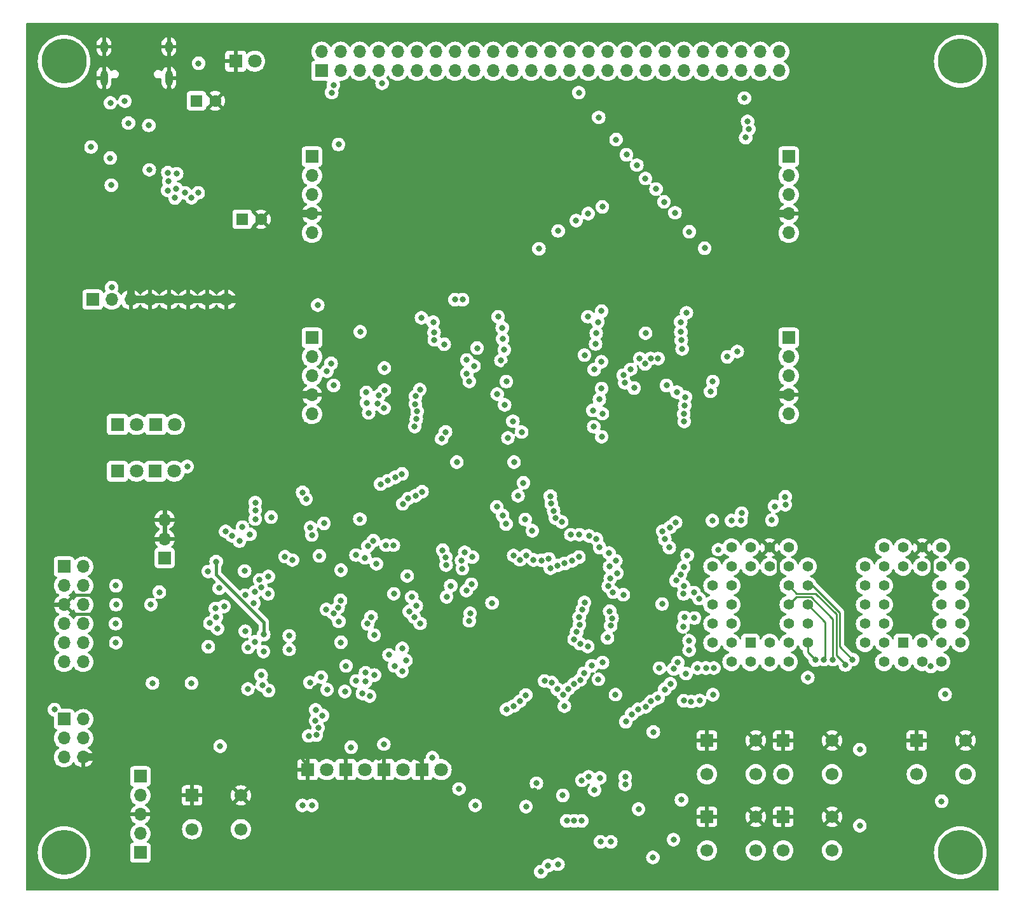
<source format=gbr>
G04 #@! TF.GenerationSoftware,KiCad,Pcbnew,7.0.7*
G04 #@! TF.CreationDate,2023-11-19T17:38:18+09:00*
G04 #@! TF.ProjectId,Pixy-68000,50697879-2d36-4383-9030-302e6b696361,rev?*
G04 #@! TF.SameCoordinates,Original*
G04 #@! TF.FileFunction,Copper,L3,Inr*
G04 #@! TF.FilePolarity,Positive*
%FSLAX46Y46*%
G04 Gerber Fmt 4.6, Leading zero omitted, Abs format (unit mm)*
G04 Created by KiCad (PCBNEW 7.0.7) date 2023-11-19 17:38:18*
%MOMM*%
%LPD*%
G01*
G04 APERTURE LIST*
G04 #@! TA.AperFunction,ComponentPad*
%ADD10R,1.800000X1.800000*%
G04 #@! TD*
G04 #@! TA.AperFunction,ComponentPad*
%ADD11C,1.800000*%
G04 #@! TD*
G04 #@! TA.AperFunction,ComponentPad*
%ADD12R,1.700000X1.700000*%
G04 #@! TD*
G04 #@! TA.AperFunction,ComponentPad*
%ADD13C,1.700000*%
G04 #@! TD*
G04 #@! TA.AperFunction,ComponentPad*
%ADD14C,6.000000*%
G04 #@! TD*
G04 #@! TA.AperFunction,ComponentPad*
%ADD15O,1.700000X1.700000*%
G04 #@! TD*
G04 #@! TA.AperFunction,ComponentPad*
%ADD16O,1.000000X2.100000*%
G04 #@! TD*
G04 #@! TA.AperFunction,ComponentPad*
%ADD17O,1.000000X1.600000*%
G04 #@! TD*
G04 #@! TA.AperFunction,ComponentPad*
%ADD18R,1.600000X1.600000*%
G04 #@! TD*
G04 #@! TA.AperFunction,ComponentPad*
%ADD19C,1.600000*%
G04 #@! TD*
G04 #@! TA.AperFunction,ComponentPad*
%ADD20R,1.422400X1.422400*%
G04 #@! TD*
G04 #@! TA.AperFunction,ComponentPad*
%ADD21C,1.422400*%
G04 #@! TD*
G04 #@! TA.AperFunction,ViaPad*
%ADD22C,0.800000*%
G04 #@! TD*
G04 #@! TA.AperFunction,Conductor*
%ADD23C,0.400000*%
G04 #@! TD*
G04 #@! TA.AperFunction,Conductor*
%ADD24C,1.000000*%
G04 #@! TD*
G04 #@! TA.AperFunction,Conductor*
%ADD25C,0.600000*%
G04 #@! TD*
G04 #@! TA.AperFunction,Conductor*
%ADD26C,0.250000*%
G04 #@! TD*
G04 APERTURE END LIST*
D10*
X68018960Y-124830501D03*
D11*
X70558960Y-124830501D03*
D10*
X37596046Y-78870000D03*
D11*
X40136046Y-78870000D03*
D10*
X62938960Y-124830501D03*
D11*
X65478960Y-124830501D03*
D12*
X126290000Y-120940000D03*
D13*
X132790000Y-120940000D03*
X126290000Y-125440000D03*
X132790000Y-125440000D03*
D14*
X149860000Y-30480000D03*
D12*
X64770000Y-31750000D03*
D15*
X64770000Y-29210000D03*
X67310000Y-31750000D03*
X67310000Y-29210000D03*
X69850000Y-31750000D03*
X69850000Y-29210000D03*
X72390000Y-31750000D03*
X72390000Y-29210000D03*
X74930000Y-31750000D03*
X74930000Y-29210000D03*
X77470000Y-31750000D03*
X77470000Y-29210000D03*
X80010000Y-31750000D03*
X80010000Y-29210000D03*
X82550000Y-31750000D03*
X82550000Y-29210000D03*
X85090000Y-31750000D03*
X85090000Y-29210000D03*
X87630000Y-31750000D03*
X87630000Y-29210000D03*
X90170000Y-31750000D03*
X90170000Y-29210000D03*
X92710000Y-31750000D03*
X92710000Y-29210000D03*
X95250000Y-31750000D03*
X95250000Y-29210000D03*
X97790000Y-31750000D03*
X97790000Y-29210000D03*
X100330000Y-31750000D03*
X100330000Y-29210000D03*
X102870000Y-31750000D03*
X102870000Y-29210000D03*
X105410000Y-31750000D03*
X105410000Y-29210000D03*
X107950000Y-31750000D03*
X107950000Y-29210000D03*
X110490000Y-31750000D03*
X110490000Y-29210000D03*
X113030000Y-31750000D03*
X113030000Y-29210000D03*
X115570000Y-31750000D03*
X115570000Y-29210000D03*
X118110000Y-31750000D03*
X118110000Y-29210000D03*
X120650000Y-31750000D03*
X120650000Y-29210000D03*
X123190000Y-31750000D03*
X123190000Y-29210000D03*
X125730000Y-31750000D03*
X125730000Y-29210000D03*
D12*
X30480000Y-118110000D03*
D15*
X33020000Y-118110000D03*
X30480000Y-120650000D03*
X33020000Y-120650000D03*
X30480000Y-123190000D03*
X33020000Y-123190000D03*
D10*
X73098960Y-124830501D03*
D11*
X75638960Y-124830501D03*
D16*
X44446384Y-32724319D03*
D17*
X44446384Y-28544319D03*
D16*
X35806384Y-32724319D03*
D17*
X35806384Y-28544319D03*
D10*
X53340000Y-30475364D03*
D11*
X55880000Y-30475364D03*
D12*
X40640000Y-135890000D03*
X40640000Y-125730000D03*
D15*
X40640000Y-133350000D03*
X40640000Y-130810000D03*
X40640000Y-128270000D03*
D10*
X42676046Y-78870000D03*
D11*
X45216046Y-78870000D03*
D14*
X149860000Y-135890000D03*
D10*
X78178960Y-124830501D03*
D11*
X80718960Y-124830501D03*
D10*
X37596046Y-85090000D03*
D11*
X40136046Y-85090000D03*
D18*
X54222834Y-51527438D03*
D19*
X56722834Y-51527438D03*
D12*
X127000000Y-43180000D03*
D15*
X127000000Y-45720000D03*
X127000000Y-48260000D03*
X127000000Y-50800000D03*
X127000000Y-53340000D03*
D12*
X116130000Y-120940000D03*
D13*
X122630000Y-120940000D03*
X116130000Y-125440000D03*
X122630000Y-125440000D03*
D12*
X63500000Y-67310000D03*
D15*
X63500000Y-69850000D03*
X63500000Y-72390000D03*
X63500000Y-74930000D03*
X63500000Y-77470000D03*
D20*
X121920000Y-107950000D03*
D21*
X124460000Y-110490000D03*
X124460000Y-107950000D03*
X127000000Y-110490000D03*
X129540000Y-107950000D03*
X127000000Y-107950000D03*
X129540000Y-105410000D03*
X127000000Y-105410000D03*
X129540000Y-102870000D03*
X127000000Y-102870000D03*
X129540000Y-100330000D03*
X127000000Y-100330000D03*
X129540000Y-97790000D03*
X127000000Y-95250000D03*
X127000000Y-97790000D03*
X124460000Y-95250000D03*
X124460000Y-97790000D03*
X121920000Y-95250000D03*
X121920000Y-97790000D03*
X119380000Y-95250000D03*
X116840000Y-97790000D03*
X119380000Y-97790000D03*
X116840000Y-100330000D03*
X119380000Y-100330000D03*
X116840000Y-102870000D03*
X119380000Y-102870000D03*
X116840000Y-105410000D03*
X119380000Y-105410000D03*
X116840000Y-107950000D03*
X119380000Y-110490000D03*
X119380000Y-107950000D03*
X121920000Y-110490000D03*
D12*
X126290000Y-131100000D03*
D13*
X132790000Y-131100000D03*
X126290000Y-135600000D03*
X132790000Y-135600000D03*
D12*
X144070000Y-120940000D03*
D13*
X150570000Y-120940000D03*
X144070000Y-125440000D03*
X150570000Y-125440000D03*
D12*
X127000000Y-67310000D03*
D15*
X127000000Y-69850000D03*
X127000000Y-72390000D03*
X127000000Y-74930000D03*
X127000000Y-77470000D03*
D10*
X42637252Y-85090000D03*
D11*
X45177252Y-85090000D03*
D12*
X47550000Y-128270000D03*
D13*
X54050000Y-128270000D03*
X47550000Y-132770000D03*
X54050000Y-132770000D03*
D18*
X48116413Y-35745747D03*
D19*
X50616413Y-35745747D03*
D14*
X30480000Y-30480000D03*
D12*
X116130000Y-131100000D03*
D13*
X122630000Y-131100000D03*
X116130000Y-135600000D03*
X122630000Y-135600000D03*
D12*
X43871871Y-96628895D03*
D15*
X43871871Y-94088895D03*
X43871871Y-91548895D03*
D12*
X34290000Y-62230000D03*
D15*
X36830000Y-62230000D03*
X39370000Y-62230000D03*
X41910000Y-62230000D03*
X44450000Y-62230000D03*
X46990000Y-62230000D03*
X49530000Y-62230000D03*
X52070000Y-62230000D03*
D20*
X142240000Y-107950000D03*
D21*
X144780000Y-110490000D03*
X144780000Y-107950000D03*
X147320000Y-110490000D03*
X149860000Y-107950000D03*
X147320000Y-107950000D03*
X149860000Y-105410000D03*
X147320000Y-105410000D03*
X149860000Y-102870000D03*
X147320000Y-102870000D03*
X149860000Y-100330000D03*
X147320000Y-100330000D03*
X149860000Y-97790000D03*
X147320000Y-95250000D03*
X147320000Y-97790000D03*
X144780000Y-95250000D03*
X144780000Y-97790000D03*
X142240000Y-95250000D03*
X142240000Y-97790000D03*
X139700000Y-95250000D03*
X137160000Y-97790000D03*
X139700000Y-97790000D03*
X137160000Y-100330000D03*
X139700000Y-100330000D03*
X137160000Y-102870000D03*
X139700000Y-102870000D03*
X137160000Y-105410000D03*
X139700000Y-105410000D03*
X137160000Y-107950000D03*
X139700000Y-110490000D03*
X139700000Y-107950000D03*
X142240000Y-110490000D03*
D14*
X30480000Y-135890000D03*
D12*
X30480000Y-97790000D03*
D15*
X33020000Y-97790000D03*
X30480000Y-100330000D03*
X33020000Y-100330000D03*
X30480000Y-102870000D03*
X33020000Y-102870000D03*
X30480000Y-105410000D03*
X33020000Y-105410000D03*
X30480000Y-107950000D03*
X33020000Y-107950000D03*
X30480000Y-110490000D03*
X33020000Y-110490000D03*
D12*
X63500000Y-43180000D03*
D15*
X63500000Y-45720000D03*
X63500000Y-48260000D03*
X63500000Y-50800000D03*
X63500000Y-53340000D03*
D22*
X97783715Y-86775539D03*
X122137169Y-81383160D03*
X88720060Y-62511590D03*
X96225776Y-126885988D03*
X142212458Y-56008964D03*
X129888714Y-77658785D03*
X116987500Y-71106683D03*
X35503320Y-110095290D03*
X81280000Y-35560000D03*
X137160000Y-139700000D03*
X97844274Y-57408490D03*
X53795596Y-136311665D03*
X125417621Y-115153153D03*
X128950050Y-33517373D03*
X105410000Y-108426004D03*
X99240444Y-48248057D03*
X81812866Y-48047517D03*
X135586327Y-112941609D03*
X124460000Y-50800000D03*
X133992305Y-137995151D03*
X115051773Y-43388480D03*
X58501149Y-40076520D03*
X138430000Y-81716234D03*
X145363928Y-122989991D03*
X102688711Y-119433259D03*
X92817882Y-41982109D03*
X78422899Y-130538379D03*
X30863943Y-113798203D03*
X143122756Y-68496157D03*
X35448378Y-54053524D03*
X35284746Y-126386388D03*
X96996449Y-62249168D03*
X93564776Y-52095452D03*
X55440816Y-40364103D03*
X31365805Y-45286105D03*
X49861406Y-26733367D03*
X138912505Y-114820784D03*
X103294579Y-45127136D03*
X81170379Y-42708816D03*
X35428192Y-39571863D03*
X125255955Y-57886291D03*
X35845761Y-26846570D03*
X84955424Y-121972314D03*
X32522012Y-73049641D03*
X63731263Y-56278815D03*
X91263536Y-34125595D03*
X94049247Y-36891120D03*
X38841820Y-26624027D03*
X116725166Y-34792920D03*
X153917226Y-76396035D03*
X139123952Y-72904908D03*
X140593496Y-126183340D03*
X27028544Y-133003462D03*
X101089538Y-73158509D03*
X59098629Y-123152794D03*
X60009505Y-91433832D03*
X50565786Y-124327384D03*
X85994908Y-46665333D03*
X109612895Y-87199452D03*
X127088585Y-123393717D03*
X153849939Y-63054227D03*
X42490189Y-64527395D03*
X76253748Y-26708096D03*
X27608137Y-34860043D03*
X154010398Y-102363951D03*
X31653351Y-79060330D03*
X117019939Y-78446052D03*
X119957047Y-75175869D03*
X80446817Y-69272179D03*
X53419546Y-125871217D03*
X119139502Y-49777449D03*
X41306617Y-94108034D03*
X87428136Y-81749147D03*
X130027947Y-27202866D03*
X133825045Y-46561769D03*
X38918282Y-98327412D03*
X26876854Y-81055820D03*
X88398650Y-51635634D03*
X147390248Y-39234137D03*
X55752187Y-122758039D03*
X153876854Y-56118210D03*
X58391717Y-115648297D03*
X153532656Y-139327448D03*
X26754015Y-67409462D03*
X42935359Y-126400185D03*
X107533705Y-48013779D03*
X27694692Y-128481728D03*
X78031741Y-37715845D03*
X77910623Y-45447203D03*
X39503686Y-120794779D03*
X41017659Y-117686087D03*
X72312225Y-62739818D03*
X105151719Y-80961880D03*
X98527133Y-40417090D03*
X83535583Y-136403013D03*
X96552350Y-36023109D03*
X129767596Y-50649497D03*
X147449847Y-120823327D03*
X140002057Y-27976230D03*
X67173155Y-122668322D03*
X134620000Y-30480000D03*
X107750096Y-135397845D03*
X49538425Y-64469662D03*
X90758878Y-58813457D03*
X153890311Y-48011386D03*
X60136240Y-47424339D03*
X61062669Y-137098931D03*
X31411115Y-52943277D03*
X143453917Y-30035234D03*
X120978861Y-122451689D03*
X137444346Y-110421419D03*
X71631275Y-54610000D03*
X92232479Y-62572149D03*
X93928129Y-85584547D03*
X142240000Y-83820000D03*
X70983909Y-35560000D03*
X114982455Y-61344821D03*
X36679743Y-49491417D03*
X106982729Y-128377726D03*
X72231479Y-68463759D03*
X116107230Y-128305721D03*
X133350000Y-95250000D03*
X149183872Y-80246458D03*
X146602982Y-34001844D03*
X153264465Y-27249522D03*
X97435920Y-26667723D03*
X108078735Y-65216556D03*
X153573029Y-120325398D03*
X35560000Y-101600000D03*
X81755782Y-60270909D03*
X56845871Y-26814112D03*
X86537797Y-134373779D03*
X43862899Y-89520507D03*
X153815265Y-110649425D03*
X119048733Y-26479318D03*
X128730405Y-131172177D03*
X86216958Y-56047932D03*
X42854614Y-117686087D03*
X145054405Y-138923722D03*
X137821935Y-51255087D03*
X130048063Y-70720785D03*
X93987542Y-91641781D03*
X89162018Y-136473156D03*
X121920000Y-102870000D03*
X44377426Y-30227540D03*
X153917226Y-40838516D03*
X40595888Y-75608470D03*
X42266917Y-122069569D03*
X104021286Y-54332095D03*
X118218047Y-115623259D03*
X42794055Y-130659497D03*
X85205500Y-127187451D03*
X63952056Y-113979484D03*
X112810132Y-131360583D03*
X129010609Y-59945295D03*
X68617160Y-130342502D03*
X101578742Y-40403539D03*
X143870141Y-133163893D03*
X118806427Y-46840340D03*
X56859188Y-35763101D03*
X53761164Y-48005897D03*
X102090129Y-87183751D03*
X127801835Y-139677344D03*
X27244783Y-26957102D03*
X146542423Y-27188963D03*
X128864981Y-120473431D03*
X144780000Y-100330000D03*
X78588102Y-55950459D03*
X46629454Y-117746646D03*
X135230398Y-120406143D03*
X74212525Y-119206912D03*
X50283622Y-77291576D03*
X142520088Y-44647731D03*
X133340573Y-90769796D03*
X125783204Y-127565556D03*
X152792492Y-132383356D03*
X26682244Y-55718448D03*
X140766995Y-136433292D03*
X109518581Y-57040520D03*
X125619308Y-39088795D03*
X148755229Y-117768465D03*
X52081901Y-64550407D03*
X109170897Y-26627351D03*
X45900623Y-28519446D03*
X139086485Y-33195436D03*
X72349269Y-105221379D03*
X38456139Y-95043853D03*
X49437494Y-59968114D03*
X105018215Y-133756025D03*
X42671866Y-105913376D03*
X27020925Y-44498447D03*
X34348978Y-28537055D03*
X153876854Y-69325442D03*
X35791324Y-34388030D03*
X55168265Y-118836707D03*
X114195189Y-56823087D03*
X72355290Y-98965538D03*
X109855131Y-51102285D03*
X57878646Y-44170284D03*
X130217645Y-114034769D03*
X26742278Y-88045668D03*
X32092500Y-66809730D03*
X43379458Y-136230920D03*
X83617408Y-82644073D03*
X39362381Y-114565283D03*
X152568037Y-34274360D03*
X46994950Y-75709402D03*
X154046844Y-85169695D03*
X85550809Y-61845441D03*
X52094018Y-40340280D03*
X72390000Y-123245790D03*
X33528537Y-139543828D03*
X34601665Y-113459675D03*
X107228456Y-119122158D03*
X138972555Y-60853679D03*
X62041594Y-74930000D03*
X35560000Y-123190000D03*
X40391883Y-111678640D03*
X42281406Y-35941427D03*
X108775885Y-124920122D03*
X154101236Y-93643463D03*
X33179559Y-34526969D03*
X142303297Y-89255823D03*
X67907971Y-26894857D03*
X72805734Y-72726388D03*
X39370000Y-90170000D03*
X65618330Y-105078047D03*
X26742278Y-74367422D03*
X123075833Y-86258155D03*
X139846336Y-120729124D03*
X74082841Y-130639311D03*
X93246917Y-113304870D03*
X57905059Y-42647087D03*
X37166452Y-28528251D03*
X66709188Y-92586073D03*
X53748722Y-40354150D03*
X153519199Y-128642159D03*
X45822002Y-130625514D03*
X142969445Y-76780681D03*
X142916127Y-49338209D03*
X63065883Y-61835079D03*
X27940000Y-39370000D03*
X34036904Y-88770211D03*
X29652764Y-131428929D03*
X46508337Y-126023035D03*
X52102823Y-48026703D03*
X82969062Y-26600436D03*
X90853125Y-117868544D03*
X72288401Y-81789520D03*
X26709159Y-62784555D03*
X133925017Y-127390608D03*
X57713479Y-32109878D03*
X40979428Y-87251936D03*
X49665343Y-99882544D03*
X63262977Y-99296355D03*
X134067281Y-39658049D03*
X131152763Y-129274664D03*
X89472365Y-71106683D03*
X149304406Y-55977886D03*
X119808055Y-129960998D03*
X118533912Y-40640000D03*
X142240000Y-102870000D03*
X60782202Y-28166595D03*
X127133282Y-83169649D03*
X149267575Y-88831910D03*
X49644384Y-107184131D03*
X93151631Y-127618169D03*
X41968557Y-60069046D03*
X149253158Y-129530357D03*
X49859265Y-117645714D03*
X57887450Y-45693481D03*
X47035322Y-64530221D03*
X26778690Y-49686329D03*
X96067879Y-46524029D03*
X152121797Y-114859169D03*
X140395690Y-39930565D03*
X129676757Y-88619954D03*
X122028549Y-127565556D03*
X143750620Y-112986309D03*
X87769232Y-86085746D03*
X47881006Y-135504213D03*
X133946163Y-61701504D03*
X70844009Y-48307551D03*
X124460000Y-74930000D03*
X56389177Y-129280461D03*
X66876327Y-137179677D03*
X54610000Y-62230000D03*
X99842719Y-54392654D03*
X80019759Y-51913775D03*
X151863921Y-122801586D03*
X125467911Y-62337373D03*
X103284597Y-124138979D03*
X133157937Y-123205312D03*
X60154285Y-120411239D03*
X52281622Y-110701622D03*
X146635448Y-64887038D03*
X79553332Y-135706076D03*
X44370729Y-59968114D03*
X51960783Y-59907555D03*
X149287187Y-47092841D03*
X44450000Y-34290000D03*
X45891819Y-32710439D03*
X130282347Y-42474040D03*
X31411115Y-58676190D03*
X86360000Y-35560000D03*
X92795554Y-134777505D03*
X121342215Y-133984803D03*
X47862961Y-39006646D03*
X145705618Y-58688169D03*
X41445855Y-26775425D03*
X102296928Y-59947349D03*
X89305464Y-43180000D03*
X60960000Y-50800000D03*
X41294457Y-30984271D03*
X108867073Y-133621450D03*
X26871863Y-92977635D03*
X34295617Y-129390112D03*
X110245289Y-61491602D03*
X60320585Y-133168586D03*
X84248949Y-102419000D03*
X118352235Y-86076478D03*
X55440816Y-47993455D03*
X61628647Y-122847756D03*
X71964349Y-41555229D03*
X139033114Y-87075701D03*
X85692113Y-40246086D03*
X44451474Y-64469662D03*
X35560000Y-104140000D03*
X60216985Y-42579623D03*
X46994950Y-59988301D03*
X139700000Y-67310000D03*
X34331368Y-32736853D03*
X61816514Y-32668143D03*
X117224206Y-133702195D03*
X50800000Y-92710000D03*
X77470000Y-123245790D03*
X133643368Y-66788455D03*
X134862499Y-72428547D03*
X140640331Y-131414413D03*
X111167242Y-54291723D03*
X58650198Y-96471802D03*
X30880572Y-42474243D03*
X95205141Y-83516982D03*
X38720702Y-31014551D03*
X68225112Y-81880990D03*
X70853031Y-134777505D03*
X34136268Y-92924290D03*
X43074344Y-28537055D03*
X136441753Y-77250338D03*
X39370000Y-60615014D03*
X133350000Y-100330000D03*
X44483082Y-26828961D03*
X135997478Y-128628702D03*
X90170000Y-48260000D03*
X131796320Y-82594339D03*
X67473112Y-106362654D03*
X27190034Y-139564014D03*
X124460000Y-100330000D03*
X101362755Y-115040896D03*
X44431288Y-43205399D03*
X96857813Y-140031933D03*
X74391183Y-135888262D03*
X70122626Y-78314741D03*
X134620000Y-86360000D03*
X36051826Y-131772097D03*
X56197767Y-134656388D03*
X35854566Y-30253954D03*
X149373282Y-74340313D03*
X138124730Y-43291586D03*
X108684325Y-84615604D03*
X114260446Y-122452069D03*
X27432270Y-123576453D03*
X32501176Y-37371554D03*
X133350000Y-55880000D03*
X51154442Y-100676473D03*
X43180000Y-101195498D03*
X64486062Y-96369982D03*
X41778162Y-39022178D03*
X67047538Y-41559842D03*
X36771553Y-46990641D03*
X48391099Y-30749490D03*
X39058023Y-38705734D03*
X64277176Y-62960061D03*
X51265500Y-121711554D03*
X89421597Y-116808781D03*
X63057668Y-120348496D03*
X105307160Y-118449869D03*
X134561293Y-110902800D03*
X64080139Y-120222911D03*
X102075382Y-63760268D03*
X78093681Y-64649806D03*
X90373062Y-116358781D03*
X101599187Y-65215454D03*
X91207126Y-115701242D03*
X79655500Y-65243783D03*
X64338988Y-119257508D03*
X135520818Y-110178300D03*
X106093138Y-117450869D03*
X101371348Y-66698969D03*
X132887542Y-110178300D03*
X91974406Y-114901925D03*
X63970960Y-118328229D03*
X79771179Y-66586335D03*
X106928363Y-116804152D03*
X36632400Y-43363318D03*
X147375237Y-129043702D03*
X73157258Y-71330286D03*
X54245516Y-92541511D03*
X54970766Y-114099409D03*
X36830000Y-60621512D03*
X136488353Y-132299254D03*
X48350044Y-47998619D03*
X44416313Y-46471710D03*
X37392518Y-100330000D03*
X47455175Y-113312984D03*
X136486689Y-122157683D03*
X116898932Y-73143748D03*
X44294571Y-47677986D03*
X44312514Y-45309459D03*
X49675184Y-98445774D03*
X49704707Y-108457898D03*
X37346118Y-105400227D03*
X42266917Y-113312984D03*
X101109050Y-71544653D03*
X68052144Y-111023787D03*
X97126950Y-116375869D03*
X87490561Y-102633851D03*
X45442879Y-47489649D03*
X107002411Y-130099882D03*
X71779298Y-106916465D03*
X46898338Y-84465804D03*
X84740437Y-100144664D03*
X46598844Y-48007245D03*
X92014732Y-129765292D03*
X58071619Y-91205054D03*
X72088214Y-97433529D03*
X34078132Y-41901918D03*
X111660259Y-134173961D03*
X104989474Y-101538833D03*
X37382110Y-107935465D03*
X65528862Y-114185297D03*
X65107515Y-92037223D03*
X96913029Y-128270000D03*
X45477385Y-45471024D03*
X89398558Y-73143748D03*
X37405163Y-102861277D03*
X112724268Y-128858546D03*
X47465579Y-48650790D03*
X45263514Y-48691788D03*
X91907833Y-91513194D03*
X41843996Y-44936378D03*
X94488070Y-113017861D03*
X79801027Y-67585392D03*
X131712818Y-110178300D03*
X107952042Y-116457271D03*
X101283242Y-68148469D03*
X64911526Y-117620209D03*
X115975973Y-111304034D03*
X81119706Y-68172120D03*
X114022957Y-115765076D03*
X64001223Y-116873279D03*
X108666278Y-115747421D03*
X99815834Y-69626695D03*
X95462111Y-113242025D03*
X72420151Y-75020453D03*
X114866326Y-111303637D03*
X96186611Y-114130009D03*
X77302586Y-75101086D03*
X63227556Y-113232287D03*
X113030000Y-115650869D03*
X109586621Y-115298339D03*
X101793834Y-75527444D03*
X64727038Y-112511135D03*
X110490000Y-114151815D03*
X77280425Y-76147846D03*
X96976233Y-114827248D03*
X73105401Y-76670000D03*
X129556224Y-112565264D03*
X100929245Y-76976444D03*
X77511351Y-77120306D03*
X111235296Y-113402512D03*
X97636111Y-114076537D03*
X72270047Y-76121194D03*
X72840500Y-33404505D03*
X130555210Y-110235210D03*
X102195516Y-77421185D03*
X75516885Y-111737224D03*
X74506699Y-111012724D03*
X101034708Y-79150444D03*
X111685796Y-111419809D03*
X77407885Y-78151376D03*
X98395558Y-113426733D03*
X66363728Y-33622240D03*
X70775330Y-75956092D03*
X112223832Y-110577477D03*
X102212282Y-110577977D03*
X71059087Y-77309985D03*
X76036646Y-110288451D03*
X102104411Y-80498428D03*
X77193227Y-79127556D03*
X99230275Y-112876958D03*
X66135500Y-34654948D03*
X73764365Y-109563951D03*
X82550000Y-62230000D03*
X89601683Y-80646127D03*
X110150500Y-102777168D03*
X109786296Y-111315652D03*
X113082166Y-78468141D03*
X99730101Y-112011407D03*
X91440000Y-79874944D03*
X83571873Y-62232726D03*
X113030000Y-77470000D03*
X100787414Y-110989460D03*
X75528937Y-108674500D03*
X70922067Y-105418429D03*
X113151652Y-76321652D03*
X101649261Y-112813913D03*
X100249198Y-108418560D03*
X90273692Y-78425944D03*
X99040699Y-34661694D03*
X99223231Y-108074144D03*
X71387466Y-104494500D03*
X113741346Y-107654527D03*
X89166592Y-76251944D03*
X113237987Y-75210719D03*
X98427671Y-107469090D03*
X67085449Y-105094500D03*
X112124149Y-74558935D03*
X113743318Y-108926884D03*
X88175782Y-74802944D03*
X102870000Y-107270000D03*
X101701401Y-37958791D03*
X117037777Y-111304002D03*
X112703546Y-67657261D03*
X98749114Y-106511250D03*
X103927515Y-114847421D03*
X116917482Y-114852012D03*
X66369420Y-104028742D03*
X71665013Y-94339801D03*
X89122308Y-68901297D03*
X104011982Y-40905770D03*
X80912659Y-95601649D03*
X113320634Y-112028137D03*
X112949500Y-105794876D03*
X70958258Y-95065309D03*
X103299038Y-105660071D03*
X66986128Y-103242182D03*
X81325827Y-96530834D03*
X112636016Y-66539688D03*
X106782888Y-44313070D03*
X88900000Y-67451797D03*
X99131248Y-105513431D03*
X81371835Y-97587021D03*
X74361255Y-94949902D03*
X103478039Y-104676728D03*
X88847915Y-65968283D03*
X113097748Y-104560621D03*
X109334536Y-47501114D03*
X67310000Y-102296607D03*
X112614978Y-65215454D03*
X99096815Y-104502555D03*
X100258295Y-64506443D03*
X111855000Y-50657976D03*
X77904954Y-105355973D03*
X113389948Y-63981688D03*
X99513630Y-103522171D03*
X88303053Y-64506910D03*
X103161970Y-103728517D03*
X114446079Y-104635235D03*
X115069390Y-102052668D03*
X77129572Y-104494956D03*
X99814997Y-102569185D03*
X76450915Y-103761179D03*
X114397238Y-101257361D03*
X103596326Y-101197676D03*
X113005920Y-101418830D03*
X102974685Y-100415008D03*
X121528654Y-38491349D03*
X77403141Y-103036679D03*
X76811049Y-101862732D03*
X121729295Y-39516302D03*
X113030000Y-100377395D03*
X103244005Y-99371435D03*
X54610000Y-101600000D03*
X84580492Y-104017992D03*
X55893676Y-101169146D03*
X81439411Y-101824847D03*
X42057534Y-102852056D03*
X50746482Y-97123681D03*
X84076930Y-100969500D03*
X57079329Y-106853728D03*
X67358198Y-107874500D03*
X121106797Y-35383900D03*
X54610000Y-106403728D03*
X71186379Y-115039937D03*
X70223418Y-114688666D03*
X50928588Y-106053837D03*
X49912236Y-105324471D03*
X69405824Y-113014569D03*
X53845950Y-94394492D03*
X105392038Y-42922221D03*
X89368000Y-92120390D03*
X102191711Y-49876309D03*
X100286711Y-50756711D03*
X88900000Y-90960404D03*
X52867488Y-93687006D03*
X107928765Y-46095343D03*
X88135297Y-89837130D03*
X98698512Y-51708512D03*
X52003529Y-93093757D03*
X110401780Y-49204754D03*
X77876207Y-74204739D03*
X102075382Y-74078444D03*
X54541038Y-98379870D03*
X105951448Y-71529514D03*
X111107189Y-95250000D03*
X107950000Y-66698969D03*
X84871581Y-96520000D03*
X117628768Y-95538741D03*
X101833771Y-95252575D03*
X83850350Y-95888548D03*
X57696650Y-99104370D03*
X113754133Y-53193503D03*
X96302272Y-53080152D03*
X50744670Y-104495368D03*
X70653877Y-113099786D03*
X73361752Y-94949902D03*
X93743000Y-55456686D03*
X115813550Y-55377274D03*
X121279295Y-40640000D03*
X90428230Y-83869969D03*
X84452621Y-105009281D03*
X65410915Y-103501677D03*
X55745154Y-102645499D03*
X82806095Y-83871533D03*
X81985361Y-100347950D03*
X57655316Y-101421445D03*
X83531377Y-98078623D03*
X56732381Y-100554256D03*
X96272317Y-137449729D03*
X99445626Y-131660498D03*
X108916999Y-136536964D03*
X88668693Y-70333999D03*
X67885912Y-114428314D03*
X60473461Y-107015863D03*
X112814490Y-68792803D03*
X60474346Y-108830947D03*
X147834661Y-114814661D03*
X55867777Y-107828414D03*
X80790404Y-80752541D03*
X102065665Y-70503855D03*
X85505500Y-68680401D03*
X55011800Y-108559579D03*
X81295592Y-79852056D03*
X56735499Y-112258970D03*
X115142773Y-115631293D03*
X108978863Y-119812507D03*
X57046327Y-109114105D03*
X145944630Y-111091312D03*
X83435270Y-96957918D03*
X56532091Y-99574681D03*
X71845839Y-112240437D03*
X51800698Y-103094498D03*
X50646917Y-103357669D03*
X70644298Y-111937561D03*
X74418025Y-101412732D03*
X120154376Y-69143423D03*
X112000328Y-99652895D03*
X104131878Y-98646935D03*
X103156023Y-97797649D03*
X118834500Y-69850000D03*
X112588524Y-98844791D03*
X76200000Y-99043078D03*
X116590171Y-74459735D03*
X113033602Y-97858615D03*
X67356177Y-98259951D03*
X103978820Y-97010700D03*
X70549432Y-96617038D03*
X103066903Y-95977075D03*
X113483602Y-96286200D03*
X109612218Y-70075797D03*
X110735076Y-73660000D03*
X101410218Y-94122344D03*
X110510525Y-94139848D03*
X69375983Y-96259371D03*
X108612715Y-70075797D03*
X106410137Y-74003118D03*
X69877582Y-91467582D03*
X110208864Y-93072758D03*
X105164720Y-73278618D03*
X107870306Y-70782215D03*
X99060000Y-96520000D03*
X100404811Y-93700290D03*
X111185002Y-92555342D03*
X104976678Y-72296964D03*
X98180934Y-96995999D03*
X99120324Y-93539934D03*
X60908607Y-96921800D03*
X107163215Y-70075797D03*
X111950500Y-91912677D03*
X59909112Y-96471802D03*
X97170210Y-97370328D03*
X97984102Y-93540498D03*
X116840000Y-91654387D03*
X84125212Y-70270000D03*
X96780000Y-91833316D03*
X63494729Y-93588274D03*
X96212104Y-97654998D03*
X75603429Y-89441047D03*
X95919036Y-91325629D03*
X119380000Y-91654387D03*
X85090000Y-71070000D03*
X63297937Y-92593283D03*
X95267755Y-97999990D03*
X76328416Y-88716547D03*
X77290294Y-88354500D03*
X95698767Y-90350700D03*
X120650000Y-91654387D03*
X95060874Y-96756324D03*
X62731046Y-88787829D03*
X84131256Y-72078744D03*
X84455770Y-73118436D03*
X95380126Y-89403350D03*
X94081201Y-96954431D03*
X62262828Y-87904779D03*
X120742978Y-90659218D03*
X78168770Y-87816547D03*
X72645197Y-86794500D03*
X93014281Y-96905849D03*
X124771700Y-91602175D03*
X73156758Y-74283846D03*
X55949658Y-91450444D03*
X92849824Y-93004423D03*
X55949658Y-90293815D03*
X95260154Y-88411074D03*
X92022864Y-96309001D03*
X73638075Y-86344500D03*
X70742178Y-74598605D03*
X125117883Y-89760006D03*
X91206635Y-96885868D03*
X69932978Y-66513267D03*
X126567383Y-89553993D03*
X55949658Y-89262719D03*
X74584737Y-85894500D03*
X90953645Y-88361757D03*
X126533073Y-88488897D03*
X55235500Y-93490714D03*
X75495216Y-85444500D03*
X90371081Y-96318919D03*
X91666933Y-86625261D03*
X36657588Y-36022019D03*
X38575884Y-35800599D03*
X97446620Y-131660498D03*
X105235524Y-126816287D03*
X66057943Y-70711282D03*
X101860000Y-125934316D03*
X101128618Y-127558253D03*
X66394500Y-73660000D03*
X65494500Y-71763622D03*
X105235524Y-125816784D03*
X98446123Y-131660498D03*
X29206088Y-116836088D03*
X93980000Y-138430000D03*
X56879017Y-113589436D03*
X103310000Y-134457095D03*
X62230000Y-129601310D03*
X57735500Y-114301353D03*
X101938275Y-134456595D03*
X94968242Y-137623140D03*
X63500000Y-129601310D03*
X100359500Y-125789580D03*
X68719566Y-121850752D03*
X99459500Y-126249605D03*
X73085945Y-121446790D03*
X93413054Y-126653460D03*
X79541888Y-123245790D03*
X85262339Y-129601310D03*
X83085319Y-127402310D03*
D23*
X146050000Y-99060000D02*
X144780000Y-100330000D01*
X68018960Y-124830501D02*
X68018960Y-123514127D01*
D24*
X127000000Y-50800000D02*
X124460000Y-50800000D01*
X49530000Y-62230000D02*
X52070000Y-62230000D01*
X44450000Y-62230000D02*
X46990000Y-62230000D01*
X39370000Y-62230000D02*
X39370000Y-60615014D01*
X35560000Y-123190000D02*
X33020000Y-123190000D01*
D23*
X124460000Y-95250000D02*
X125571200Y-96361200D01*
D25*
X43871871Y-91548895D02*
X43871871Y-89529479D01*
D24*
X39370000Y-62230000D02*
X41910000Y-62230000D01*
D25*
X43871871Y-94088895D02*
X41325756Y-94088895D01*
X27940000Y-102870000D02*
X27940000Y-94045772D01*
D24*
X52070000Y-62230000D02*
X54610000Y-62230000D01*
X127000000Y-74930000D02*
X124460000Y-74930000D01*
D23*
X144780000Y-95250000D02*
X146050000Y-96520000D01*
D24*
X46990000Y-62230000D02*
X49530000Y-62230000D01*
D23*
X62938960Y-124830501D02*
X62938960Y-124158069D01*
D24*
X63500000Y-74930000D02*
X62041594Y-74930000D01*
D23*
X125571200Y-99218800D02*
X124460000Y-100330000D01*
D25*
X43871871Y-89529479D02*
X43862899Y-89520507D01*
X27940000Y-94045772D02*
X26871863Y-92977635D01*
X43871871Y-94088895D02*
X43871871Y-91548895D01*
D24*
X63500000Y-50800000D02*
X60960000Y-50800000D01*
D23*
X68018960Y-123514127D02*
X67173155Y-122668322D01*
X30480000Y-102870000D02*
X31750000Y-104140000D01*
D25*
X41325756Y-94088895D02*
X41306617Y-94108034D01*
X30480000Y-102870000D02*
X27940000Y-102870000D01*
D23*
X78178960Y-124830501D02*
X78178960Y-123954750D01*
X31750000Y-101600000D02*
X35560000Y-101600000D01*
X78178960Y-123954750D02*
X77470000Y-123245790D01*
X30480000Y-102870000D02*
X31750000Y-101600000D01*
X62938960Y-124158069D02*
X61628647Y-122847756D01*
X31750000Y-104140000D02*
X35560000Y-104140000D01*
X146050000Y-96520000D02*
X146050000Y-99060000D01*
X125571200Y-96361200D02*
X125571200Y-99218800D01*
D24*
X41910000Y-62230000D02*
X44450000Y-62230000D01*
D26*
X134561293Y-110902800D02*
X134561293Y-110826746D01*
X128053800Y-101383800D02*
X127000000Y-100330000D01*
X133350000Y-109615453D02*
X133350000Y-104140000D01*
X134561293Y-110826746D02*
X133350000Y-109615453D01*
X130593800Y-101383800D02*
X128053800Y-101383800D01*
X133350000Y-104140000D02*
X130593800Y-101383800D01*
X133800000Y-108457482D02*
X133800000Y-103953604D01*
X133800000Y-103953604D02*
X130176396Y-100330000D01*
X130176396Y-100330000D02*
X129540000Y-100330000D01*
X135520818Y-110178300D02*
X133800000Y-108457482D01*
X132887542Y-110178300D02*
X132887542Y-104752133D01*
X132887542Y-104752133D02*
X129969209Y-101833800D01*
X128036200Y-101833800D02*
X127000000Y-102870000D01*
X129969209Y-101833800D02*
X128036200Y-101833800D01*
X131888234Y-105218234D02*
X129540000Y-102870000D01*
X131712818Y-110178300D02*
X131888234Y-110002884D01*
X131888234Y-110002884D02*
X131888234Y-105218234D01*
X130555210Y-110235210D02*
X129540000Y-109220000D01*
X129540000Y-109220000D02*
X129540000Y-107950000D01*
D23*
X57079329Y-106853728D02*
X57079329Y-105200700D01*
X50746482Y-98867853D02*
X50746482Y-97123681D01*
X57079329Y-105200700D02*
X50746482Y-98867853D01*
G04 #@! TA.AperFunction,Conductor*
G36*
X146098812Y-98097054D02*
G01*
X146152690Y-98141539D01*
X146169775Y-98178949D01*
X146177023Y-98206001D01*
X146177025Y-98206005D01*
X146177026Y-98206009D01*
X146258098Y-98379869D01*
X146266629Y-98398164D01*
X146266631Y-98398168D01*
X146388235Y-98571836D01*
X146388240Y-98571842D01*
X146538157Y-98721759D01*
X146538163Y-98721764D01*
X146711831Y-98843368D01*
X146711833Y-98843369D01*
X146711836Y-98843371D01*
X146903991Y-98932974D01*
X146931050Y-98940224D01*
X146990709Y-98976587D01*
X147021240Y-99039433D01*
X147012946Y-99108809D01*
X146968462Y-99162688D01*
X146931055Y-99179773D01*
X146903997Y-99187024D01*
X146903993Y-99187025D01*
X146903991Y-99187026D01*
X146903988Y-99187027D01*
X146903989Y-99187027D01*
X146711835Y-99276629D01*
X146711831Y-99276631D01*
X146538163Y-99398235D01*
X146538157Y-99398240D01*
X146388240Y-99548157D01*
X146388235Y-99548163D01*
X146266631Y-99721831D01*
X146266629Y-99721835D01*
X146177027Y-99913989D01*
X146177023Y-99913998D01*
X146122152Y-100118781D01*
X146122150Y-100118791D01*
X146103672Y-100329999D01*
X146103672Y-100330000D01*
X146122150Y-100541208D01*
X146122152Y-100541218D01*
X146177023Y-100746001D01*
X146177025Y-100746005D01*
X146177026Y-100746009D01*
X146243742Y-100889082D01*
X146266629Y-100938164D01*
X146266631Y-100938168D01*
X146388235Y-101111836D01*
X146388240Y-101111842D01*
X146538157Y-101261759D01*
X146538163Y-101261764D01*
X146711831Y-101383368D01*
X146711833Y-101383369D01*
X146711836Y-101383371D01*
X146903991Y-101472974D01*
X146918717Y-101476919D01*
X146931051Y-101480225D01*
X146990711Y-101516591D01*
X147021240Y-101579438D01*
X147012945Y-101648813D01*
X146968459Y-101702691D01*
X146931051Y-101719775D01*
X146903996Y-101727024D01*
X146903991Y-101727025D01*
X146903991Y-101727026D01*
X146902520Y-101727712D01*
X146711835Y-101816629D01*
X146711831Y-101816631D01*
X146538163Y-101938235D01*
X146538157Y-101938240D01*
X146388240Y-102088157D01*
X146388235Y-102088163D01*
X146266631Y-102261831D01*
X146266629Y-102261835D01*
X146177027Y-102453989D01*
X146177023Y-102453998D01*
X146122152Y-102658781D01*
X146122150Y-102658791D01*
X146103672Y-102869999D01*
X146103672Y-102870000D01*
X146122150Y-103081208D01*
X146122152Y-103081218D01*
X146177023Y-103286001D01*
X146177025Y-103286005D01*
X146177026Y-103286009D01*
X146253522Y-103450056D01*
X146266629Y-103478164D01*
X146266631Y-103478168D01*
X146388235Y-103651836D01*
X146388240Y-103651842D01*
X146538157Y-103801759D01*
X146538163Y-103801764D01*
X146711831Y-103923368D01*
X146711833Y-103923369D01*
X146711836Y-103923371D01*
X146903991Y-104012974D01*
X146918717Y-104016919D01*
X146931051Y-104020225D01*
X146990711Y-104056591D01*
X147021240Y-104119438D01*
X147012945Y-104188813D01*
X146968459Y-104242691D01*
X146931051Y-104259775D01*
X146903996Y-104267024D01*
X146903989Y-104267027D01*
X146711835Y-104356629D01*
X146711831Y-104356631D01*
X146538163Y-104478235D01*
X146538157Y-104478240D01*
X146388240Y-104628157D01*
X146388235Y-104628163D01*
X146266631Y-104801831D01*
X146266629Y-104801835D01*
X146177027Y-104993989D01*
X146177023Y-104993998D01*
X146122152Y-105198781D01*
X146122150Y-105198791D01*
X146103672Y-105409999D01*
X146103672Y-105410000D01*
X146122150Y-105621208D01*
X146122152Y-105621218D01*
X146177023Y-105826001D01*
X146177025Y-105826005D01*
X146177026Y-105826009D01*
X146256424Y-105996280D01*
X146266629Y-106018164D01*
X146266631Y-106018168D01*
X146388235Y-106191836D01*
X146388240Y-106191842D01*
X146538157Y-106341759D01*
X146538163Y-106341764D01*
X146711831Y-106463368D01*
X146711833Y-106463369D01*
X146711836Y-106463371D01*
X146903991Y-106552974D01*
X146912769Y-106555326D01*
X146931051Y-106560225D01*
X146990711Y-106596591D01*
X147021240Y-106659438D01*
X147012945Y-106728813D01*
X146968459Y-106782691D01*
X146931051Y-106799775D01*
X146903996Y-106807024D01*
X146903989Y-106807027D01*
X146711835Y-106896629D01*
X146711831Y-106896631D01*
X146538163Y-107018235D01*
X146538157Y-107018240D01*
X146388240Y-107168157D01*
X146388235Y-107168163D01*
X146266631Y-107341831D01*
X146266629Y-107341835D01*
X146177027Y-107533989D01*
X146177024Y-107533996D01*
X146169775Y-107561051D01*
X146133409Y-107620711D01*
X146070562Y-107651240D01*
X146001187Y-107642945D01*
X145947309Y-107598459D01*
X145930225Y-107561051D01*
X145925101Y-107541928D01*
X145922974Y-107533991D01*
X145833371Y-107341836D01*
X145833369Y-107341833D01*
X145833368Y-107341831D01*
X145711764Y-107168163D01*
X145711759Y-107168157D01*
X145561842Y-107018240D01*
X145561836Y-107018235D01*
X145388168Y-106896631D01*
X145388164Y-106896629D01*
X145355188Y-106881252D01*
X145196009Y-106807026D01*
X145196005Y-106807025D01*
X145196001Y-106807023D01*
X144991218Y-106752152D01*
X144991208Y-106752150D01*
X144780001Y-106733672D01*
X144779999Y-106733672D01*
X144568791Y-106752150D01*
X144568781Y-106752152D01*
X144363998Y-106807023D01*
X144363989Y-106807027D01*
X144171835Y-106896629D01*
X144171831Y-106896631D01*
X143998163Y-107018235D01*
X143998157Y-107018240D01*
X143848240Y-107168157D01*
X143848235Y-107168163D01*
X143726631Y-107341831D01*
X143726629Y-107341835D01*
X143688081Y-107424503D01*
X143641909Y-107476942D01*
X143574715Y-107496094D01*
X143507834Y-107475878D01*
X143462500Y-107422713D01*
X143451699Y-107372098D01*
X143451699Y-107190929D01*
X143451698Y-107190923D01*
X143451697Y-107190916D01*
X143445291Y-107131317D01*
X143441932Y-107122312D01*
X143394997Y-106996471D01*
X143394993Y-106996464D01*
X143308747Y-106881255D01*
X143308744Y-106881252D01*
X143193535Y-106795006D01*
X143193528Y-106795002D01*
X143058682Y-106744708D01*
X143058683Y-106744708D01*
X142999083Y-106738301D01*
X142999081Y-106738300D01*
X142999073Y-106738300D01*
X142999064Y-106738300D01*
X141480929Y-106738300D01*
X141480923Y-106738301D01*
X141421316Y-106744708D01*
X141286471Y-106795002D01*
X141286464Y-106795006D01*
X141171255Y-106881252D01*
X141171252Y-106881255D01*
X141085006Y-106996464D01*
X141085002Y-106996471D01*
X141034708Y-107131317D01*
X141028301Y-107190916D01*
X141028301Y-107190923D01*
X141028300Y-107190935D01*
X141028300Y-107372096D01*
X141008615Y-107439135D01*
X140955811Y-107484890D01*
X140886653Y-107494834D01*
X140823097Y-107465809D01*
X140791918Y-107424501D01*
X140785859Y-107411508D01*
X140753371Y-107341836D01*
X140753369Y-107341833D01*
X140753368Y-107341831D01*
X140631764Y-107168163D01*
X140631759Y-107168157D01*
X140481842Y-107018240D01*
X140481836Y-107018235D01*
X140308168Y-106896631D01*
X140308164Y-106896629D01*
X140275188Y-106881252D01*
X140116009Y-106807026D01*
X140116005Y-106807025D01*
X140116001Y-106807023D01*
X140088949Y-106799775D01*
X140029288Y-106763410D01*
X139998759Y-106700563D01*
X140007054Y-106631188D01*
X140051539Y-106577310D01*
X140088949Y-106560225D01*
X140107231Y-106555326D01*
X140116009Y-106552974D01*
X140308164Y-106463371D01*
X140481841Y-106341761D01*
X140631761Y-106191841D01*
X140753371Y-106018164D01*
X140842974Y-105826009D01*
X140897849Y-105621213D01*
X140916328Y-105410000D01*
X140897849Y-105198787D01*
X140845525Y-105003512D01*
X140842976Y-104993998D01*
X140842975Y-104993996D01*
X140842974Y-104993991D01*
X140753371Y-104801836D01*
X140753369Y-104801833D01*
X140753368Y-104801831D01*
X140631764Y-104628163D01*
X140631759Y-104628157D01*
X140481842Y-104478240D01*
X140481836Y-104478235D01*
X140308168Y-104356631D01*
X140308164Y-104356629D01*
X140246867Y-104328046D01*
X140116009Y-104267026D01*
X140116005Y-104267025D01*
X140116001Y-104267023D01*
X140088949Y-104259775D01*
X140029288Y-104223410D01*
X139998759Y-104160563D01*
X140007054Y-104091188D01*
X140051539Y-104037310D01*
X140088949Y-104020225D01*
X140106930Y-104015406D01*
X140116009Y-104012974D01*
X140308164Y-103923371D01*
X140481841Y-103801761D01*
X140631761Y-103651841D01*
X140753371Y-103478164D01*
X140842974Y-103286009D01*
X140897849Y-103081213D01*
X140916328Y-102870000D01*
X140914515Y-102849283D01*
X140909839Y-102795828D01*
X140897849Y-102658787D01*
X140842974Y-102453991D01*
X140753371Y-102261836D01*
X140753369Y-102261833D01*
X140753368Y-102261831D01*
X140631764Y-102088163D01*
X140631759Y-102088157D01*
X140481842Y-101938240D01*
X140481836Y-101938235D01*
X140308168Y-101816631D01*
X140308164Y-101816629D01*
X140305393Y-101815337D01*
X140116009Y-101727026D01*
X140116005Y-101727025D01*
X140116001Y-101727023D01*
X140088949Y-101719775D01*
X140029288Y-101683410D01*
X139998759Y-101620563D01*
X140007054Y-101551188D01*
X140051539Y-101497310D01*
X140088949Y-101480225D01*
X140106930Y-101475406D01*
X140116009Y-101472974D01*
X140308164Y-101383371D01*
X140481841Y-101261761D01*
X140631761Y-101111841D01*
X140753371Y-100938164D01*
X140842974Y-100746009D01*
X140897849Y-100541213D01*
X140916328Y-100330000D01*
X140914403Y-100308003D01*
X140904004Y-100189135D01*
X140897849Y-100118787D01*
X140842974Y-99913991D01*
X140753371Y-99721836D01*
X140753369Y-99721833D01*
X140753368Y-99721831D01*
X140631764Y-99548163D01*
X140631759Y-99548157D01*
X140481842Y-99398240D01*
X140481836Y-99398235D01*
X140308168Y-99276631D01*
X140308164Y-99276629D01*
X140231787Y-99241014D01*
X140116009Y-99187026D01*
X140116004Y-99187024D01*
X140116000Y-99187023D01*
X140088945Y-99179773D01*
X140029286Y-99143406D01*
X139998758Y-99080559D01*
X140007055Y-99011183D01*
X140051542Y-98957307D01*
X140088947Y-98940225D01*
X140116009Y-98932974D01*
X140308164Y-98843371D01*
X140481841Y-98721761D01*
X140631761Y-98571841D01*
X140753371Y-98398164D01*
X140842974Y-98206009D01*
X140850224Y-98178949D01*
X140886590Y-98119288D01*
X140949437Y-98088759D01*
X141018812Y-98097054D01*
X141072690Y-98141539D01*
X141089775Y-98178949D01*
X141097023Y-98206001D01*
X141097025Y-98206005D01*
X141097026Y-98206009D01*
X141178098Y-98379869D01*
X141186629Y-98398164D01*
X141186631Y-98398168D01*
X141308235Y-98571836D01*
X141308240Y-98571842D01*
X141458157Y-98721759D01*
X141458163Y-98721764D01*
X141631831Y-98843368D01*
X141631833Y-98843369D01*
X141631836Y-98843371D01*
X141823991Y-98932974D01*
X141823997Y-98932975D01*
X141823998Y-98932976D01*
X141873286Y-98946182D01*
X142028787Y-98987849D01*
X142197757Y-99002632D01*
X142239999Y-99006328D01*
X142240000Y-99006328D01*
X142240001Y-99006328D01*
X142276324Y-99003150D01*
X142451213Y-98987849D01*
X142656009Y-98932974D01*
X142848164Y-98843371D01*
X143021841Y-98721761D01*
X143171761Y-98571841D01*
X143293371Y-98398164D01*
X143382974Y-98206009D01*
X143390224Y-98178949D01*
X143426590Y-98119288D01*
X143489437Y-98088759D01*
X143558812Y-98097054D01*
X143612690Y-98141539D01*
X143629775Y-98178949D01*
X143637023Y-98206001D01*
X143637025Y-98206005D01*
X143637026Y-98206009D01*
X143718098Y-98379869D01*
X143726629Y-98398164D01*
X143726631Y-98398168D01*
X143848235Y-98571836D01*
X143848240Y-98571842D01*
X143998157Y-98721759D01*
X143998163Y-98721764D01*
X144171831Y-98843368D01*
X144171833Y-98843369D01*
X144171836Y-98843371D01*
X144363991Y-98932974D01*
X144363997Y-98932975D01*
X144363998Y-98932976D01*
X144413286Y-98946182D01*
X144568787Y-98987849D01*
X144737757Y-99002632D01*
X144779999Y-99006328D01*
X144780000Y-99006328D01*
X144780001Y-99006328D01*
X144816324Y-99003150D01*
X144991213Y-98987849D01*
X145196009Y-98932974D01*
X145388164Y-98843371D01*
X145561841Y-98721761D01*
X145711761Y-98571841D01*
X145833371Y-98398164D01*
X145922974Y-98206009D01*
X145930224Y-98178949D01*
X145966590Y-98119288D01*
X146029437Y-98088759D01*
X146098812Y-98097054D01*
G37*
G04 #@! TD.AperFunction*
G04 #@! TA.AperFunction,Conductor*
G36*
X144373594Y-95405364D02*
G01*
X144429528Y-95447235D01*
X144440742Y-95465246D01*
X144442901Y-95469482D01*
X144452358Y-95488044D01*
X144452363Y-95488050D01*
X144541949Y-95577636D01*
X144541951Y-95577637D01*
X144541955Y-95577641D01*
X144564747Y-95589254D01*
X144615542Y-95637228D01*
X144632337Y-95705049D01*
X144609799Y-95771184D01*
X144596132Y-95787419D01*
X144118286Y-96265265D01*
X144118286Y-96265266D01*
X144172082Y-96302935D01*
X144172086Y-96302937D01*
X144364161Y-96392502D01*
X144364166Y-96392505D01*
X144392011Y-96399965D01*
X144451673Y-96436328D01*
X144482204Y-96499175D01*
X144473911Y-96568550D01*
X144429427Y-96622429D01*
X144392018Y-96639515D01*
X144363999Y-96647023D01*
X144363989Y-96647027D01*
X144171835Y-96736629D01*
X144171831Y-96736631D01*
X143998163Y-96858235D01*
X143998157Y-96858240D01*
X143848240Y-97008157D01*
X143848235Y-97008163D01*
X143726631Y-97181831D01*
X143726629Y-97181835D01*
X143637027Y-97373989D01*
X143637024Y-97373996D01*
X143629775Y-97401051D01*
X143593409Y-97460711D01*
X143530562Y-97491240D01*
X143461187Y-97482945D01*
X143407309Y-97438459D01*
X143390225Y-97401051D01*
X143384949Y-97381362D01*
X143382974Y-97373991D01*
X143293371Y-97181836D01*
X143293369Y-97181833D01*
X143293368Y-97181831D01*
X143171764Y-97008163D01*
X143171759Y-97008157D01*
X143021842Y-96858240D01*
X143021836Y-96858235D01*
X142848168Y-96736631D01*
X142848164Y-96736629D01*
X142810551Y-96719090D01*
X142656009Y-96647026D01*
X142656005Y-96647025D01*
X142656001Y-96647023D01*
X142628949Y-96639775D01*
X142569288Y-96603410D01*
X142538759Y-96540563D01*
X142547054Y-96471188D01*
X142591539Y-96417310D01*
X142628949Y-96400225D01*
X142646930Y-96395406D01*
X142656009Y-96392974D01*
X142848164Y-96303371D01*
X143021841Y-96181761D01*
X143171761Y-96031841D01*
X143293371Y-95858164D01*
X143382974Y-95666009D01*
X143383023Y-95665829D01*
X143390483Y-95637986D01*
X143426847Y-95578325D01*
X143489694Y-95547795D01*
X143559069Y-95556089D01*
X143612948Y-95600574D01*
X143630033Y-95637985D01*
X143637493Y-95665829D01*
X143637497Y-95665838D01*
X143727062Y-95857913D01*
X143764733Y-95911712D01*
X144242580Y-95433865D01*
X144303903Y-95400380D01*
X144373594Y-95405364D01*
G37*
G04 #@! TD.AperFunction*
G04 #@! TA.AperFunction,Conductor*
G36*
X145301181Y-95420197D02*
G01*
X145317419Y-95433866D01*
X145795265Y-95911711D01*
X145832938Y-95857911D01*
X145922502Y-95665838D01*
X145922505Y-95665830D01*
X145929965Y-95637989D01*
X145966328Y-95578327D01*
X146029174Y-95547796D01*
X146098549Y-95556088D01*
X146152429Y-95600571D01*
X146169515Y-95637982D01*
X146177022Y-95665998D01*
X146177024Y-95666005D01*
X146177026Y-95666009D01*
X146249671Y-95821797D01*
X146266629Y-95858164D01*
X146266631Y-95858168D01*
X146388235Y-96031836D01*
X146388240Y-96031842D01*
X146538157Y-96181759D01*
X146538163Y-96181764D01*
X146711831Y-96303368D01*
X146711833Y-96303369D01*
X146711836Y-96303371D01*
X146903991Y-96392974D01*
X146918717Y-96396919D01*
X146931051Y-96400225D01*
X146990711Y-96436591D01*
X147021240Y-96499438D01*
X147012945Y-96568813D01*
X146968459Y-96622691D01*
X146931051Y-96639775D01*
X146903996Y-96647024D01*
X146903989Y-96647027D01*
X146711835Y-96736629D01*
X146711831Y-96736631D01*
X146538163Y-96858235D01*
X146538157Y-96858240D01*
X146388240Y-97008157D01*
X146388235Y-97008163D01*
X146266631Y-97181831D01*
X146266629Y-97181835D01*
X146177027Y-97373989D01*
X146177024Y-97373996D01*
X146169775Y-97401051D01*
X146133409Y-97460711D01*
X146070562Y-97491240D01*
X146001187Y-97482945D01*
X145947309Y-97438459D01*
X145930225Y-97401051D01*
X145924949Y-97381362D01*
X145922974Y-97373991D01*
X145833371Y-97181836D01*
X145833369Y-97181833D01*
X145833368Y-97181831D01*
X145711764Y-97008163D01*
X145711759Y-97008157D01*
X145561842Y-96858240D01*
X145561836Y-96858235D01*
X145388168Y-96736631D01*
X145388164Y-96736629D01*
X145350551Y-96719090D01*
X145196009Y-96647026D01*
X145196005Y-96647024D01*
X145195998Y-96647022D01*
X145167982Y-96639515D01*
X145108323Y-96603149D01*
X145077795Y-96540302D01*
X145086091Y-96470926D01*
X145130577Y-96417049D01*
X145167989Y-96399965D01*
X145195830Y-96392505D01*
X145195838Y-96392502D01*
X145387911Y-96302938D01*
X145441712Y-96265265D01*
X144963866Y-95787419D01*
X144930381Y-95726096D01*
X144935365Y-95656404D01*
X144977237Y-95600471D01*
X144995245Y-95589258D01*
X145018045Y-95577641D01*
X145107641Y-95488045D01*
X145119254Y-95465252D01*
X145167225Y-95414458D01*
X145235046Y-95397661D01*
X145301181Y-95420197D01*
G37*
G04 #@! TD.AperFunction*
G04 #@! TA.AperFunction,Conductor*
G36*
X31834549Y-103536110D02*
G01*
X31851269Y-103555405D01*
X31981505Y-103741401D01*
X31981506Y-103741402D01*
X32148597Y-103908493D01*
X32148603Y-103908498D01*
X32334158Y-104038425D01*
X32377783Y-104093002D01*
X32384977Y-104162500D01*
X32353454Y-104224855D01*
X32334158Y-104241575D01*
X32148597Y-104371505D01*
X31981505Y-104538597D01*
X31851575Y-104724158D01*
X31796998Y-104767783D01*
X31727500Y-104774977D01*
X31665145Y-104743454D01*
X31648425Y-104724158D01*
X31518494Y-104538597D01*
X31351402Y-104371506D01*
X31351401Y-104371505D01*
X31165405Y-104241269D01*
X31121781Y-104186692D01*
X31114588Y-104117193D01*
X31146110Y-104054839D01*
X31165405Y-104038119D01*
X31351082Y-103908105D01*
X31518105Y-103741082D01*
X31648119Y-103555405D01*
X31702696Y-103511781D01*
X31772195Y-103504588D01*
X31834549Y-103536110D01*
G37*
G04 #@! TD.AperFunction*
G04 #@! TA.AperFunction,Conductor*
G36*
X31834855Y-100996546D02*
G01*
X31851575Y-101015842D01*
X31981501Y-101201396D01*
X31981506Y-101201402D01*
X32148597Y-101368493D01*
X32148603Y-101368498D01*
X32334158Y-101498425D01*
X32377783Y-101553002D01*
X32384977Y-101622500D01*
X32353454Y-101684855D01*
X32334158Y-101701575D01*
X32148597Y-101831505D01*
X31981508Y-101998594D01*
X31851269Y-102184595D01*
X31796692Y-102228219D01*
X31727193Y-102235412D01*
X31664839Y-102203890D01*
X31648119Y-102184594D01*
X31518113Y-101998926D01*
X31518108Y-101998920D01*
X31351078Y-101831890D01*
X31165405Y-101701879D01*
X31121780Y-101647302D01*
X31114588Y-101577804D01*
X31146110Y-101515449D01*
X31165406Y-101498730D01*
X31171513Y-101494454D01*
X31351401Y-101368495D01*
X31518495Y-101201401D01*
X31634016Y-101036420D01*
X31648425Y-101015842D01*
X31703002Y-100972217D01*
X31772500Y-100965023D01*
X31834855Y-100996546D01*
G37*
G04 #@! TD.AperFunction*
G04 #@! TA.AperFunction,Conductor*
G36*
X125778812Y-98097054D02*
G01*
X125832690Y-98141539D01*
X125849775Y-98178949D01*
X125857023Y-98206001D01*
X125857025Y-98206005D01*
X125857026Y-98206009D01*
X125938098Y-98379869D01*
X125946629Y-98398164D01*
X125946631Y-98398168D01*
X126068235Y-98571836D01*
X126068240Y-98571842D01*
X126218157Y-98721759D01*
X126218163Y-98721764D01*
X126391831Y-98843368D01*
X126391833Y-98843369D01*
X126391836Y-98843371D01*
X126583991Y-98932974D01*
X126611050Y-98940224D01*
X126670709Y-98976587D01*
X126701240Y-99039433D01*
X126692946Y-99108809D01*
X126648462Y-99162688D01*
X126611055Y-99179773D01*
X126583997Y-99187024D01*
X126583993Y-99187025D01*
X126583991Y-99187026D01*
X126583988Y-99187027D01*
X126583989Y-99187027D01*
X126391835Y-99276629D01*
X126391831Y-99276631D01*
X126218163Y-99398235D01*
X126218157Y-99398240D01*
X126068240Y-99548157D01*
X126068235Y-99548163D01*
X125946631Y-99721831D01*
X125946629Y-99721835D01*
X125857027Y-99913989D01*
X125857023Y-99913998D01*
X125802152Y-100118781D01*
X125802150Y-100118791D01*
X125783672Y-100329999D01*
X125783672Y-100330000D01*
X125802150Y-100541208D01*
X125802152Y-100541218D01*
X125857023Y-100746001D01*
X125857025Y-100746005D01*
X125857026Y-100746009D01*
X125923742Y-100889082D01*
X125946629Y-100938164D01*
X125946631Y-100938168D01*
X126068235Y-101111836D01*
X126068240Y-101111842D01*
X126218157Y-101261759D01*
X126218163Y-101261764D01*
X126391831Y-101383368D01*
X126391833Y-101383369D01*
X126391836Y-101383371D01*
X126583991Y-101472974D01*
X126598717Y-101476919D01*
X126611051Y-101480225D01*
X126670711Y-101516591D01*
X126701240Y-101579438D01*
X126692945Y-101648813D01*
X126648459Y-101702691D01*
X126611051Y-101719775D01*
X126583996Y-101727024D01*
X126583991Y-101727025D01*
X126583991Y-101727026D01*
X126582520Y-101727712D01*
X126391835Y-101816629D01*
X126391831Y-101816631D01*
X126218163Y-101938235D01*
X126218157Y-101938240D01*
X126068240Y-102088157D01*
X126068235Y-102088163D01*
X125946631Y-102261831D01*
X125946629Y-102261835D01*
X125857027Y-102453989D01*
X125857023Y-102453998D01*
X125802152Y-102658781D01*
X125802150Y-102658791D01*
X125783672Y-102869999D01*
X125783672Y-102870000D01*
X125802150Y-103081208D01*
X125802152Y-103081218D01*
X125857023Y-103286001D01*
X125857025Y-103286005D01*
X125857026Y-103286009D01*
X125933522Y-103450056D01*
X125946629Y-103478164D01*
X125946631Y-103478168D01*
X126068235Y-103651836D01*
X126068240Y-103651842D01*
X126218157Y-103801759D01*
X126218163Y-103801764D01*
X126391831Y-103923368D01*
X126391833Y-103923369D01*
X126391836Y-103923371D01*
X126583991Y-104012974D01*
X126598717Y-104016919D01*
X126611051Y-104020225D01*
X126670711Y-104056591D01*
X126701240Y-104119438D01*
X126692945Y-104188813D01*
X126648459Y-104242691D01*
X126611051Y-104259775D01*
X126583996Y-104267024D01*
X126583989Y-104267027D01*
X126391835Y-104356629D01*
X126391831Y-104356631D01*
X126218163Y-104478235D01*
X126218157Y-104478240D01*
X126068240Y-104628157D01*
X126068235Y-104628163D01*
X125946631Y-104801831D01*
X125946629Y-104801835D01*
X125857027Y-104993989D01*
X125857023Y-104993998D01*
X125802152Y-105198781D01*
X125802150Y-105198791D01*
X125783672Y-105409999D01*
X125783672Y-105410000D01*
X125802150Y-105621208D01*
X125802152Y-105621218D01*
X125857023Y-105826001D01*
X125857025Y-105826005D01*
X125857026Y-105826009D01*
X125936424Y-105996280D01*
X125946629Y-106018164D01*
X125946631Y-106018168D01*
X126068235Y-106191836D01*
X126068240Y-106191842D01*
X126218157Y-106341759D01*
X126218163Y-106341764D01*
X126391831Y-106463368D01*
X126391833Y-106463369D01*
X126391836Y-106463371D01*
X126583991Y-106552974D01*
X126592769Y-106555326D01*
X126611051Y-106560225D01*
X126670711Y-106596591D01*
X126701240Y-106659438D01*
X126692945Y-106728813D01*
X126648459Y-106782691D01*
X126611051Y-106799775D01*
X126583996Y-106807024D01*
X126583989Y-106807027D01*
X126391835Y-106896629D01*
X126391831Y-106896631D01*
X126218163Y-107018235D01*
X126218157Y-107018240D01*
X126068240Y-107168157D01*
X126068235Y-107168163D01*
X125946631Y-107341831D01*
X125946629Y-107341835D01*
X125857027Y-107533989D01*
X125857024Y-107533997D01*
X125849773Y-107561055D01*
X125813406Y-107620714D01*
X125750558Y-107651241D01*
X125681182Y-107642944D01*
X125627306Y-107598456D01*
X125610225Y-107561052D01*
X125602974Y-107533991D01*
X125513371Y-107341836D01*
X125513369Y-107341833D01*
X125513368Y-107341831D01*
X125391764Y-107168163D01*
X125391759Y-107168157D01*
X125241842Y-107018240D01*
X125241836Y-107018235D01*
X125068168Y-106896631D01*
X125068164Y-106896629D01*
X125035188Y-106881252D01*
X124876009Y-106807026D01*
X124876005Y-106807025D01*
X124876001Y-106807023D01*
X124671218Y-106752152D01*
X124671208Y-106752150D01*
X124460001Y-106733672D01*
X124459999Y-106733672D01*
X124248791Y-106752150D01*
X124248781Y-106752152D01*
X124043998Y-106807023D01*
X124043989Y-106807027D01*
X123851835Y-106896629D01*
X123851831Y-106896631D01*
X123678163Y-107018235D01*
X123678157Y-107018240D01*
X123528240Y-107168157D01*
X123528235Y-107168163D01*
X123406631Y-107341831D01*
X123406629Y-107341835D01*
X123368081Y-107424503D01*
X123321909Y-107476942D01*
X123254715Y-107496094D01*
X123187834Y-107475878D01*
X123142500Y-107422713D01*
X123131699Y-107372098D01*
X123131699Y-107190929D01*
X123131698Y-107190923D01*
X123131697Y-107190916D01*
X123125291Y-107131317D01*
X123121932Y-107122312D01*
X123074997Y-106996471D01*
X123074993Y-106996464D01*
X122988747Y-106881255D01*
X122988744Y-106881252D01*
X122873535Y-106795006D01*
X122873528Y-106795002D01*
X122738682Y-106744708D01*
X122738683Y-106744708D01*
X122679083Y-106738301D01*
X122679081Y-106738300D01*
X122679073Y-106738300D01*
X122679064Y-106738300D01*
X121160929Y-106738300D01*
X121160923Y-106738301D01*
X121101316Y-106744708D01*
X120966471Y-106795002D01*
X120966464Y-106795006D01*
X120851255Y-106881252D01*
X120851252Y-106881255D01*
X120765006Y-106996464D01*
X120765002Y-106996471D01*
X120714708Y-107131317D01*
X120708301Y-107190916D01*
X120708301Y-107190923D01*
X120708300Y-107190935D01*
X120708300Y-107372096D01*
X120688615Y-107439135D01*
X120635811Y-107484890D01*
X120566653Y-107494834D01*
X120503097Y-107465809D01*
X120471918Y-107424501D01*
X120465859Y-107411508D01*
X120433371Y-107341836D01*
X120433369Y-107341833D01*
X120433368Y-107341831D01*
X120311764Y-107168163D01*
X120311759Y-107168157D01*
X120161842Y-107018240D01*
X120161836Y-107018235D01*
X119988168Y-106896631D01*
X119988164Y-106896629D01*
X119955188Y-106881252D01*
X119796009Y-106807026D01*
X119796005Y-106807025D01*
X119796001Y-106807023D01*
X119768949Y-106799775D01*
X119709288Y-106763410D01*
X119678759Y-106700563D01*
X119687054Y-106631188D01*
X119731539Y-106577310D01*
X119768949Y-106560225D01*
X119787231Y-106555326D01*
X119796009Y-106552974D01*
X119988164Y-106463371D01*
X120161841Y-106341761D01*
X120311761Y-106191841D01*
X120433371Y-106018164D01*
X120522974Y-105826009D01*
X120577849Y-105621213D01*
X120596328Y-105410000D01*
X120577849Y-105198787D01*
X120525525Y-105003512D01*
X120522976Y-104993998D01*
X120522975Y-104993996D01*
X120522974Y-104993991D01*
X120433371Y-104801836D01*
X120433369Y-104801833D01*
X120433368Y-104801831D01*
X120311764Y-104628163D01*
X120311759Y-104628157D01*
X120161842Y-104478240D01*
X120161836Y-104478235D01*
X119988168Y-104356631D01*
X119988164Y-104356629D01*
X119926867Y-104328046D01*
X119796009Y-104267026D01*
X119796005Y-104267025D01*
X119796001Y-104267023D01*
X119768949Y-104259775D01*
X119709288Y-104223410D01*
X119678759Y-104160563D01*
X119687054Y-104091188D01*
X119731539Y-104037310D01*
X119768949Y-104020225D01*
X119786930Y-104015406D01*
X119796009Y-104012974D01*
X119988164Y-103923371D01*
X120161841Y-103801761D01*
X120311761Y-103651841D01*
X120433371Y-103478164D01*
X120522974Y-103286009D01*
X120577849Y-103081213D01*
X120596328Y-102870000D01*
X120594515Y-102849283D01*
X120589839Y-102795828D01*
X120577849Y-102658787D01*
X120522974Y-102453991D01*
X120433371Y-102261836D01*
X120433369Y-102261833D01*
X120433368Y-102261831D01*
X120311764Y-102088163D01*
X120311759Y-102088157D01*
X120161842Y-101938240D01*
X120161836Y-101938235D01*
X119988168Y-101816631D01*
X119988164Y-101816629D01*
X119985393Y-101815337D01*
X119796009Y-101727026D01*
X119796005Y-101727025D01*
X119796001Y-101727023D01*
X119768949Y-101719775D01*
X119709288Y-101683410D01*
X119678759Y-101620563D01*
X119687054Y-101551188D01*
X119731539Y-101497310D01*
X119768949Y-101480225D01*
X119786930Y-101475406D01*
X119796009Y-101472974D01*
X119988164Y-101383371D01*
X120161841Y-101261761D01*
X120311761Y-101111841D01*
X120433371Y-100938164D01*
X120522974Y-100746009D01*
X120577849Y-100541213D01*
X120596328Y-100330000D01*
X120594403Y-100308003D01*
X120584004Y-100189135D01*
X120577849Y-100118787D01*
X120522974Y-99913991D01*
X120433371Y-99721836D01*
X120433369Y-99721833D01*
X120433368Y-99721831D01*
X120311764Y-99548163D01*
X120311759Y-99548157D01*
X120161842Y-99398240D01*
X120161836Y-99398235D01*
X119988168Y-99276631D01*
X119988164Y-99276629D01*
X119911787Y-99241014D01*
X119796009Y-99187026D01*
X119796004Y-99187024D01*
X119796000Y-99187023D01*
X119768945Y-99179773D01*
X119709286Y-99143406D01*
X119678758Y-99080559D01*
X119687055Y-99011183D01*
X119731542Y-98957307D01*
X119768947Y-98940225D01*
X119796009Y-98932974D01*
X119988164Y-98843371D01*
X120161841Y-98721761D01*
X120311761Y-98571841D01*
X120433371Y-98398164D01*
X120522974Y-98206009D01*
X120530224Y-98178949D01*
X120566590Y-98119288D01*
X120629437Y-98088759D01*
X120698812Y-98097054D01*
X120752690Y-98141539D01*
X120769775Y-98178949D01*
X120777023Y-98206001D01*
X120777025Y-98206005D01*
X120777026Y-98206009D01*
X120858098Y-98379869D01*
X120866629Y-98398164D01*
X120866631Y-98398168D01*
X120988235Y-98571836D01*
X120988240Y-98571842D01*
X121138157Y-98721759D01*
X121138163Y-98721764D01*
X121311831Y-98843368D01*
X121311833Y-98843369D01*
X121311836Y-98843371D01*
X121503991Y-98932974D01*
X121503997Y-98932975D01*
X121503998Y-98932976D01*
X121553286Y-98946182D01*
X121708787Y-98987849D01*
X121877757Y-99002632D01*
X121919999Y-99006328D01*
X121920000Y-99006328D01*
X121920001Y-99006328D01*
X121956324Y-99003150D01*
X122131213Y-98987849D01*
X122336009Y-98932974D01*
X122528164Y-98843371D01*
X122701841Y-98721761D01*
X122851761Y-98571841D01*
X122973371Y-98398164D01*
X123062974Y-98206009D01*
X123070224Y-98178949D01*
X123106590Y-98119288D01*
X123169437Y-98088759D01*
X123238812Y-98097054D01*
X123292690Y-98141539D01*
X123309775Y-98178949D01*
X123317023Y-98206001D01*
X123317025Y-98206005D01*
X123317026Y-98206009D01*
X123398098Y-98379869D01*
X123406629Y-98398164D01*
X123406631Y-98398168D01*
X123528235Y-98571836D01*
X123528240Y-98571842D01*
X123678157Y-98721759D01*
X123678163Y-98721764D01*
X123851831Y-98843368D01*
X123851833Y-98843369D01*
X123851836Y-98843371D01*
X124043991Y-98932974D01*
X124043997Y-98932975D01*
X124043998Y-98932976D01*
X124093286Y-98946182D01*
X124248787Y-98987849D01*
X124417757Y-99002632D01*
X124459999Y-99006328D01*
X124460000Y-99006328D01*
X124460001Y-99006328D01*
X124496324Y-99003150D01*
X124671213Y-98987849D01*
X124876009Y-98932974D01*
X125068164Y-98843371D01*
X125241841Y-98721761D01*
X125391761Y-98571841D01*
X125513371Y-98398164D01*
X125602974Y-98206009D01*
X125610224Y-98178949D01*
X125646590Y-98119288D01*
X125709437Y-98088759D01*
X125778812Y-98097054D01*
G37*
G04 #@! TD.AperFunction*
G04 #@! TA.AperFunction,Conductor*
G36*
X124053594Y-95405364D02*
G01*
X124109528Y-95447235D01*
X124120742Y-95465246D01*
X124122901Y-95469482D01*
X124132358Y-95488044D01*
X124132363Y-95488050D01*
X124221949Y-95577636D01*
X124221951Y-95577637D01*
X124221955Y-95577641D01*
X124244747Y-95589254D01*
X124295542Y-95637228D01*
X124312337Y-95705049D01*
X124289799Y-95771184D01*
X124276132Y-95787419D01*
X123798286Y-96265265D01*
X123798286Y-96265266D01*
X123852082Y-96302935D01*
X123852086Y-96302937D01*
X124044161Y-96392502D01*
X124044166Y-96392505D01*
X124072011Y-96399965D01*
X124131673Y-96436328D01*
X124162204Y-96499175D01*
X124153911Y-96568550D01*
X124109427Y-96622429D01*
X124072018Y-96639515D01*
X124043999Y-96647023D01*
X124043989Y-96647027D01*
X123851835Y-96736629D01*
X123851831Y-96736631D01*
X123678163Y-96858235D01*
X123678157Y-96858240D01*
X123528240Y-97008157D01*
X123528235Y-97008163D01*
X123406631Y-97181831D01*
X123406629Y-97181835D01*
X123317027Y-97373989D01*
X123317024Y-97373996D01*
X123309775Y-97401051D01*
X123273409Y-97460711D01*
X123210562Y-97491240D01*
X123141187Y-97482945D01*
X123087309Y-97438459D01*
X123070225Y-97401051D01*
X123064949Y-97381362D01*
X123062974Y-97373991D01*
X122973371Y-97181836D01*
X122973369Y-97181833D01*
X122973368Y-97181831D01*
X122851764Y-97008163D01*
X122851759Y-97008157D01*
X122701842Y-96858240D01*
X122701836Y-96858235D01*
X122528168Y-96736631D01*
X122528164Y-96736629D01*
X122490551Y-96719090D01*
X122336009Y-96647026D01*
X122336005Y-96647025D01*
X122336001Y-96647023D01*
X122308949Y-96639775D01*
X122249288Y-96603410D01*
X122218759Y-96540563D01*
X122227054Y-96471188D01*
X122271539Y-96417310D01*
X122308949Y-96400225D01*
X122326930Y-96395406D01*
X122336009Y-96392974D01*
X122528164Y-96303371D01*
X122701841Y-96181761D01*
X122851761Y-96031841D01*
X122973371Y-95858164D01*
X123062974Y-95666009D01*
X123063023Y-95665829D01*
X123070483Y-95637986D01*
X123106847Y-95578325D01*
X123169694Y-95547795D01*
X123239069Y-95556089D01*
X123292948Y-95600574D01*
X123310033Y-95637985D01*
X123317493Y-95665829D01*
X123317497Y-95665838D01*
X123407062Y-95857913D01*
X123444733Y-95911712D01*
X123922580Y-95433865D01*
X123983903Y-95400380D01*
X124053594Y-95405364D01*
G37*
G04 #@! TD.AperFunction*
G04 #@! TA.AperFunction,Conductor*
G36*
X124981181Y-95420197D02*
G01*
X124997419Y-95433866D01*
X125475265Y-95911711D01*
X125512938Y-95857911D01*
X125602502Y-95665838D01*
X125602505Y-95665830D01*
X125609965Y-95637989D01*
X125646328Y-95578327D01*
X125709174Y-95547796D01*
X125778549Y-95556088D01*
X125832429Y-95600571D01*
X125849515Y-95637982D01*
X125857022Y-95665998D01*
X125857024Y-95666005D01*
X125857026Y-95666009D01*
X125929671Y-95821797D01*
X125946629Y-95858164D01*
X125946631Y-95858168D01*
X126068235Y-96031836D01*
X126068240Y-96031842D01*
X126218157Y-96181759D01*
X126218163Y-96181764D01*
X126391831Y-96303368D01*
X126391833Y-96303369D01*
X126391836Y-96303371D01*
X126583991Y-96392974D01*
X126598717Y-96396919D01*
X126611051Y-96400225D01*
X126670711Y-96436591D01*
X126701240Y-96499438D01*
X126692945Y-96568813D01*
X126648459Y-96622691D01*
X126611051Y-96639775D01*
X126583996Y-96647024D01*
X126583989Y-96647027D01*
X126391835Y-96736629D01*
X126391831Y-96736631D01*
X126218163Y-96858235D01*
X126218157Y-96858240D01*
X126068240Y-97008157D01*
X126068235Y-97008163D01*
X125946631Y-97181831D01*
X125946629Y-97181835D01*
X125857027Y-97373989D01*
X125857024Y-97373996D01*
X125849775Y-97401051D01*
X125813409Y-97460711D01*
X125750562Y-97491240D01*
X125681187Y-97482945D01*
X125627309Y-97438459D01*
X125610225Y-97401051D01*
X125604949Y-97381362D01*
X125602974Y-97373991D01*
X125513371Y-97181836D01*
X125513369Y-97181833D01*
X125513368Y-97181831D01*
X125391764Y-97008163D01*
X125391759Y-97008157D01*
X125241842Y-96858240D01*
X125241836Y-96858235D01*
X125068168Y-96736631D01*
X125068164Y-96736629D01*
X125030551Y-96719090D01*
X124876009Y-96647026D01*
X124876005Y-96647024D01*
X124875998Y-96647022D01*
X124847982Y-96639515D01*
X124788323Y-96603149D01*
X124757795Y-96540302D01*
X124766091Y-96470926D01*
X124810577Y-96417049D01*
X124847989Y-96399965D01*
X124875830Y-96392505D01*
X124875838Y-96392502D01*
X125067911Y-96302938D01*
X125121712Y-96265265D01*
X124643866Y-95787419D01*
X124610381Y-95726096D01*
X124615365Y-95656404D01*
X124657237Y-95600471D01*
X124675245Y-95589258D01*
X124698045Y-95577641D01*
X124787641Y-95488045D01*
X124799254Y-95465252D01*
X124847225Y-95414458D01*
X124915046Y-95397661D01*
X124981181Y-95420197D01*
G37*
G04 #@! TD.AperFunction*
G04 #@! TA.AperFunction,Conductor*
G36*
X44049383Y-92048402D02*
G01*
X44102186Y-92094157D01*
X44121871Y-92161196D01*
X44121871Y-93476593D01*
X44102186Y-93543632D01*
X44049382Y-93589387D01*
X43980226Y-93599331D01*
X43907637Y-93588895D01*
X43907634Y-93588895D01*
X43836108Y-93588895D01*
X43836104Y-93588895D01*
X43763516Y-93599331D01*
X43694358Y-93589387D01*
X43641555Y-93543631D01*
X43621871Y-93476593D01*
X43621871Y-92161196D01*
X43641556Y-92094157D01*
X43694360Y-92048402D01*
X43763518Y-92038458D01*
X43836108Y-92048895D01*
X43836109Y-92048895D01*
X43907633Y-92048895D01*
X43907634Y-92048895D01*
X43980224Y-92038458D01*
X44049383Y-92048402D01*
G37*
G04 #@! TD.AperFunction*
G04 #@! TA.AperFunction,Conductor*
G36*
X41363692Y-61999685D02*
G01*
X41409447Y-62052489D01*
X41419391Y-62121647D01*
X41415631Y-62138933D01*
X41410000Y-62158111D01*
X41410000Y-62301888D01*
X41415631Y-62321067D01*
X41415630Y-62390936D01*
X41377855Y-62449714D01*
X41314299Y-62478738D01*
X41296653Y-62480000D01*
X39983347Y-62480000D01*
X39916308Y-62460315D01*
X39870553Y-62407511D01*
X39860609Y-62338353D01*
X39864369Y-62321067D01*
X39870000Y-62301888D01*
X39870000Y-62158111D01*
X39864369Y-62138933D01*
X39864370Y-62069064D01*
X39902145Y-62010286D01*
X39965701Y-61981262D01*
X39983347Y-61980000D01*
X41296653Y-61980000D01*
X41363692Y-61999685D01*
G37*
G04 #@! TD.AperFunction*
G04 #@! TA.AperFunction,Conductor*
G36*
X43903692Y-61999685D02*
G01*
X43949447Y-62052489D01*
X43959391Y-62121647D01*
X43955631Y-62138933D01*
X43950000Y-62158111D01*
X43950000Y-62301888D01*
X43955631Y-62321067D01*
X43955630Y-62390936D01*
X43917855Y-62449714D01*
X43854299Y-62478738D01*
X43836653Y-62480000D01*
X42523347Y-62480000D01*
X42456308Y-62460315D01*
X42410553Y-62407511D01*
X42400609Y-62338353D01*
X42404369Y-62321067D01*
X42410000Y-62301888D01*
X42410000Y-62158111D01*
X42404369Y-62138933D01*
X42404370Y-62069064D01*
X42442145Y-62010286D01*
X42505701Y-61981262D01*
X42523347Y-61980000D01*
X43836653Y-61980000D01*
X43903692Y-61999685D01*
G37*
G04 #@! TD.AperFunction*
G04 #@! TA.AperFunction,Conductor*
G36*
X46443692Y-61999685D02*
G01*
X46489447Y-62052489D01*
X46499391Y-62121647D01*
X46495631Y-62138933D01*
X46490000Y-62158111D01*
X46490000Y-62301888D01*
X46495631Y-62321067D01*
X46495630Y-62390936D01*
X46457855Y-62449714D01*
X46394299Y-62478738D01*
X46376653Y-62480000D01*
X45063347Y-62480000D01*
X44996308Y-62460315D01*
X44950553Y-62407511D01*
X44940609Y-62338353D01*
X44944369Y-62321067D01*
X44950000Y-62301888D01*
X44950000Y-62158111D01*
X44944369Y-62138933D01*
X44944370Y-62069064D01*
X44982145Y-62010286D01*
X45045701Y-61981262D01*
X45063347Y-61980000D01*
X46376653Y-61980000D01*
X46443692Y-61999685D01*
G37*
G04 #@! TD.AperFunction*
G04 #@! TA.AperFunction,Conductor*
G36*
X48983692Y-61999685D02*
G01*
X49029447Y-62052489D01*
X49039391Y-62121647D01*
X49035631Y-62138933D01*
X49030000Y-62158111D01*
X49030000Y-62301888D01*
X49035631Y-62321067D01*
X49035630Y-62390936D01*
X48997855Y-62449714D01*
X48934299Y-62478738D01*
X48916653Y-62480000D01*
X47603347Y-62480000D01*
X47536308Y-62460315D01*
X47490553Y-62407511D01*
X47480609Y-62338353D01*
X47484369Y-62321067D01*
X47490000Y-62301888D01*
X47490000Y-62158111D01*
X47484369Y-62138933D01*
X47484370Y-62069064D01*
X47522145Y-62010286D01*
X47585701Y-61981262D01*
X47603347Y-61980000D01*
X48916653Y-61980000D01*
X48983692Y-61999685D01*
G37*
G04 #@! TD.AperFunction*
G04 #@! TA.AperFunction,Conductor*
G36*
X51523692Y-61999685D02*
G01*
X51569447Y-62052489D01*
X51579391Y-62121647D01*
X51575631Y-62138933D01*
X51570000Y-62158111D01*
X51570000Y-62301888D01*
X51575631Y-62321067D01*
X51575630Y-62390936D01*
X51537855Y-62449714D01*
X51474299Y-62478738D01*
X51456653Y-62480000D01*
X50143347Y-62480000D01*
X50076308Y-62460315D01*
X50030553Y-62407511D01*
X50020609Y-62338353D01*
X50024369Y-62321067D01*
X50030000Y-62301888D01*
X50030000Y-62158111D01*
X50024369Y-62138933D01*
X50024370Y-62069064D01*
X50062145Y-62010286D01*
X50125701Y-61981262D01*
X50143347Y-61980000D01*
X51456653Y-61980000D01*
X51523692Y-61999685D01*
G37*
G04 #@! TD.AperFunction*
G04 #@! TA.AperFunction,Conductor*
G36*
X154882539Y-25420185D02*
G01*
X154928294Y-25472989D01*
X154939500Y-25524500D01*
X154939500Y-140845500D01*
X154919815Y-140912539D01*
X154867011Y-140958294D01*
X154815500Y-140969500D01*
X25524500Y-140969500D01*
X25457461Y-140949815D01*
X25411706Y-140897011D01*
X25400500Y-140845500D01*
X25400500Y-135890000D01*
X26974696Y-135890000D01*
X26993898Y-136256405D01*
X27051294Y-136618788D01*
X27051295Y-136618794D01*
X27136039Y-136935063D01*
X27146260Y-136973206D01*
X27277746Y-137315739D01*
X27444320Y-137642656D01*
X27644147Y-137950364D01*
X27734323Y-138061722D01*
X27875051Y-138235506D01*
X28134494Y-138494949D01*
X28173574Y-138526595D01*
X28419635Y-138725852D01*
X28531171Y-138798284D01*
X28727348Y-138925682D01*
X29054264Y-139092255D01*
X29396801Y-139223742D01*
X29751206Y-139318705D01*
X30113596Y-139376102D01*
X30459734Y-139394241D01*
X30479999Y-139395304D01*
X30480000Y-139395304D01*
X30480001Y-139395304D01*
X30499203Y-139394297D01*
X30846404Y-139376102D01*
X31208794Y-139318705D01*
X31563199Y-139223742D01*
X31905736Y-139092255D01*
X32232652Y-138925682D01*
X32540366Y-138725851D01*
X32825506Y-138494949D01*
X32890455Y-138430000D01*
X93074540Y-138430000D01*
X93094326Y-138618256D01*
X93094327Y-138618259D01*
X93152818Y-138798277D01*
X93152821Y-138798284D01*
X93247467Y-138962216D01*
X93364553Y-139092253D01*
X93374129Y-139102888D01*
X93527265Y-139214148D01*
X93527270Y-139214151D01*
X93700192Y-139291142D01*
X93700197Y-139291144D01*
X93885354Y-139330500D01*
X93885355Y-139330500D01*
X94074644Y-139330500D01*
X94074646Y-139330500D01*
X94259803Y-139291144D01*
X94432730Y-139214151D01*
X94585871Y-139102888D01*
X94712533Y-138962216D01*
X94807179Y-138798284D01*
X94865674Y-138618256D01*
X94865674Y-138618255D01*
X94867682Y-138612076D01*
X94869810Y-138612767D01*
X94898120Y-138560358D01*
X94959290Y-138526595D01*
X94986199Y-138523640D01*
X95062886Y-138523640D01*
X95062888Y-138523640D01*
X95248045Y-138484284D01*
X95420972Y-138407291D01*
X95574113Y-138296028D01*
X95630312Y-138233612D01*
X95689796Y-138196966D01*
X95759653Y-138198295D01*
X95795344Y-138216266D01*
X95819587Y-138233880D01*
X95992509Y-138310871D01*
X95992514Y-138310873D01*
X96177671Y-138350229D01*
X96177672Y-138350229D01*
X96366961Y-138350229D01*
X96366963Y-138350229D01*
X96552120Y-138310873D01*
X96725047Y-138233880D01*
X96878188Y-138122617D01*
X97004850Y-137981945D01*
X97099496Y-137818013D01*
X97157991Y-137637985D01*
X97177777Y-137449729D01*
X97157991Y-137261473D01*
X97099496Y-137081445D01*
X97004850Y-136917513D01*
X96878188Y-136776841D01*
X96874326Y-136774035D01*
X96725051Y-136665580D01*
X96725046Y-136665577D01*
X96552124Y-136588586D01*
X96552119Y-136588584D01*
X96406318Y-136557594D01*
X96366963Y-136549229D01*
X96177671Y-136549229D01*
X96145214Y-136556127D01*
X95992514Y-136588584D01*
X95992509Y-136588586D01*
X95819587Y-136665577D01*
X95819582Y-136665580D01*
X95666446Y-136776840D01*
X95666445Y-136776841D01*
X95610247Y-136839255D01*
X95550760Y-136875903D01*
X95480903Y-136874572D01*
X95445214Y-136856601D01*
X95420975Y-136838991D01*
X95420971Y-136838988D01*
X95248049Y-136761997D01*
X95248044Y-136761995D01*
X95102243Y-136731005D01*
X95062888Y-136722640D01*
X94873596Y-136722640D01*
X94861444Y-136725223D01*
X94688439Y-136761995D01*
X94688434Y-136761997D01*
X94515512Y-136838988D01*
X94515507Y-136838991D01*
X94362371Y-136950251D01*
X94235708Y-137090925D01*
X94141063Y-137254855D01*
X94141060Y-137254862D01*
X94080560Y-137441064D01*
X94078431Y-137440372D01*
X94050122Y-137492782D01*
X93988952Y-137526545D01*
X93962043Y-137529500D01*
X93885354Y-137529500D01*
X93852897Y-137536398D01*
X93700197Y-137568855D01*
X93700192Y-137568857D01*
X93527270Y-137645848D01*
X93527265Y-137645851D01*
X93374129Y-137757111D01*
X93247466Y-137897785D01*
X93152821Y-138061715D01*
X93152818Y-138061722D01*
X93096882Y-138233877D01*
X93094326Y-138241744D01*
X93074540Y-138430000D01*
X32890455Y-138430000D01*
X33084949Y-138235506D01*
X33315851Y-137950366D01*
X33515682Y-137642652D01*
X33682255Y-137315736D01*
X33813742Y-136973199D01*
X33908705Y-136618794D01*
X33966102Y-136256404D01*
X33985304Y-135890000D01*
X33966102Y-135523596D01*
X33908705Y-135161206D01*
X33813742Y-134806801D01*
X33682255Y-134464264D01*
X33515682Y-134137348D01*
X33483837Y-134088311D01*
X33315852Y-133829635D01*
X33126212Y-133595450D01*
X33084949Y-133544494D01*
X32890455Y-133350000D01*
X39284341Y-133350000D01*
X39304936Y-133585403D01*
X39304938Y-133585413D01*
X39366094Y-133813655D01*
X39366096Y-133813659D01*
X39366097Y-133813663D01*
X39426889Y-133944032D01*
X39465965Y-134027830D01*
X39465967Y-134027834D01*
X39542647Y-134137343D01*
X39601501Y-134221396D01*
X39601506Y-134221402D01*
X39723430Y-134343326D01*
X39756915Y-134404649D01*
X39751931Y-134474341D01*
X39710059Y-134530274D01*
X39679083Y-134547189D01*
X39547669Y-134596203D01*
X39547664Y-134596206D01*
X39432455Y-134682452D01*
X39432452Y-134682455D01*
X39346206Y-134797664D01*
X39346202Y-134797671D01*
X39295908Y-134932517D01*
X39289803Y-134989309D01*
X39289501Y-134992123D01*
X39289500Y-134992135D01*
X39289500Y-136787870D01*
X39289501Y-136787876D01*
X39295908Y-136847483D01*
X39346202Y-136982328D01*
X39346206Y-136982335D01*
X39432452Y-137097544D01*
X39432455Y-137097547D01*
X39547664Y-137183793D01*
X39547671Y-137183797D01*
X39682517Y-137234091D01*
X39682516Y-137234091D01*
X39689444Y-137234835D01*
X39742127Y-137240500D01*
X41537872Y-137240499D01*
X41597483Y-137234091D01*
X41732331Y-137183796D01*
X41847546Y-137097546D01*
X41933796Y-136982331D01*
X41984091Y-136847483D01*
X41990500Y-136787873D01*
X41990500Y-136536964D01*
X108011539Y-136536964D01*
X108031325Y-136725220D01*
X108031326Y-136725223D01*
X108089817Y-136905241D01*
X108089820Y-136905248D01*
X108184466Y-137069180D01*
X108210008Y-137097547D01*
X108311128Y-137209852D01*
X108464264Y-137321112D01*
X108464269Y-137321115D01*
X108637191Y-137398106D01*
X108637196Y-137398108D01*
X108822353Y-137437464D01*
X108822354Y-137437464D01*
X109011643Y-137437464D01*
X109011645Y-137437464D01*
X109196802Y-137398108D01*
X109369729Y-137321115D01*
X109522870Y-137209852D01*
X109649532Y-137069180D01*
X109744178Y-136905248D01*
X109802673Y-136725220D01*
X109822459Y-136536964D01*
X109802673Y-136348708D01*
X109744178Y-136168680D01*
X109649532Y-136004748D01*
X109522870Y-135864076D01*
X109483405Y-135835403D01*
X109369733Y-135752815D01*
X109369728Y-135752812D01*
X109196806Y-135675821D01*
X109196801Y-135675819D01*
X109050999Y-135644829D01*
X109011645Y-135636464D01*
X108822353Y-135636464D01*
X108789896Y-135643362D01*
X108637196Y-135675819D01*
X108637191Y-135675821D01*
X108464269Y-135752812D01*
X108464264Y-135752815D01*
X108311128Y-135864075D01*
X108184465Y-136004749D01*
X108089820Y-136168679D01*
X108089817Y-136168686D01*
X108054353Y-136277834D01*
X108031325Y-136348708D01*
X108011539Y-136536964D01*
X41990500Y-136536964D01*
X41990499Y-135600000D01*
X114774341Y-135600000D01*
X114794936Y-135835403D01*
X114794938Y-135835413D01*
X114856094Y-136063655D01*
X114856096Y-136063659D01*
X114856097Y-136063663D01*
X114905070Y-136168686D01*
X114955965Y-136277830D01*
X114955967Y-136277834D01*
X115005594Y-136348708D01*
X115091505Y-136471401D01*
X115258599Y-136638495D01*
X115355384Y-136706264D01*
X115452165Y-136774032D01*
X115452167Y-136774033D01*
X115452170Y-136774035D01*
X115666337Y-136873903D01*
X115666343Y-136873904D01*
X115666344Y-136873905D01*
X115673801Y-136875903D01*
X115894592Y-136935063D01*
X116068188Y-136950251D01*
X116129999Y-136955659D01*
X116130000Y-136955659D01*
X116130001Y-136955659D01*
X116169234Y-136952226D01*
X116365408Y-136935063D01*
X116593663Y-136873903D01*
X116807830Y-136774035D01*
X117001401Y-136638495D01*
X117168495Y-136471401D01*
X117304035Y-136277830D01*
X117403903Y-136063663D01*
X117465063Y-135835408D01*
X117485659Y-135600000D01*
X121274341Y-135600000D01*
X121294936Y-135835403D01*
X121294938Y-135835413D01*
X121356094Y-136063655D01*
X121356096Y-136063659D01*
X121356097Y-136063663D01*
X121405070Y-136168686D01*
X121455965Y-136277830D01*
X121455967Y-136277834D01*
X121505594Y-136348708D01*
X121591505Y-136471401D01*
X121758599Y-136638495D01*
X121855384Y-136706264D01*
X121952165Y-136774032D01*
X121952167Y-136774033D01*
X121952170Y-136774035D01*
X122166337Y-136873903D01*
X122166343Y-136873904D01*
X122166344Y-136873905D01*
X122173801Y-136875903D01*
X122394592Y-136935063D01*
X122568188Y-136950251D01*
X122629999Y-136955659D01*
X122630000Y-136955659D01*
X122630001Y-136955659D01*
X122669234Y-136952226D01*
X122865408Y-136935063D01*
X123093663Y-136873903D01*
X123307830Y-136774035D01*
X123501401Y-136638495D01*
X123668495Y-136471401D01*
X123804035Y-136277830D01*
X123903903Y-136063663D01*
X123965063Y-135835408D01*
X123985659Y-135600000D01*
X124934341Y-135600000D01*
X124954936Y-135835403D01*
X124954938Y-135835413D01*
X125016094Y-136063655D01*
X125016096Y-136063659D01*
X125016097Y-136063663D01*
X125065070Y-136168686D01*
X125115965Y-136277830D01*
X125115967Y-136277834D01*
X125165594Y-136348708D01*
X125251505Y-136471401D01*
X125418599Y-136638495D01*
X125515384Y-136706264D01*
X125612165Y-136774032D01*
X125612167Y-136774033D01*
X125612170Y-136774035D01*
X125826337Y-136873903D01*
X125826343Y-136873904D01*
X125826344Y-136873905D01*
X125833801Y-136875903D01*
X126054592Y-136935063D01*
X126228188Y-136950251D01*
X126289999Y-136955659D01*
X126290000Y-136955659D01*
X126290001Y-136955659D01*
X126329234Y-136952226D01*
X126525408Y-136935063D01*
X126753663Y-136873903D01*
X126967830Y-136774035D01*
X127161401Y-136638495D01*
X127328495Y-136471401D01*
X127464035Y-136277830D01*
X127563903Y-136063663D01*
X127625063Y-135835408D01*
X127645659Y-135600000D01*
X131434341Y-135600000D01*
X131454936Y-135835403D01*
X131454938Y-135835413D01*
X131516094Y-136063655D01*
X131516096Y-136063659D01*
X131516097Y-136063663D01*
X131565070Y-136168686D01*
X131615965Y-136277830D01*
X131615967Y-136277834D01*
X131665594Y-136348708D01*
X131751505Y-136471401D01*
X131918599Y-136638495D01*
X132015384Y-136706264D01*
X132112165Y-136774032D01*
X132112167Y-136774033D01*
X132112170Y-136774035D01*
X132326337Y-136873903D01*
X132326343Y-136873904D01*
X132326344Y-136873905D01*
X132333801Y-136875903D01*
X132554592Y-136935063D01*
X132728188Y-136950251D01*
X132789999Y-136955659D01*
X132790000Y-136955659D01*
X132790001Y-136955659D01*
X132829234Y-136952226D01*
X133025408Y-136935063D01*
X133253663Y-136873903D01*
X133467830Y-136774035D01*
X133661401Y-136638495D01*
X133828495Y-136471401D01*
X133964035Y-136277830D01*
X134063903Y-136063663D01*
X134110435Y-135890000D01*
X146354696Y-135890000D01*
X146373898Y-136256405D01*
X146431294Y-136618788D01*
X146431295Y-136618794D01*
X146516039Y-136935063D01*
X146526260Y-136973206D01*
X146657746Y-137315739D01*
X146824320Y-137642656D01*
X147024147Y-137950364D01*
X147114323Y-138061722D01*
X147255051Y-138235506D01*
X147514494Y-138494949D01*
X147553574Y-138526595D01*
X147799635Y-138725852D01*
X147911171Y-138798284D01*
X148107348Y-138925682D01*
X148434264Y-139092255D01*
X148776801Y-139223742D01*
X149131206Y-139318705D01*
X149493596Y-139376102D01*
X149839734Y-139394241D01*
X149859999Y-139395304D01*
X149860000Y-139395304D01*
X149860001Y-139395304D01*
X149879202Y-139394297D01*
X150226404Y-139376102D01*
X150588794Y-139318705D01*
X150943199Y-139223742D01*
X151285736Y-139092255D01*
X151612652Y-138925682D01*
X151920366Y-138725851D01*
X152205506Y-138494949D01*
X152464949Y-138235506D01*
X152695851Y-137950366D01*
X152895682Y-137642652D01*
X153062255Y-137315736D01*
X153193742Y-136973199D01*
X153288705Y-136618794D01*
X153346102Y-136256404D01*
X153365304Y-135890000D01*
X153346102Y-135523596D01*
X153288705Y-135161206D01*
X153193742Y-134806801D01*
X153062255Y-134464264D01*
X152895682Y-134137348D01*
X152863837Y-134088311D01*
X152695852Y-133829635D01*
X152506212Y-133595450D01*
X152464949Y-133544494D01*
X152205506Y-133285051D01*
X152100173Y-133199754D01*
X151920364Y-133054147D01*
X151612656Y-132854320D01*
X151285739Y-132687746D01*
X150943206Y-132556260D01*
X150943199Y-132556258D01*
X150588794Y-132461295D01*
X150588790Y-132461294D01*
X150588789Y-132461294D01*
X150226405Y-132403898D01*
X149860001Y-132384696D01*
X149859999Y-132384696D01*
X149493594Y-132403898D01*
X149131211Y-132461294D01*
X149131209Y-132461294D01*
X148776793Y-132556260D01*
X148434260Y-132687746D01*
X148107343Y-132854320D01*
X147799635Y-133054147D01*
X147514498Y-133285047D01*
X147514490Y-133285054D01*
X147255054Y-133544490D01*
X147255047Y-133544498D01*
X147024147Y-133829635D01*
X146824320Y-134137343D01*
X146657746Y-134464260D01*
X146526260Y-134806793D01*
X146431294Y-135161209D01*
X146431294Y-135161211D01*
X146373898Y-135523594D01*
X146354696Y-135889999D01*
X146354696Y-135890000D01*
X134110435Y-135890000D01*
X134125063Y-135835408D01*
X134145659Y-135600000D01*
X134125063Y-135364592D01*
X134063903Y-135136337D01*
X133964035Y-134922171D01*
X133911295Y-134846849D01*
X133828494Y-134728597D01*
X133661402Y-134561506D01*
X133661395Y-134561501D01*
X133467834Y-134425967D01*
X133467830Y-134425965D01*
X133422118Y-134404649D01*
X133253663Y-134326097D01*
X133253659Y-134326096D01*
X133253655Y-134326094D01*
X133025413Y-134264938D01*
X133025403Y-134264936D01*
X132790001Y-134244341D01*
X132789999Y-134244341D01*
X132554596Y-134264936D01*
X132554586Y-134264938D01*
X132326344Y-134326094D01*
X132326335Y-134326098D01*
X132112171Y-134425964D01*
X132112169Y-134425965D01*
X131918597Y-134561505D01*
X131751505Y-134728597D01*
X131615965Y-134922169D01*
X131615964Y-134922171D01*
X131516098Y-135136335D01*
X131516094Y-135136344D01*
X131454938Y-135364586D01*
X131454936Y-135364596D01*
X131434341Y-135599999D01*
X131434341Y-135600000D01*
X127645659Y-135600000D01*
X127625063Y-135364592D01*
X127563903Y-135136337D01*
X127464035Y-134922171D01*
X127411295Y-134846849D01*
X127328494Y-134728597D01*
X127161402Y-134561506D01*
X127161395Y-134561501D01*
X126967834Y-134425967D01*
X126967830Y-134425965D01*
X126922118Y-134404649D01*
X126753663Y-134326097D01*
X126753659Y-134326096D01*
X126753655Y-134326094D01*
X126525413Y-134264938D01*
X126525403Y-134264936D01*
X126290001Y-134244341D01*
X126289999Y-134244341D01*
X126054596Y-134264936D01*
X126054586Y-134264938D01*
X125826344Y-134326094D01*
X125826335Y-134326098D01*
X125612171Y-134425964D01*
X125612169Y-134425965D01*
X125418597Y-134561505D01*
X125251505Y-134728597D01*
X125115965Y-134922169D01*
X125115964Y-134922171D01*
X125016098Y-135136335D01*
X125016094Y-135136344D01*
X124954938Y-135364586D01*
X124954936Y-135364596D01*
X124934341Y-135599999D01*
X124934341Y-135600000D01*
X123985659Y-135600000D01*
X123965063Y-135364592D01*
X123903903Y-135136337D01*
X123804035Y-134922171D01*
X123751295Y-134846849D01*
X123668494Y-134728597D01*
X123501402Y-134561506D01*
X123501395Y-134561501D01*
X123307834Y-134425967D01*
X123307830Y-134425965D01*
X123262118Y-134404649D01*
X123093663Y-134326097D01*
X123093659Y-134326096D01*
X123093655Y-134326094D01*
X122865413Y-134264938D01*
X122865403Y-134264936D01*
X122630001Y-134244341D01*
X122629999Y-134244341D01*
X122394596Y-134264936D01*
X122394586Y-134264938D01*
X122166344Y-134326094D01*
X122166335Y-134326098D01*
X121952171Y-134425964D01*
X121952169Y-134425965D01*
X121758597Y-134561505D01*
X121591505Y-134728597D01*
X121455965Y-134922169D01*
X121455964Y-134922171D01*
X121356098Y-135136335D01*
X121356094Y-135136344D01*
X121294938Y-135364586D01*
X121294936Y-135364596D01*
X121274341Y-135599999D01*
X121274341Y-135600000D01*
X117485659Y-135600000D01*
X117465063Y-135364592D01*
X117403903Y-135136337D01*
X117304035Y-134922171D01*
X117251295Y-134846849D01*
X117168494Y-134728597D01*
X117001402Y-134561506D01*
X117001395Y-134561501D01*
X116807834Y-134425967D01*
X116807830Y-134425965D01*
X116762118Y-134404649D01*
X116593663Y-134326097D01*
X116593659Y-134326096D01*
X116593655Y-134326094D01*
X116365413Y-134264938D01*
X116365403Y-134264936D01*
X116130001Y-134244341D01*
X116129999Y-134244341D01*
X115894596Y-134264936D01*
X115894586Y-134264938D01*
X115666344Y-134326094D01*
X115666335Y-134326098D01*
X115452171Y-134425964D01*
X115452169Y-134425965D01*
X115258597Y-134561505D01*
X115091505Y-134728597D01*
X114955965Y-134922169D01*
X114955964Y-134922171D01*
X114856098Y-135136335D01*
X114856094Y-135136344D01*
X114794938Y-135364586D01*
X114794936Y-135364596D01*
X114774341Y-135599999D01*
X114774341Y-135600000D01*
X41990499Y-135600000D01*
X41990499Y-134992128D01*
X41984091Y-134932517D01*
X41980232Y-134922171D01*
X41933797Y-134797671D01*
X41933793Y-134797664D01*
X41847547Y-134682455D01*
X41847544Y-134682452D01*
X41732335Y-134596206D01*
X41732328Y-134596202D01*
X41600917Y-134547189D01*
X41544983Y-134505318D01*
X41526810Y-134456595D01*
X101032815Y-134456595D01*
X101052601Y-134644851D01*
X101052602Y-134644854D01*
X101111093Y-134824872D01*
X101111096Y-134824879D01*
X101205739Y-134988807D01*
X101205740Y-134988809D01*
X101332404Y-135129483D01*
X101485540Y-135240743D01*
X101485545Y-135240746D01*
X101658467Y-135317737D01*
X101658472Y-135317739D01*
X101843629Y-135357095D01*
X101843630Y-135357095D01*
X102032919Y-135357095D01*
X102032921Y-135357095D01*
X102218078Y-135317739D01*
X102391005Y-135240746D01*
X102544146Y-135129483D01*
X102544145Y-135129483D01*
X102549404Y-135125663D01*
X102550847Y-135127649D01*
X102603820Y-135102196D01*
X102673159Y-135110788D01*
X102698306Y-135126940D01*
X102698871Y-135126163D01*
X102857265Y-135241243D01*
X102857270Y-135241246D01*
X103030192Y-135318237D01*
X103030197Y-135318239D01*
X103215354Y-135357595D01*
X103215355Y-135357595D01*
X103404644Y-135357595D01*
X103404646Y-135357595D01*
X103589803Y-135318239D01*
X103762730Y-135241246D01*
X103915871Y-135129983D01*
X104042533Y-134989311D01*
X104137179Y-134825379D01*
X104195674Y-134645351D01*
X104215460Y-134457095D01*
X104195674Y-134268839D01*
X104164846Y-134173961D01*
X110754799Y-134173961D01*
X110774585Y-134362217D01*
X110774586Y-134362220D01*
X110833077Y-134542238D01*
X110833080Y-134542245D01*
X110927726Y-134706177D01*
X111018329Y-134806801D01*
X111054388Y-134846849D01*
X111207524Y-134958109D01*
X111207529Y-134958112D01*
X111380451Y-135035103D01*
X111380456Y-135035105D01*
X111565613Y-135074461D01*
X111565614Y-135074461D01*
X111754903Y-135074461D01*
X111754905Y-135074461D01*
X111940062Y-135035105D01*
X112112989Y-134958112D01*
X112266130Y-134846849D01*
X112392792Y-134706177D01*
X112487438Y-134542245D01*
X112545933Y-134362217D01*
X112565719Y-134173961D01*
X112545933Y-133985705D01*
X112487438Y-133805677D01*
X112392792Y-133641745D01*
X112266130Y-133501073D01*
X112192853Y-133447834D01*
X112112993Y-133389812D01*
X112112988Y-133389809D01*
X111940066Y-133312818D01*
X111940061Y-133312816D01*
X111794259Y-133281826D01*
X111754905Y-133273461D01*
X111565613Y-133273461D01*
X111533156Y-133280359D01*
X111380456Y-133312816D01*
X111380451Y-133312818D01*
X111207529Y-133389809D01*
X111207524Y-133389812D01*
X111054388Y-133501072D01*
X110927725Y-133641746D01*
X110833080Y-133805676D01*
X110833077Y-133805683D01*
X110788124Y-133944035D01*
X110774585Y-133985705D01*
X110754799Y-134173961D01*
X104164846Y-134173961D01*
X104137179Y-134088811D01*
X104042533Y-133924879D01*
X103915871Y-133784207D01*
X103915183Y-133783707D01*
X103762734Y-133672946D01*
X103762729Y-133672943D01*
X103589807Y-133595952D01*
X103589802Y-133595950D01*
X103444001Y-133564960D01*
X103404646Y-133556595D01*
X103215354Y-133556595D01*
X103182897Y-133563493D01*
X103030197Y-133595950D01*
X103030192Y-133595952D01*
X102857270Y-133672943D01*
X102857265Y-133672946D01*
X102698871Y-133788026D01*
X102697441Y-133786058D01*
X102644333Y-133811512D01*
X102575002Y-133802852D01*
X102549965Y-133786754D01*
X102549404Y-133787527D01*
X102391009Y-133672446D01*
X102391004Y-133672443D01*
X102218082Y-133595452D01*
X102218077Y-133595450D01*
X102072275Y-133564460D01*
X102032921Y-133556095D01*
X101843629Y-133556095D01*
X101811172Y-133562993D01*
X101658472Y-133595450D01*
X101658467Y-133595452D01*
X101485545Y-133672443D01*
X101485540Y-133672446D01*
X101332404Y-133783706D01*
X101205741Y-133924380D01*
X101111096Y-134088310D01*
X101111093Y-134088317D01*
X101053706Y-134264937D01*
X101052601Y-134268339D01*
X101032815Y-134456595D01*
X41526810Y-134456595D01*
X41520566Y-134439853D01*
X41535418Y-134371580D01*
X41556563Y-134343332D01*
X41678495Y-134221401D01*
X41814035Y-134027830D01*
X41913903Y-133813663D01*
X41975063Y-133585408D01*
X41995659Y-133350000D01*
X41975063Y-133114592D01*
X41913903Y-132886337D01*
X41859654Y-132770000D01*
X46194341Y-132770000D01*
X46214936Y-133005403D01*
X46214938Y-133005413D01*
X46276094Y-133233655D01*
X46276096Y-133233659D01*
X46276097Y-133233663D01*
X46313008Y-133312818D01*
X46375965Y-133447830D01*
X46375967Y-133447834D01*
X46451773Y-133556095D01*
X46511505Y-133641401D01*
X46678599Y-133808495D01*
X46770430Y-133872796D01*
X46872165Y-133944032D01*
X46872167Y-133944033D01*
X46872170Y-133944035D01*
X47086337Y-134043903D01*
X47314592Y-134105063D01*
X47502918Y-134121539D01*
X47549999Y-134125659D01*
X47550000Y-134125659D01*
X47550001Y-134125659D01*
X47589234Y-134122226D01*
X47785408Y-134105063D01*
X48013663Y-134043903D01*
X48227830Y-133944035D01*
X48421401Y-133808495D01*
X48588495Y-133641401D01*
X48724035Y-133447830D01*
X48823903Y-133233663D01*
X48885063Y-133005408D01*
X48905659Y-132770000D01*
X52694341Y-132770000D01*
X52714936Y-133005403D01*
X52714938Y-133005413D01*
X52776094Y-133233655D01*
X52776096Y-133233659D01*
X52776097Y-133233663D01*
X52813008Y-133312818D01*
X52875965Y-133447830D01*
X52875967Y-133447834D01*
X52951773Y-133556095D01*
X53011505Y-133641401D01*
X53178599Y-133808495D01*
X53270430Y-133872796D01*
X53372165Y-133944032D01*
X53372167Y-133944033D01*
X53372170Y-133944035D01*
X53586337Y-134043903D01*
X53814592Y-134105063D01*
X54002918Y-134121539D01*
X54049999Y-134125659D01*
X54050000Y-134125659D01*
X54050001Y-134125659D01*
X54089234Y-134122226D01*
X54285408Y-134105063D01*
X54513663Y-134043903D01*
X54727830Y-133944035D01*
X54921401Y-133808495D01*
X55088495Y-133641401D01*
X55224035Y-133447830D01*
X55323903Y-133233663D01*
X55385063Y-133005408D01*
X55405659Y-132770000D01*
X55385063Y-132534592D01*
X55323903Y-132306337D01*
X55224035Y-132092171D01*
X55199674Y-132057379D01*
X55088494Y-131898597D01*
X54921402Y-131731506D01*
X54921395Y-131731501D01*
X54819993Y-131660498D01*
X96541160Y-131660498D01*
X96560946Y-131848754D01*
X96560947Y-131848757D01*
X96619438Y-132028775D01*
X96619441Y-132028782D01*
X96714087Y-132192714D01*
X96816392Y-132306335D01*
X96840749Y-132333386D01*
X96993885Y-132444646D01*
X96993890Y-132444649D01*
X97166812Y-132521640D01*
X97166817Y-132521642D01*
X97351974Y-132560998D01*
X97351975Y-132560998D01*
X97541264Y-132560998D01*
X97541266Y-132560998D01*
X97726423Y-132521642D01*
X97895936Y-132446168D01*
X97965184Y-132436884D01*
X97996807Y-132446169D01*
X98166315Y-132521640D01*
X98166320Y-132521642D01*
X98351477Y-132560998D01*
X98351478Y-132560998D01*
X98540767Y-132560998D01*
X98540769Y-132560998D01*
X98725926Y-132521642D01*
X98895439Y-132446168D01*
X98964687Y-132436884D01*
X98996310Y-132446169D01*
X99165818Y-132521640D01*
X99165823Y-132521642D01*
X99350980Y-132560998D01*
X99350981Y-132560998D01*
X99540270Y-132560998D01*
X99540272Y-132560998D01*
X99725429Y-132521642D01*
X99898356Y-132444649D01*
X100051497Y-132333386D01*
X100178159Y-132192714D01*
X100272805Y-132028782D01*
X100282857Y-131997844D01*
X114780000Y-131997844D01*
X114786401Y-132057372D01*
X114786403Y-132057379D01*
X114836645Y-132192086D01*
X114836649Y-132192093D01*
X114922809Y-132307187D01*
X114922812Y-132307190D01*
X115037906Y-132393350D01*
X115037913Y-132393354D01*
X115172620Y-132443596D01*
X115172627Y-132443598D01*
X115232155Y-132449999D01*
X115232172Y-132450000D01*
X115880000Y-132450000D01*
X115880000Y-131712301D01*
X115899685Y-131645262D01*
X115952489Y-131599507D01*
X116021647Y-131589563D01*
X116094237Y-131600000D01*
X116094238Y-131600000D01*
X116165762Y-131600000D01*
X116165763Y-131600000D01*
X116238353Y-131589563D01*
X116307512Y-131599507D01*
X116360315Y-131645262D01*
X116380000Y-131712301D01*
X116380000Y-132450000D01*
X117027828Y-132450000D01*
X117027844Y-132449999D01*
X117087372Y-132443598D01*
X117087379Y-132443596D01*
X117222086Y-132393354D01*
X117222093Y-132393350D01*
X117337187Y-132307190D01*
X117337190Y-132307187D01*
X117423350Y-132192093D01*
X117423354Y-132192086D01*
X117473596Y-132057379D01*
X117473598Y-132057372D01*
X117479999Y-131997844D01*
X117480000Y-131997827D01*
X117480000Y-131350000D01*
X116743347Y-131350000D01*
X116676308Y-131330315D01*
X116630553Y-131277511D01*
X116620609Y-131208353D01*
X116624369Y-131191067D01*
X116630000Y-131171888D01*
X116630000Y-131100001D01*
X121274843Y-131100001D01*
X121295430Y-131335315D01*
X121295432Y-131335326D01*
X121356566Y-131563483D01*
X121356570Y-131563492D01*
X121456400Y-131777579D01*
X121456402Y-131777583D01*
X121515072Y-131861373D01*
X121515073Y-131861373D01*
X122021050Y-131355395D01*
X122082373Y-131321910D01*
X122152064Y-131326894D01*
X122207998Y-131368765D01*
X122213039Y-131376025D01*
X122248239Y-131430798D01*
X122345533Y-131515103D01*
X122363602Y-131530759D01*
X122361293Y-131533422D01*
X122396006Y-131573499D01*
X122405935Y-131642660D01*
X122376898Y-131706210D01*
X122370882Y-131712669D01*
X121868625Y-132214925D01*
X121952421Y-132273599D01*
X122166507Y-132373429D01*
X122166516Y-132373433D01*
X122394673Y-132434567D01*
X122394684Y-132434569D01*
X122629998Y-132455157D01*
X122630002Y-132455157D01*
X122865315Y-132434569D01*
X122865326Y-132434567D01*
X123093483Y-132373433D01*
X123093492Y-132373429D01*
X123307578Y-132273600D01*
X123307582Y-132273598D01*
X123391373Y-132214926D01*
X123391373Y-132214925D01*
X122889116Y-131712669D01*
X122855631Y-131651346D01*
X122860615Y-131581655D01*
X122897640Y-131532193D01*
X122896398Y-131530759D01*
X122914464Y-131515105D01*
X123011761Y-131430798D01*
X123046954Y-131376037D01*
X123099755Y-131330283D01*
X123168914Y-131320339D01*
X123232470Y-131349363D01*
X123238949Y-131355396D01*
X123744925Y-131861373D01*
X123744926Y-131861373D01*
X123803598Y-131777582D01*
X123803600Y-131777578D01*
X123903429Y-131563492D01*
X123903433Y-131563483D01*
X123964567Y-131335326D01*
X123964569Y-131335315D01*
X123985157Y-131100001D01*
X123985157Y-131099998D01*
X123964569Y-130864684D01*
X123964567Y-130864673D01*
X123960635Y-130850000D01*
X124939999Y-130850000D01*
X125676653Y-130850000D01*
X125743692Y-130869685D01*
X125789447Y-130922489D01*
X125799391Y-130991647D01*
X125795631Y-131008933D01*
X125790000Y-131028111D01*
X125790000Y-131171888D01*
X125795631Y-131191067D01*
X125795630Y-131260936D01*
X125757855Y-131319714D01*
X125694299Y-131348738D01*
X125676653Y-131350000D01*
X124940000Y-131350000D01*
X124940000Y-131997844D01*
X124946401Y-132057372D01*
X124946403Y-132057379D01*
X124996645Y-132192086D01*
X124996649Y-132192093D01*
X125082809Y-132307187D01*
X125082812Y-132307190D01*
X125197906Y-132393350D01*
X125197913Y-132393354D01*
X125332620Y-132443596D01*
X125332627Y-132443598D01*
X125392155Y-132449999D01*
X125392172Y-132450000D01*
X126040000Y-132450000D01*
X126040000Y-131712301D01*
X126059685Y-131645262D01*
X126112489Y-131599507D01*
X126181647Y-131589563D01*
X126254237Y-131600000D01*
X126254238Y-131600000D01*
X126325762Y-131600000D01*
X126325763Y-131600000D01*
X126398353Y-131589563D01*
X126467512Y-131599507D01*
X126520315Y-131645262D01*
X126540000Y-131712301D01*
X126540000Y-132450000D01*
X127187828Y-132450000D01*
X127187844Y-132449999D01*
X127247372Y-132443598D01*
X127247379Y-132443596D01*
X127382086Y-132393354D01*
X127382093Y-132393350D01*
X127497187Y-132307190D01*
X127497190Y-132307187D01*
X127583350Y-132192093D01*
X127583354Y-132192086D01*
X127633596Y-132057379D01*
X127633598Y-132057372D01*
X127639999Y-131997844D01*
X127640000Y-131997827D01*
X127640000Y-131350000D01*
X126903347Y-131350000D01*
X126836308Y-131330315D01*
X126790553Y-131277511D01*
X126780609Y-131208353D01*
X126784369Y-131191067D01*
X126790000Y-131171888D01*
X126790000Y-131100001D01*
X131434843Y-131100001D01*
X131455430Y-131335315D01*
X131455432Y-131335326D01*
X131516566Y-131563483D01*
X131516570Y-131563492D01*
X131616400Y-131777579D01*
X131616402Y-131777583D01*
X131675072Y-131861373D01*
X131675073Y-131861373D01*
X132181050Y-131355395D01*
X132242373Y-131321910D01*
X132312064Y-131326894D01*
X132367998Y-131368765D01*
X132373039Y-131376025D01*
X132408239Y-131430798D01*
X132505533Y-131515103D01*
X132523602Y-131530759D01*
X132521293Y-131533422D01*
X132556006Y-131573499D01*
X132565935Y-131642660D01*
X132536898Y-131706210D01*
X132530882Y-131712669D01*
X132028625Y-132214925D01*
X132112421Y-132273599D01*
X132326507Y-132373429D01*
X132326516Y-132373433D01*
X132554673Y-132434567D01*
X132554684Y-132434569D01*
X132789998Y-132455157D01*
X132790002Y-132455157D01*
X133025315Y-132434569D01*
X133025326Y-132434567D01*
X133253483Y-132373433D01*
X133253492Y-132373429D01*
X133412562Y-132299254D01*
X135582893Y-132299254D01*
X135602679Y-132487510D01*
X135602680Y-132487513D01*
X135661171Y-132667531D01*
X135661174Y-132667538D01*
X135755820Y-132831470D01*
X135805221Y-132886335D01*
X135882482Y-132972142D01*
X136035618Y-133083402D01*
X136035623Y-133083405D01*
X136208545Y-133160396D01*
X136208550Y-133160398D01*
X136393707Y-133199754D01*
X136393708Y-133199754D01*
X136582997Y-133199754D01*
X136582999Y-133199754D01*
X136768156Y-133160398D01*
X136941083Y-133083405D01*
X137094224Y-132972142D01*
X137220886Y-132831470D01*
X137315532Y-132667538D01*
X137374027Y-132487510D01*
X137393813Y-132299254D01*
X137374027Y-132110998D01*
X137315532Y-131930970D01*
X137220886Y-131767038D01*
X137094224Y-131626366D01*
X137094223Y-131626365D01*
X136941087Y-131515105D01*
X136941082Y-131515102D01*
X136768160Y-131438111D01*
X136768155Y-131438109D01*
X136622353Y-131407119D01*
X136582999Y-131398754D01*
X136393707Y-131398754D01*
X136361250Y-131405652D01*
X136208550Y-131438109D01*
X136208545Y-131438111D01*
X136035623Y-131515102D01*
X136035618Y-131515105D01*
X135882482Y-131626365D01*
X135755819Y-131767039D01*
X135661174Y-131930969D01*
X135661171Y-131930976D01*
X135614019Y-132076097D01*
X135602679Y-132110998D01*
X135582893Y-132299254D01*
X133412562Y-132299254D01*
X133467578Y-132273600D01*
X133467582Y-132273598D01*
X133551373Y-132214926D01*
X133551373Y-132214925D01*
X133049116Y-131712669D01*
X133015631Y-131651346D01*
X133020615Y-131581655D01*
X133057640Y-131532193D01*
X133056398Y-131530759D01*
X133074464Y-131515105D01*
X133171761Y-131430798D01*
X133206954Y-131376037D01*
X133259755Y-131330283D01*
X133328914Y-131320339D01*
X133392470Y-131349363D01*
X133398949Y-131355396D01*
X133904925Y-131861373D01*
X133904926Y-131861373D01*
X133963598Y-131777582D01*
X133963600Y-131777578D01*
X134063429Y-131563492D01*
X134063433Y-131563483D01*
X134124567Y-131335326D01*
X134124569Y-131335315D01*
X134145157Y-131100001D01*
X134145157Y-131099998D01*
X134124569Y-130864684D01*
X134124567Y-130864673D01*
X134063433Y-130636516D01*
X134063429Y-130636507D01*
X133963600Y-130422423D01*
X133963599Y-130422421D01*
X133904925Y-130338626D01*
X133904925Y-130338625D01*
X133398949Y-130844602D01*
X133337626Y-130878087D01*
X133267934Y-130873103D01*
X133212001Y-130831231D01*
X133206953Y-130823961D01*
X133171761Y-130769202D01*
X133161139Y-130759998D01*
X133063100Y-130675048D01*
X133063099Y-130675047D01*
X133056398Y-130669241D01*
X133058708Y-130666574D01*
X133024005Y-130626528D01*
X133014058Y-130557370D01*
X133043080Y-130493813D01*
X133049116Y-130487330D01*
X133551373Y-129985073D01*
X133551373Y-129985072D01*
X133467583Y-129926402D01*
X133467579Y-129926400D01*
X133253492Y-129826570D01*
X133253483Y-129826566D01*
X133025326Y-129765432D01*
X133025315Y-129765430D01*
X132790002Y-129744843D01*
X132789998Y-129744843D01*
X132554684Y-129765430D01*
X132554673Y-129765432D01*
X132326516Y-129826566D01*
X132326507Y-129826570D01*
X132112419Y-129926401D01*
X132028625Y-129985072D01*
X132530883Y-130487330D01*
X132564368Y-130548653D01*
X132559384Y-130618345D01*
X132522357Y-130667805D01*
X132523602Y-130669241D01*
X132408238Y-130769202D01*
X132373046Y-130823962D01*
X132320242Y-130869717D01*
X132251083Y-130879660D01*
X132187528Y-130850634D01*
X132181050Y-130844603D01*
X131675072Y-130338625D01*
X131616401Y-130422419D01*
X131516570Y-130636507D01*
X131516566Y-130636516D01*
X131455432Y-130864673D01*
X131455430Y-130864684D01*
X131434843Y-131099998D01*
X131434843Y-131100001D01*
X126790000Y-131100001D01*
X126790000Y-131028111D01*
X126784369Y-131008933D01*
X126784370Y-130939064D01*
X126822145Y-130880286D01*
X126885701Y-130851262D01*
X126903347Y-130850000D01*
X127640000Y-130850000D01*
X127640000Y-130202172D01*
X127639999Y-130202155D01*
X127633598Y-130142627D01*
X127633596Y-130142620D01*
X127583354Y-130007913D01*
X127583350Y-130007906D01*
X127497190Y-129892812D01*
X127497187Y-129892809D01*
X127382093Y-129806649D01*
X127382086Y-129806645D01*
X127247379Y-129756403D01*
X127247372Y-129756401D01*
X127187844Y-129750000D01*
X126540000Y-129750000D01*
X126539999Y-130487698D01*
X126520314Y-130554738D01*
X126467510Y-130600492D01*
X126398353Y-130610436D01*
X126325764Y-130600000D01*
X126325763Y-130600000D01*
X126254237Y-130600000D01*
X126254233Y-130600000D01*
X126181645Y-130610436D01*
X126112487Y-130600492D01*
X126059684Y-130554736D01*
X126040000Y-130487698D01*
X126040000Y-129750000D01*
X125392155Y-129750000D01*
X125332627Y-129756401D01*
X125332620Y-129756403D01*
X125197913Y-129806645D01*
X125197906Y-129806649D01*
X125082812Y-129892809D01*
X125082809Y-129892812D01*
X124996649Y-130007906D01*
X124996645Y-130007913D01*
X124946403Y-130142620D01*
X124946401Y-130142627D01*
X124940000Y-130202155D01*
X124940000Y-130202172D01*
X124939999Y-130850000D01*
X123960635Y-130850000D01*
X123903433Y-130636516D01*
X123903429Y-130636507D01*
X123803600Y-130422423D01*
X123803599Y-130422421D01*
X123744925Y-130338626D01*
X123744925Y-130338625D01*
X123238949Y-130844602D01*
X123177626Y-130878087D01*
X123107934Y-130873103D01*
X123052001Y-130831231D01*
X123046953Y-130823961D01*
X123011761Y-130769202D01*
X123001139Y-130759998D01*
X122903100Y-130675048D01*
X122903099Y-130675047D01*
X122896398Y-130669241D01*
X122898708Y-130666574D01*
X122864005Y-130626528D01*
X122854058Y-130557370D01*
X122883080Y-130493813D01*
X122889116Y-130487330D01*
X123391373Y-129985073D01*
X123391373Y-129985072D01*
X123307583Y-129926402D01*
X123307579Y-129926400D01*
X123093492Y-129826570D01*
X123093483Y-129826566D01*
X122865326Y-129765432D01*
X122865315Y-129765430D01*
X122630002Y-129744843D01*
X122629998Y-129744843D01*
X122394684Y-129765430D01*
X122394673Y-129765432D01*
X122166516Y-129826566D01*
X122166507Y-129826570D01*
X121952419Y-129926401D01*
X121868625Y-129985072D01*
X122370883Y-130487330D01*
X122404368Y-130548653D01*
X122399384Y-130618345D01*
X122362357Y-130667805D01*
X122363602Y-130669241D01*
X122248238Y-130769202D01*
X122213046Y-130823962D01*
X122160242Y-130869717D01*
X122091083Y-130879660D01*
X122027528Y-130850634D01*
X122021050Y-130844603D01*
X121515072Y-130338625D01*
X121456401Y-130422419D01*
X121356570Y-130636507D01*
X121356566Y-130636516D01*
X121295432Y-130864673D01*
X121295430Y-130864684D01*
X121274843Y-131099998D01*
X121274843Y-131100001D01*
X116630000Y-131100001D01*
X116630000Y-131028111D01*
X116624369Y-131008933D01*
X116624370Y-130939064D01*
X116662145Y-130880286D01*
X116725701Y-130851262D01*
X116743347Y-130850000D01*
X117480000Y-130850000D01*
X117480000Y-130202172D01*
X117479999Y-130202155D01*
X117473598Y-130142627D01*
X117473596Y-130142620D01*
X117423354Y-130007913D01*
X117423350Y-130007906D01*
X117337190Y-129892812D01*
X117337187Y-129892809D01*
X117222093Y-129806649D01*
X117222086Y-129806645D01*
X117087379Y-129756403D01*
X117087372Y-129756401D01*
X117027844Y-129750000D01*
X116380000Y-129750000D01*
X116380000Y-130487698D01*
X116360315Y-130554737D01*
X116307511Y-130600492D01*
X116238355Y-130610436D01*
X116165766Y-130600000D01*
X116165763Y-130600000D01*
X116094237Y-130600000D01*
X116094233Y-130600000D01*
X116021645Y-130610436D01*
X115952487Y-130600492D01*
X115899684Y-130554736D01*
X115880000Y-130487698D01*
X115880000Y-129750000D01*
X115232155Y-129750000D01*
X115172627Y-129756401D01*
X115172620Y-129756403D01*
X115037913Y-129806645D01*
X115037906Y-129806649D01*
X114922812Y-129892809D01*
X114922809Y-129892812D01*
X114836649Y-130007906D01*
X114836645Y-130007913D01*
X114786403Y-130142620D01*
X114786401Y-130142627D01*
X114780000Y-130202155D01*
X114780000Y-130850000D01*
X115516653Y-130850000D01*
X115583692Y-130869685D01*
X115629447Y-130922489D01*
X115639391Y-130991647D01*
X115635631Y-131008933D01*
X115630000Y-131028111D01*
X115630000Y-131171888D01*
X115635631Y-131191067D01*
X115635630Y-131260936D01*
X115597855Y-131319714D01*
X115534299Y-131348738D01*
X115516653Y-131350000D01*
X114780000Y-131350000D01*
X114780000Y-131997844D01*
X100282857Y-131997844D01*
X100331300Y-131848754D01*
X100351086Y-131660498D01*
X100331300Y-131472242D01*
X100272805Y-131292214D01*
X100178159Y-131128282D01*
X100051497Y-130987610D01*
X100051361Y-130987511D01*
X99898360Y-130876349D01*
X99898355Y-130876346D01*
X99725433Y-130799355D01*
X99725428Y-130799353D01*
X99579626Y-130768363D01*
X99540272Y-130759998D01*
X99350980Y-130759998D01*
X99318523Y-130766896D01*
X99165823Y-130799353D01*
X99165818Y-130799355D01*
X98996310Y-130874826D01*
X98927060Y-130884111D01*
X98895438Y-130874826D01*
X98725930Y-130799355D01*
X98725925Y-130799353D01*
X98580123Y-130768363D01*
X98540769Y-130759998D01*
X98351477Y-130759998D01*
X98319020Y-130766896D01*
X98166320Y-130799353D01*
X98166315Y-130799355D01*
X97996807Y-130874826D01*
X97927557Y-130884111D01*
X97895935Y-130874826D01*
X97726427Y-130799355D01*
X97726422Y-130799353D01*
X97580621Y-130768363D01*
X97541266Y-130759998D01*
X97351974Y-130759998D01*
X97319517Y-130766896D01*
X97166817Y-130799353D01*
X97166812Y-130799355D01*
X96993890Y-130876346D01*
X96993885Y-130876349D01*
X96840749Y-130987609D01*
X96714086Y-131128283D01*
X96619441Y-131292213D01*
X96619438Y-131292220D01*
X96560947Y-131472238D01*
X96560946Y-131472242D01*
X96541160Y-131660498D01*
X54819993Y-131660498D01*
X54727834Y-131595967D01*
X54727830Y-131595965D01*
X54697142Y-131581655D01*
X54513663Y-131496097D01*
X54513659Y-131496096D01*
X54513655Y-131496094D01*
X54285413Y-131434938D01*
X54285403Y-131434936D01*
X54050001Y-131414341D01*
X54049999Y-131414341D01*
X53814596Y-131434936D01*
X53814586Y-131434938D01*
X53586344Y-131496094D01*
X53586335Y-131496098D01*
X53372171Y-131595964D01*
X53372169Y-131595965D01*
X53178597Y-131731505D01*
X53011505Y-131898597D01*
X52875965Y-132092169D01*
X52875964Y-132092171D01*
X52776098Y-132306335D01*
X52776094Y-132306344D01*
X52714938Y-132534586D01*
X52714936Y-132534596D01*
X52694341Y-132769999D01*
X52694341Y-132770000D01*
X48905659Y-132770000D01*
X48885063Y-132534592D01*
X48823903Y-132306337D01*
X48724035Y-132092171D01*
X48699674Y-132057379D01*
X48588494Y-131898597D01*
X48421402Y-131731506D01*
X48421395Y-131731501D01*
X48227834Y-131595967D01*
X48227830Y-131595965D01*
X48197142Y-131581655D01*
X48013663Y-131496097D01*
X48013659Y-131496096D01*
X48013655Y-131496094D01*
X47785413Y-131434938D01*
X47785403Y-131434936D01*
X47550001Y-131414341D01*
X47549999Y-131414341D01*
X47314596Y-131434936D01*
X47314586Y-131434938D01*
X47086344Y-131496094D01*
X47086335Y-131496098D01*
X46872171Y-131595964D01*
X46872169Y-131595965D01*
X46678597Y-131731505D01*
X46511505Y-131898597D01*
X46375965Y-132092169D01*
X46375964Y-132092171D01*
X46276098Y-132306335D01*
X46276094Y-132306344D01*
X46214938Y-132534586D01*
X46214936Y-132534596D01*
X46194341Y-132769999D01*
X46194341Y-132770000D01*
X41859654Y-132770000D01*
X41814035Y-132672171D01*
X41736192Y-132560998D01*
X41678494Y-132478597D01*
X41511402Y-132311506D01*
X41511401Y-132311505D01*
X41325405Y-132181269D01*
X41281781Y-132126692D01*
X41274588Y-132057193D01*
X41306110Y-131994839D01*
X41325405Y-131978119D01*
X41511082Y-131848105D01*
X41678105Y-131681082D01*
X41813600Y-131487578D01*
X41913429Y-131273492D01*
X41913432Y-131273486D01*
X41970636Y-131060000D01*
X41253347Y-131060000D01*
X41186308Y-131040315D01*
X41140553Y-130987511D01*
X41130609Y-130918353D01*
X41134369Y-130901067D01*
X41136143Y-130895022D01*
X41140000Y-130881889D01*
X41140000Y-130738111D01*
X41134368Y-130718933D01*
X41134370Y-130649064D01*
X41172145Y-130590286D01*
X41235701Y-130561262D01*
X41253347Y-130560000D01*
X41970636Y-130560000D01*
X41970635Y-130559999D01*
X41913432Y-130346513D01*
X41913429Y-130346507D01*
X41813600Y-130132422D01*
X41813599Y-130132420D01*
X41678113Y-129938926D01*
X41678108Y-129938920D01*
X41511078Y-129771890D01*
X41325405Y-129641879D01*
X41281780Y-129587302D01*
X41274588Y-129517804D01*
X41306110Y-129455449D01*
X41325406Y-129438730D01*
X41362081Y-129413050D01*
X41511401Y-129308495D01*
X41652052Y-129167844D01*
X46200000Y-129167844D01*
X46206401Y-129227372D01*
X46206403Y-129227379D01*
X46256645Y-129362086D01*
X46256649Y-129362093D01*
X46342809Y-129477187D01*
X46342812Y-129477190D01*
X46457906Y-129563350D01*
X46457913Y-129563354D01*
X46592620Y-129613596D01*
X46592627Y-129613598D01*
X46652155Y-129619999D01*
X46652172Y-129620000D01*
X47300000Y-129620000D01*
X47300000Y-128882301D01*
X47319685Y-128815262D01*
X47372489Y-128769507D01*
X47441647Y-128759563D01*
X47514237Y-128770000D01*
X47514238Y-128770000D01*
X47585762Y-128770000D01*
X47585763Y-128770000D01*
X47658353Y-128759563D01*
X47727512Y-128769507D01*
X47780315Y-128815262D01*
X47800000Y-128882301D01*
X47800000Y-129620000D01*
X48447828Y-129620000D01*
X48447844Y-129619999D01*
X48507372Y-129613598D01*
X48507379Y-129613596D01*
X48642086Y-129563354D01*
X48642093Y-129563350D01*
X48757187Y-129477190D01*
X48757190Y-129477187D01*
X48843350Y-129362093D01*
X48843354Y-129362086D01*
X48893596Y-129227379D01*
X48893598Y-129227372D01*
X48899999Y-129167844D01*
X48900000Y-129167827D01*
X48900000Y-128520000D01*
X48163347Y-128520000D01*
X48096308Y-128500315D01*
X48050553Y-128447511D01*
X48040609Y-128378353D01*
X48044369Y-128361067D01*
X48049849Y-128342404D01*
X48050000Y-128341889D01*
X48050000Y-128270001D01*
X52694843Y-128270001D01*
X52715430Y-128505315D01*
X52715432Y-128505326D01*
X52776566Y-128733483D01*
X52776570Y-128733492D01*
X52876400Y-128947579D01*
X52876402Y-128947583D01*
X52935072Y-129031373D01*
X52935073Y-129031373D01*
X53441050Y-128525395D01*
X53502373Y-128491910D01*
X53572064Y-128496894D01*
X53627998Y-128538765D01*
X53633039Y-128546025D01*
X53633048Y-128546039D01*
X53668239Y-128600798D01*
X53783602Y-128700759D01*
X53781293Y-128703422D01*
X53816006Y-128743499D01*
X53825935Y-128812660D01*
X53796898Y-128876210D01*
X53790882Y-128882669D01*
X53288625Y-129384925D01*
X53372421Y-129443599D01*
X53586507Y-129543429D01*
X53586516Y-129543433D01*
X53814673Y-129604567D01*
X53814684Y-129604569D01*
X54049998Y-129625157D01*
X54050002Y-129625157D01*
X54285315Y-129604569D01*
X54285326Y-129604567D01*
X54297481Y-129601310D01*
X61324540Y-129601310D01*
X61344326Y-129789566D01*
X61344327Y-129789569D01*
X61402818Y-129969587D01*
X61402821Y-129969594D01*
X61497467Y-130133526D01*
X61595000Y-130241847D01*
X61624129Y-130274198D01*
X61777265Y-130385458D01*
X61777270Y-130385461D01*
X61950192Y-130462452D01*
X61950197Y-130462454D01*
X62135354Y-130501810D01*
X62135355Y-130501810D01*
X62324644Y-130501810D01*
X62324646Y-130501810D01*
X62509803Y-130462454D01*
X62682730Y-130385461D01*
X62792117Y-130305986D01*
X62857920Y-130282508D01*
X62925974Y-130298333D01*
X62937871Y-130305978D01*
X63046702Y-130385048D01*
X63047270Y-130385461D01*
X63220192Y-130462452D01*
X63220197Y-130462454D01*
X63405354Y-130501810D01*
X63405355Y-130501810D01*
X63594644Y-130501810D01*
X63594646Y-130501810D01*
X63779803Y-130462454D01*
X63952730Y-130385461D01*
X64105871Y-130274198D01*
X64232533Y-130133526D01*
X64327179Y-129969594D01*
X64385674Y-129789566D01*
X64405460Y-129601310D01*
X84356879Y-129601310D01*
X84376665Y-129789566D01*
X84376666Y-129789569D01*
X84435157Y-129969587D01*
X84435160Y-129969594D01*
X84529806Y-130133526D01*
X84627339Y-130241847D01*
X84656468Y-130274198D01*
X84809604Y-130385458D01*
X84809609Y-130385461D01*
X84982531Y-130462452D01*
X84982536Y-130462454D01*
X85167693Y-130501810D01*
X85167694Y-130501810D01*
X85356983Y-130501810D01*
X85356985Y-130501810D01*
X85542142Y-130462454D01*
X85715069Y-130385461D01*
X85868210Y-130274198D01*
X85994872Y-130133526D01*
X86089518Y-129969594D01*
X86148013Y-129789566D01*
X86150564Y-129765292D01*
X91109272Y-129765292D01*
X91129058Y-129953548D01*
X91129059Y-129953551D01*
X91187550Y-130133569D01*
X91187553Y-130133576D01*
X91282199Y-130297508D01*
X91394673Y-130422423D01*
X91408861Y-130438180D01*
X91561997Y-130549440D01*
X91562002Y-130549443D01*
X91734924Y-130626434D01*
X91734929Y-130626436D01*
X91920086Y-130665792D01*
X91920087Y-130665792D01*
X92109376Y-130665792D01*
X92109378Y-130665792D01*
X92294535Y-130626436D01*
X92467462Y-130549443D01*
X92620603Y-130438180D01*
X92747265Y-130297508D01*
X92841911Y-130133576D01*
X92852859Y-130099882D01*
X106096951Y-130099882D01*
X106116737Y-130288138D01*
X106116738Y-130288141D01*
X106175229Y-130468159D01*
X106175232Y-130468166D01*
X106269878Y-130632098D01*
X106348065Y-130718933D01*
X106396540Y-130772770D01*
X106549676Y-130884030D01*
X106549681Y-130884033D01*
X106722603Y-130961024D01*
X106722608Y-130961026D01*
X106907765Y-131000382D01*
X106907766Y-131000382D01*
X107097055Y-131000382D01*
X107097057Y-131000382D01*
X107282214Y-130961026D01*
X107455141Y-130884033D01*
X107608282Y-130772770D01*
X107734944Y-130632098D01*
X107829590Y-130468166D01*
X107888085Y-130288138D01*
X107907871Y-130099882D01*
X107888085Y-129911626D01*
X107829590Y-129731598D01*
X107734944Y-129567666D01*
X107608282Y-129426994D01*
X107608281Y-129426993D01*
X107455145Y-129315733D01*
X107455140Y-129315730D01*
X107282218Y-129238739D01*
X107282213Y-129238737D01*
X107136412Y-129207747D01*
X107097057Y-129199382D01*
X106907765Y-129199382D01*
X106875308Y-129206280D01*
X106722608Y-129238737D01*
X106722603Y-129238739D01*
X106549681Y-129315730D01*
X106549676Y-129315733D01*
X106396540Y-129426993D01*
X106269877Y-129567667D01*
X106175232Y-129731597D01*
X106175229Y-129731604D01*
X106118940Y-129904846D01*
X106116737Y-129911626D01*
X106096951Y-130099882D01*
X92852859Y-130099882D01*
X92900406Y-129953548D01*
X92920192Y-129765292D01*
X92900406Y-129577036D01*
X92841911Y-129397008D01*
X92747265Y-129233076D01*
X92620603Y-129092404D01*
X92588521Y-129069095D01*
X92467466Y-128981143D01*
X92467461Y-128981140D01*
X92294539Y-128904149D01*
X92294534Y-128904147D01*
X92148732Y-128873157D01*
X92109378Y-128864792D01*
X91920086Y-128864792D01*
X91887629Y-128871690D01*
X91734929Y-128904147D01*
X91734924Y-128904149D01*
X91562002Y-128981140D01*
X91561997Y-128981143D01*
X91408861Y-129092403D01*
X91282198Y-129233077D01*
X91187553Y-129397007D01*
X91187550Y-129397014D01*
X91132102Y-129567667D01*
X91129058Y-129577036D01*
X91109272Y-129765292D01*
X86150564Y-129765292D01*
X86167799Y-129601310D01*
X86148013Y-129413054D01*
X86089518Y-129233026D01*
X85994872Y-129069094D01*
X85868210Y-128928422D01*
X85856771Y-128920111D01*
X85715073Y-128817161D01*
X85715068Y-128817158D01*
X85542146Y-128740167D01*
X85542141Y-128740165D01*
X85396339Y-128709175D01*
X85356985Y-128700810D01*
X85167693Y-128700810D01*
X85135236Y-128707708D01*
X84982536Y-128740165D01*
X84982531Y-128740167D01*
X84809609Y-128817158D01*
X84809604Y-128817161D01*
X84656468Y-128928421D01*
X84529805Y-129069095D01*
X84435160Y-129233025D01*
X84435157Y-129233032D01*
X84377014Y-129411979D01*
X84376665Y-129413054D01*
X84356879Y-129601310D01*
X64405460Y-129601310D01*
X64385674Y-129413054D01*
X64327179Y-129233026D01*
X64232533Y-129069094D01*
X64105871Y-128928422D01*
X64094432Y-128920111D01*
X63952734Y-128817161D01*
X63952729Y-128817158D01*
X63779807Y-128740167D01*
X63779802Y-128740165D01*
X63634001Y-128709175D01*
X63594646Y-128700810D01*
X63405354Y-128700810D01*
X63372897Y-128707708D01*
X63220197Y-128740165D01*
X63220192Y-128740167D01*
X63047270Y-128817158D01*
X63047265Y-128817161D01*
X62937885Y-128896631D01*
X62872079Y-128920111D01*
X62804025Y-128904285D01*
X62792115Y-128896631D01*
X62682734Y-128817161D01*
X62682729Y-128817158D01*
X62509807Y-128740167D01*
X62509802Y-128740165D01*
X62364000Y-128709175D01*
X62324646Y-128700810D01*
X62135354Y-128700810D01*
X62102897Y-128707708D01*
X61950197Y-128740165D01*
X61950192Y-128740167D01*
X61777270Y-128817158D01*
X61777265Y-128817161D01*
X61624129Y-128928421D01*
X61497466Y-129069095D01*
X61402821Y-129233025D01*
X61402818Y-129233032D01*
X61344675Y-129411979D01*
X61344326Y-129413054D01*
X61324540Y-129601310D01*
X54297481Y-129601310D01*
X54513483Y-129543433D01*
X54513492Y-129543429D01*
X54727578Y-129443600D01*
X54727582Y-129443598D01*
X54811373Y-129384926D01*
X54811373Y-129384925D01*
X54309116Y-128882669D01*
X54275631Y-128821346D01*
X54280615Y-128751655D01*
X54317640Y-128702193D01*
X54316398Y-128700759D01*
X54323100Y-128694952D01*
X54431761Y-128600798D01*
X54466954Y-128546037D01*
X54519755Y-128500283D01*
X54588914Y-128490339D01*
X54652470Y-128519363D01*
X54658949Y-128525396D01*
X55164925Y-129031373D01*
X55164926Y-129031373D01*
X55223598Y-128947582D01*
X55223600Y-128947578D01*
X55323429Y-128733492D01*
X55323433Y-128733483D01*
X55384567Y-128505326D01*
X55384569Y-128505315D01*
X55405157Y-128270001D01*
X55405157Y-128269998D01*
X55384569Y-128034684D01*
X55384567Y-128034673D01*
X55323433Y-127806516D01*
X55323429Y-127806507D01*
X55223600Y-127592423D01*
X55223599Y-127592421D01*
X55164925Y-127508626D01*
X55164925Y-127508625D01*
X54658949Y-128014602D01*
X54597626Y-128048087D01*
X54527934Y-128043103D01*
X54472001Y-128001231D01*
X54466953Y-127993961D01*
X54431761Y-127939202D01*
X54417145Y-127926537D01*
X54323100Y-127845048D01*
X54323099Y-127845047D01*
X54316398Y-127839241D01*
X54318708Y-127836574D01*
X54284005Y-127796528D01*
X54274058Y-127727370D01*
X54303080Y-127663813D01*
X54309116Y-127657330D01*
X54564136Y-127402310D01*
X82179859Y-127402310D01*
X82199645Y-127590566D01*
X82200247Y-127592419D01*
X82258137Y-127770587D01*
X82258140Y-127770594D01*
X82352786Y-127934526D01*
X82457017Y-128050286D01*
X82479448Y-128075198D01*
X82632584Y-128186458D01*
X82632589Y-128186461D01*
X82805511Y-128263452D01*
X82805516Y-128263454D01*
X82990673Y-128302810D01*
X82990674Y-128302810D01*
X83179963Y-128302810D01*
X83179965Y-128302810D01*
X83334325Y-128270000D01*
X96007569Y-128270000D01*
X96027355Y-128458256D01*
X96029321Y-128464309D01*
X96085847Y-128638277D01*
X96085850Y-128638284D01*
X96180496Y-128802216D01*
X96294132Y-128928421D01*
X96307158Y-128942888D01*
X96460294Y-129054148D01*
X96460299Y-129054151D01*
X96633221Y-129131142D01*
X96633226Y-129131144D01*
X96818383Y-129170500D01*
X96818384Y-129170500D01*
X97007673Y-129170500D01*
X97007675Y-129170500D01*
X97192832Y-129131144D01*
X97365759Y-129054151D01*
X97518900Y-128942888D01*
X97594842Y-128858546D01*
X111818808Y-128858546D01*
X111838594Y-129046802D01*
X111838595Y-129046805D01*
X111897086Y-129226823D01*
X111897089Y-129226830D01*
X111991735Y-129390762D01*
X112118397Y-129531434D01*
X112271533Y-129642694D01*
X112271538Y-129642697D01*
X112444460Y-129719688D01*
X112444465Y-129719690D01*
X112629622Y-129759046D01*
X112629623Y-129759046D01*
X112818912Y-129759046D01*
X112818914Y-129759046D01*
X113004071Y-129719690D01*
X113176998Y-129642697D01*
X113330139Y-129531434D01*
X113456801Y-129390762D01*
X113551447Y-129226830D01*
X113609942Y-129046802D01*
X113610268Y-129043702D01*
X146469777Y-129043702D01*
X146489563Y-129231958D01*
X146489564Y-129231961D01*
X146548055Y-129411979D01*
X146548058Y-129411986D01*
X146642704Y-129575918D01*
X146769365Y-129716589D01*
X146769366Y-129716590D01*
X146922502Y-129827850D01*
X146922507Y-129827853D01*
X147095429Y-129904844D01*
X147095434Y-129904846D01*
X147280591Y-129944202D01*
X147280592Y-129944202D01*
X147469881Y-129944202D01*
X147469883Y-129944202D01*
X147655040Y-129904846D01*
X147827967Y-129827853D01*
X147981108Y-129716590D01*
X148107770Y-129575918D01*
X148202416Y-129411986D01*
X148260911Y-129231958D01*
X148280697Y-129043702D01*
X148260911Y-128855446D01*
X148202416Y-128675418D01*
X148107770Y-128511486D01*
X147981108Y-128370814D01*
X147981107Y-128370813D01*
X147827971Y-128259553D01*
X147827966Y-128259550D01*
X147655044Y-128182559D01*
X147655039Y-128182557D01*
X147509238Y-128151567D01*
X147469883Y-128143202D01*
X147280591Y-128143202D01*
X147248134Y-128150100D01*
X147095434Y-128182557D01*
X147095429Y-128182559D01*
X146922507Y-128259550D01*
X146922502Y-128259553D01*
X146769366Y-128370813D01*
X146642703Y-128511487D01*
X146548058Y-128675417D01*
X146548055Y-128675424D01*
X146489564Y-128855442D01*
X146489563Y-128855446D01*
X146469777Y-129043702D01*
X113610268Y-129043702D01*
X113629728Y-128858546D01*
X113609942Y-128670290D01*
X113553602Y-128496894D01*
X113551449Y-128490268D01*
X113551448Y-128490267D01*
X113551447Y-128490262D01*
X113456801Y-128326330D01*
X113330139Y-128185658D01*
X113325874Y-128182559D01*
X113177002Y-128074397D01*
X113176997Y-128074394D01*
X113004075Y-127997403D01*
X113004070Y-127997401D01*
X112858269Y-127966411D01*
X112818914Y-127958046D01*
X112629622Y-127958046D01*
X112597165Y-127964944D01*
X112444465Y-127997401D01*
X112444460Y-127997403D01*
X112271538Y-128074394D01*
X112271533Y-128074397D01*
X112118397Y-128185657D01*
X111991734Y-128326331D01*
X111897089Y-128490261D01*
X111897086Y-128490268D01*
X111848993Y-128638284D01*
X111838594Y-128670290D01*
X111818808Y-128858546D01*
X97594842Y-128858546D01*
X97645562Y-128802216D01*
X97740208Y-128638284D01*
X97798703Y-128458256D01*
X97818489Y-128270000D01*
X97798703Y-128081744D01*
X97740208Y-127901716D01*
X97645562Y-127737784D01*
X97518900Y-127597112D01*
X97518899Y-127597111D01*
X97365763Y-127485851D01*
X97365758Y-127485848D01*
X97192836Y-127408857D01*
X97192831Y-127408855D01*
X97047029Y-127377865D01*
X97007675Y-127369500D01*
X96818383Y-127369500D01*
X96785926Y-127376398D01*
X96633226Y-127408855D01*
X96633221Y-127408857D01*
X96460299Y-127485848D01*
X96460294Y-127485851D01*
X96307158Y-127597111D01*
X96180495Y-127737785D01*
X96085850Y-127901715D01*
X96085847Y-127901722D01*
X96037576Y-128050286D01*
X96027355Y-128081744D01*
X96007569Y-128270000D01*
X83334325Y-128270000D01*
X83365122Y-128263454D01*
X83538049Y-128186461D01*
X83691190Y-128075198D01*
X83817852Y-127934526D01*
X83912498Y-127770594D01*
X83970993Y-127590566D01*
X83990779Y-127402310D01*
X83970993Y-127214054D01*
X83912498Y-127034026D01*
X83817852Y-126870094D01*
X83691190Y-126729422D01*
X83669830Y-126713903D01*
X83586638Y-126653460D01*
X92507594Y-126653460D01*
X92527380Y-126841716D01*
X92527381Y-126841719D01*
X92585872Y-127021737D01*
X92585875Y-127021744D01*
X92680521Y-127185676D01*
X92762456Y-127276674D01*
X92807183Y-127326348D01*
X92960319Y-127437608D01*
X92960324Y-127437611D01*
X93133246Y-127514602D01*
X93133251Y-127514604D01*
X93318408Y-127553960D01*
X93318409Y-127553960D01*
X93507698Y-127553960D01*
X93507700Y-127553960D01*
X93692857Y-127514604D01*
X93865784Y-127437611D01*
X94018925Y-127326348D01*
X94145587Y-127185676D01*
X94240233Y-127021744D01*
X94298728Y-126841716D01*
X94318514Y-126653460D01*
X94298728Y-126465204D01*
X94240233Y-126285176D01*
X94219696Y-126249605D01*
X98554040Y-126249605D01*
X98573826Y-126437861D01*
X98573827Y-126437864D01*
X98632318Y-126617882D01*
X98632321Y-126617889D01*
X98726967Y-126781821D01*
X98820199Y-126885365D01*
X98853629Y-126922493D01*
X99006765Y-127033753D01*
X99006770Y-127033756D01*
X99179692Y-127110747D01*
X99179697Y-127110749D01*
X99364854Y-127150105D01*
X99364855Y-127150105D01*
X99554144Y-127150105D01*
X99554146Y-127150105D01*
X99739303Y-127110749D01*
X99912230Y-127033756D01*
X100065371Y-126922493D01*
X100192033Y-126781821D01*
X100209204Y-126752078D01*
X100259772Y-126703864D01*
X100316591Y-126690080D01*
X100420074Y-126690080D01*
X100487113Y-126709765D01*
X100532868Y-126762569D01*
X100542812Y-126831727D01*
X100513787Y-126895283D01*
X100512224Y-126897052D01*
X100396084Y-127026038D01*
X100301439Y-127189968D01*
X100301436Y-127189975D01*
X100243105Y-127369500D01*
X100242944Y-127369997D01*
X100223158Y-127558253D01*
X100242944Y-127746509D01*
X100242945Y-127746512D01*
X100301436Y-127926530D01*
X100301439Y-127926537D01*
X100396085Y-128090469D01*
X100481793Y-128185657D01*
X100522747Y-128231141D01*
X100675883Y-128342401D01*
X100675888Y-128342404D01*
X100848810Y-128419395D01*
X100848815Y-128419397D01*
X101033972Y-128458753D01*
X101033973Y-128458753D01*
X101223262Y-128458753D01*
X101223264Y-128458753D01*
X101408421Y-128419397D01*
X101581348Y-128342404D01*
X101734489Y-128231141D01*
X101861151Y-128090469D01*
X101955797Y-127926537D01*
X102014292Y-127746509D01*
X102034078Y-127558253D01*
X102014292Y-127369997D01*
X101955797Y-127189969D01*
X101865767Y-127034032D01*
X101857902Y-127020409D01*
X101860706Y-127018789D01*
X101841542Y-126966603D01*
X101856738Y-126898406D01*
X101906392Y-126849251D01*
X101948316Y-126836294D01*
X101948289Y-126836167D01*
X101949698Y-126835867D01*
X101952308Y-126835061D01*
X101954631Y-126834816D01*
X101954646Y-126834816D01*
X102041819Y-126816287D01*
X104330064Y-126816287D01*
X104349850Y-127004543D01*
X104349851Y-127004546D01*
X104408342Y-127184564D01*
X104408345Y-127184571D01*
X104502991Y-127348503D01*
X104626657Y-127485848D01*
X104629653Y-127489175D01*
X104782789Y-127600435D01*
X104782794Y-127600438D01*
X104955716Y-127677429D01*
X104955721Y-127677431D01*
X105140878Y-127716787D01*
X105140879Y-127716787D01*
X105330168Y-127716787D01*
X105330170Y-127716787D01*
X105515327Y-127677431D01*
X105688254Y-127600438D01*
X105841395Y-127489175D01*
X105968057Y-127348503D01*
X106062703Y-127184571D01*
X106121198Y-127004543D01*
X106140984Y-126816287D01*
X106121198Y-126628031D01*
X106062703Y-126448003D01*
X106022594Y-126378532D01*
X106006122Y-126310635D01*
X106022593Y-126254539D01*
X106062703Y-126185068D01*
X106121198Y-126005040D01*
X106140984Y-125816784D01*
X106121198Y-125628528D01*
X106062703Y-125448500D01*
X106057796Y-125440000D01*
X114774341Y-125440000D01*
X114794936Y-125675403D01*
X114794938Y-125675413D01*
X114856094Y-125903655D01*
X114856096Y-125903659D01*
X114856097Y-125903663D01*
X114941910Y-126087688D01*
X114955965Y-126117830D01*
X114955967Y-126117834D01*
X115030374Y-126224097D01*
X115091505Y-126311401D01*
X115258599Y-126478495D01*
X115348101Y-126541165D01*
X115452165Y-126614032D01*
X115452167Y-126614033D01*
X115452170Y-126614035D01*
X115666337Y-126713903D01*
X115894592Y-126775063D01*
X116082918Y-126791539D01*
X116129999Y-126795659D01*
X116130000Y-126795659D01*
X116130001Y-126795659D01*
X116169234Y-126792226D01*
X116365408Y-126775063D01*
X116593663Y-126713903D01*
X116807830Y-126614035D01*
X117001401Y-126478495D01*
X117168495Y-126311401D01*
X117304035Y-126117830D01*
X117403903Y-125903663D01*
X117465063Y-125675408D01*
X117485659Y-125440000D01*
X121274341Y-125440000D01*
X121294936Y-125675403D01*
X121294938Y-125675413D01*
X121356094Y-125903655D01*
X121356096Y-125903659D01*
X121356097Y-125903663D01*
X121441910Y-126087688D01*
X121455965Y-126117830D01*
X121455967Y-126117834D01*
X121530374Y-126224097D01*
X121591505Y-126311401D01*
X121758599Y-126478495D01*
X121848101Y-126541165D01*
X121952165Y-126614032D01*
X121952167Y-126614033D01*
X121952170Y-126614035D01*
X122166337Y-126713903D01*
X122394592Y-126775063D01*
X122582918Y-126791539D01*
X122629999Y-126795659D01*
X122630000Y-126795659D01*
X122630001Y-126795659D01*
X122669234Y-126792226D01*
X122865408Y-126775063D01*
X123093663Y-126713903D01*
X123307830Y-126614035D01*
X123501401Y-126478495D01*
X123668495Y-126311401D01*
X123804035Y-126117830D01*
X123903903Y-125903663D01*
X123965063Y-125675408D01*
X123985659Y-125440000D01*
X124934341Y-125440000D01*
X124954936Y-125675403D01*
X124954938Y-125675413D01*
X125016094Y-125903655D01*
X125016096Y-125903659D01*
X125016097Y-125903663D01*
X125101910Y-126087688D01*
X125115965Y-126117830D01*
X125115967Y-126117834D01*
X125190374Y-126224097D01*
X125251505Y-126311401D01*
X125418599Y-126478495D01*
X125508101Y-126541165D01*
X125612165Y-126614032D01*
X125612167Y-126614033D01*
X125612170Y-126614035D01*
X125826337Y-126713903D01*
X126054592Y-126775063D01*
X126242918Y-126791539D01*
X126289999Y-126795659D01*
X126290000Y-126795659D01*
X126290001Y-126795659D01*
X126329234Y-126792226D01*
X126525408Y-126775063D01*
X126753663Y-126713903D01*
X126967830Y-126614035D01*
X127161401Y-126478495D01*
X127328495Y-126311401D01*
X127464035Y-126117830D01*
X127563903Y-125903663D01*
X127625063Y-125675408D01*
X127645659Y-125440000D01*
X131434341Y-125440000D01*
X131454936Y-125675403D01*
X131454938Y-125675413D01*
X131516094Y-125903655D01*
X131516096Y-125903659D01*
X131516097Y-125903663D01*
X131601910Y-126087688D01*
X131615965Y-126117830D01*
X131615967Y-126117834D01*
X131690374Y-126224097D01*
X131751505Y-126311401D01*
X131918599Y-126478495D01*
X132008101Y-126541165D01*
X132112165Y-126614032D01*
X132112167Y-126614033D01*
X132112170Y-126614035D01*
X132326337Y-126713903D01*
X132554592Y-126775063D01*
X132742918Y-126791539D01*
X132789999Y-126795659D01*
X132790000Y-126795659D01*
X132790001Y-126795659D01*
X132829234Y-126792226D01*
X133025408Y-126775063D01*
X133253663Y-126713903D01*
X133467830Y-126614035D01*
X133661401Y-126478495D01*
X133828495Y-126311401D01*
X133964035Y-126117830D01*
X134063903Y-125903663D01*
X134125063Y-125675408D01*
X134145659Y-125440000D01*
X142714341Y-125440000D01*
X142734936Y-125675403D01*
X142734938Y-125675413D01*
X142796094Y-125903655D01*
X142796096Y-125903659D01*
X142796097Y-125903663D01*
X142881910Y-126087688D01*
X142895965Y-126117830D01*
X142895967Y-126117834D01*
X142970374Y-126224097D01*
X143031505Y-126311401D01*
X143198599Y-126478495D01*
X143288101Y-126541165D01*
X143392165Y-126614032D01*
X143392167Y-126614033D01*
X143392170Y-126614035D01*
X143606337Y-126713903D01*
X143834592Y-126775063D01*
X144022918Y-126791539D01*
X144069999Y-126795659D01*
X144070000Y-126795659D01*
X144070001Y-126795659D01*
X144109234Y-126792226D01*
X144305408Y-126775063D01*
X144533663Y-126713903D01*
X144747830Y-126614035D01*
X144941401Y-126478495D01*
X145108495Y-126311401D01*
X145244035Y-126117830D01*
X145343903Y-125903663D01*
X145405063Y-125675408D01*
X145425659Y-125440000D01*
X149214341Y-125440000D01*
X149234936Y-125675403D01*
X149234938Y-125675413D01*
X149296094Y-125903655D01*
X149296096Y-125903659D01*
X149296097Y-125903663D01*
X149381910Y-126087688D01*
X149395965Y-126117830D01*
X149395967Y-126117834D01*
X149470374Y-126224097D01*
X149531505Y-126311401D01*
X149698599Y-126478495D01*
X149788101Y-126541165D01*
X149892165Y-126614032D01*
X149892167Y-126614033D01*
X149892170Y-126614035D01*
X150106337Y-126713903D01*
X150334592Y-126775063D01*
X150522918Y-126791539D01*
X150569999Y-126795659D01*
X150570000Y-126795659D01*
X150570001Y-126795659D01*
X150609234Y-126792226D01*
X150805408Y-126775063D01*
X151033663Y-126713903D01*
X151247830Y-126614035D01*
X151441401Y-126478495D01*
X151608495Y-126311401D01*
X151744035Y-126117830D01*
X151843903Y-125903663D01*
X151905063Y-125675408D01*
X151925659Y-125440000D01*
X151905063Y-125204592D01*
X151843903Y-124976337D01*
X151744035Y-124762171D01*
X151722975Y-124732093D01*
X151608494Y-124568597D01*
X151441402Y-124401506D01*
X151441395Y-124401501D01*
X151247834Y-124265967D01*
X151247830Y-124265965D01*
X151167482Y-124228498D01*
X151033663Y-124166097D01*
X151033659Y-124166096D01*
X151033655Y-124166094D01*
X150805413Y-124104938D01*
X150805403Y-124104936D01*
X150570001Y-124084341D01*
X150569999Y-124084341D01*
X150334596Y-124104936D01*
X150334586Y-124104938D01*
X150106344Y-124166094D01*
X150106335Y-124166098D01*
X149892171Y-124265964D01*
X149892169Y-124265965D01*
X149698597Y-124401505D01*
X149531505Y-124568597D01*
X149395965Y-124762169D01*
X149395964Y-124762171D01*
X149296098Y-124976335D01*
X149296094Y-124976344D01*
X149234938Y-125204586D01*
X149234936Y-125204596D01*
X149214341Y-125439999D01*
X149214341Y-125440000D01*
X145425659Y-125440000D01*
X145405063Y-125204592D01*
X145343903Y-124976337D01*
X145244035Y-124762171D01*
X145222975Y-124732093D01*
X145108494Y-124568597D01*
X144941402Y-124401506D01*
X144941395Y-124401501D01*
X144747834Y-124265967D01*
X144747830Y-124265965D01*
X144667482Y-124228498D01*
X144533663Y-124166097D01*
X144533659Y-124166096D01*
X144533655Y-124166094D01*
X144305413Y-124104938D01*
X144305403Y-124104936D01*
X144070001Y-124084341D01*
X144069999Y-124084341D01*
X143834596Y-124104936D01*
X143834586Y-124104938D01*
X143606344Y-124166094D01*
X143606335Y-124166098D01*
X143392171Y-124265964D01*
X143392169Y-124265965D01*
X143198597Y-124401505D01*
X143031505Y-124568597D01*
X142895965Y-124762169D01*
X142895964Y-124762171D01*
X142796098Y-124976335D01*
X142796094Y-124976344D01*
X142734938Y-125204586D01*
X142734936Y-125204596D01*
X142714341Y-125439999D01*
X142714341Y-125440000D01*
X134145659Y-125440000D01*
X134125063Y-125204592D01*
X134063903Y-124976337D01*
X133964035Y-124762171D01*
X133942975Y-124732093D01*
X133828494Y-124568597D01*
X133661402Y-124401506D01*
X133661395Y-124401501D01*
X133467834Y-124265967D01*
X133467830Y-124265965D01*
X133387482Y-124228498D01*
X133253663Y-124166097D01*
X133253659Y-124166096D01*
X133253655Y-124166094D01*
X133025413Y-124104938D01*
X133025403Y-124104936D01*
X132790001Y-124084341D01*
X132789999Y-124084341D01*
X132554596Y-124104936D01*
X132554586Y-124104938D01*
X132326344Y-124166094D01*
X132326335Y-124166098D01*
X132112171Y-124265964D01*
X132112169Y-124265965D01*
X131918597Y-124401505D01*
X131751505Y-124568597D01*
X131615965Y-124762169D01*
X131615964Y-124762171D01*
X131516098Y-124976335D01*
X131516094Y-124976344D01*
X131454938Y-125204586D01*
X131454936Y-125204596D01*
X131434341Y-125439999D01*
X131434341Y-125440000D01*
X127645659Y-125440000D01*
X127625063Y-125204592D01*
X127563903Y-124976337D01*
X127464035Y-124762171D01*
X127442975Y-124732093D01*
X127328494Y-124568597D01*
X127161402Y-124401506D01*
X127161395Y-124401501D01*
X126967834Y-124265967D01*
X126967830Y-124265965D01*
X126887482Y-124228498D01*
X126753663Y-124166097D01*
X126753659Y-124166096D01*
X126753655Y-124166094D01*
X126525413Y-124104938D01*
X126525403Y-124104936D01*
X126290001Y-124084341D01*
X126289999Y-124084341D01*
X126054596Y-124104936D01*
X126054586Y-124104938D01*
X125826344Y-124166094D01*
X125826335Y-124166098D01*
X125612171Y-124265964D01*
X125612169Y-124265965D01*
X125418597Y-124401505D01*
X125251505Y-124568597D01*
X125115965Y-124762169D01*
X125115964Y-124762171D01*
X125016098Y-124976335D01*
X125016094Y-124976344D01*
X124954938Y-125204586D01*
X124954936Y-125204596D01*
X124934341Y-125439999D01*
X124934341Y-125440000D01*
X123985659Y-125440000D01*
X123965063Y-125204592D01*
X123903903Y-124976337D01*
X123804035Y-124762171D01*
X123782975Y-124732093D01*
X123668494Y-124568597D01*
X123501402Y-124401506D01*
X123501395Y-124401501D01*
X123307834Y-124265967D01*
X123307830Y-124265965D01*
X123227482Y-124228498D01*
X123093663Y-124166097D01*
X123093659Y-124166096D01*
X123093655Y-124166094D01*
X122865413Y-124104938D01*
X122865403Y-124104936D01*
X122630001Y-124084341D01*
X122629999Y-124084341D01*
X122394596Y-124104936D01*
X122394586Y-124104938D01*
X122166344Y-124166094D01*
X122166335Y-124166098D01*
X121952171Y-124265964D01*
X121952169Y-124265965D01*
X121758597Y-124401505D01*
X121591505Y-124568597D01*
X121455965Y-124762169D01*
X121455964Y-124762171D01*
X121356098Y-124976335D01*
X121356094Y-124976344D01*
X121294938Y-125204586D01*
X121294936Y-125204596D01*
X121274341Y-125439999D01*
X121274341Y-125440000D01*
X117485659Y-125440000D01*
X117465063Y-125204592D01*
X117403903Y-124976337D01*
X117304035Y-124762171D01*
X117282975Y-124732093D01*
X117168494Y-124568597D01*
X117001402Y-124401506D01*
X117001395Y-124401501D01*
X116807834Y-124265967D01*
X116807830Y-124265965D01*
X116727482Y-124228498D01*
X116593663Y-124166097D01*
X116593659Y-124166096D01*
X116593655Y-124166094D01*
X116365413Y-124104938D01*
X116365403Y-124104936D01*
X116130001Y-124084341D01*
X116129999Y-124084341D01*
X115894596Y-124104936D01*
X115894586Y-124104938D01*
X115666344Y-124166094D01*
X115666335Y-124166098D01*
X115452171Y-124265964D01*
X115452169Y-124265965D01*
X115258597Y-124401505D01*
X115091505Y-124568597D01*
X114955965Y-124762169D01*
X114955964Y-124762171D01*
X114856098Y-124976335D01*
X114856094Y-124976344D01*
X114794938Y-125204586D01*
X114794936Y-125204596D01*
X114774341Y-125439999D01*
X114774341Y-125440000D01*
X106057796Y-125440000D01*
X105968057Y-125284568D01*
X105841395Y-125143896D01*
X105803952Y-125116692D01*
X105688258Y-125032635D01*
X105688253Y-125032632D01*
X105515331Y-124955641D01*
X105515326Y-124955639D01*
X105369524Y-124924649D01*
X105330170Y-124916284D01*
X105140878Y-124916284D01*
X105108421Y-124923182D01*
X104955721Y-124955639D01*
X104955716Y-124955641D01*
X104782794Y-125032632D01*
X104782789Y-125032635D01*
X104629653Y-125143895D01*
X104502990Y-125284569D01*
X104408345Y-125448499D01*
X104408342Y-125448506D01*
X104349851Y-125628524D01*
X104349850Y-125628528D01*
X104330064Y-125816784D01*
X104349850Y-126005040D01*
X104349851Y-126005043D01*
X104408345Y-126185069D01*
X104448451Y-126254535D01*
X104464924Y-126322435D01*
X104448452Y-126378534D01*
X104408344Y-126448003D01*
X104349901Y-126627873D01*
X104349850Y-126628031D01*
X104330064Y-126816287D01*
X102041819Y-126816287D01*
X102139803Y-126795460D01*
X102312730Y-126718467D01*
X102465871Y-126607204D01*
X102592533Y-126466532D01*
X102687179Y-126302600D01*
X102745674Y-126122572D01*
X102765460Y-125934316D01*
X102745674Y-125746060D01*
X102687179Y-125566032D01*
X102592533Y-125402100D01*
X102465871Y-125261428D01*
X102460279Y-125257365D01*
X102312734Y-125150167D01*
X102312729Y-125150164D01*
X102139807Y-125073173D01*
X102139802Y-125073171D01*
X101994001Y-125042181D01*
X101954646Y-125033816D01*
X101765354Y-125033816D01*
X101732897Y-125040714D01*
X101580197Y-125073171D01*
X101580192Y-125073173D01*
X101407270Y-125150164D01*
X101407265Y-125150167D01*
X101248872Y-125265247D01*
X101247163Y-125262895D01*
X101195384Y-125287535D01*
X101126077Y-125278681D01*
X101083657Y-125248062D01*
X101076863Y-125240517D01*
X100965371Y-125116692D01*
X100965370Y-125116691D01*
X100812234Y-125005431D01*
X100812229Y-125005428D01*
X100639307Y-124928437D01*
X100639302Y-124928435D01*
X100493501Y-124897445D01*
X100454146Y-124889080D01*
X100264854Y-124889080D01*
X100232397Y-124895978D01*
X100079697Y-124928435D01*
X100079692Y-124928437D01*
X99906770Y-125005428D01*
X99906765Y-125005431D01*
X99753629Y-125116691D01*
X99626966Y-125257365D01*
X99609794Y-125287107D01*
X99559226Y-125335321D01*
X99502408Y-125349105D01*
X99364854Y-125349105D01*
X99347174Y-125352863D01*
X99179697Y-125388460D01*
X99179692Y-125388462D01*
X99006770Y-125465453D01*
X99006765Y-125465456D01*
X98853629Y-125576716D01*
X98726966Y-125717390D01*
X98632321Y-125881320D01*
X98632318Y-125881327D01*
X98573827Y-126061345D01*
X98573826Y-126061349D01*
X98554040Y-126249605D01*
X94219696Y-126249605D01*
X94145587Y-126121244D01*
X94018925Y-125980572D01*
X94018924Y-125980571D01*
X93865788Y-125869311D01*
X93865783Y-125869308D01*
X93692861Y-125792317D01*
X93692856Y-125792315D01*
X93547055Y-125761325D01*
X93507700Y-125752960D01*
X93318408Y-125752960D01*
X93285951Y-125759858D01*
X93133251Y-125792315D01*
X93133246Y-125792317D01*
X92960324Y-125869308D01*
X92960319Y-125869311D01*
X92807183Y-125980571D01*
X92680520Y-126121245D01*
X92585875Y-126285175D01*
X92585872Y-126285182D01*
X92536264Y-126437861D01*
X92527380Y-126465204D01*
X92507594Y-126653460D01*
X83586638Y-126653460D01*
X83538053Y-126618161D01*
X83538048Y-126618158D01*
X83365126Y-126541167D01*
X83365121Y-126541165D01*
X83219319Y-126510175D01*
X83179965Y-126501810D01*
X82990673Y-126501810D01*
X82958216Y-126508708D01*
X82805516Y-126541165D01*
X82805511Y-126541167D01*
X82632589Y-126618158D01*
X82632584Y-126618161D01*
X82479448Y-126729421D01*
X82352785Y-126870095D01*
X82258140Y-127034025D01*
X82258137Y-127034032D01*
X82199646Y-127214050D01*
X82199645Y-127214054D01*
X82179859Y-127402310D01*
X54564136Y-127402310D01*
X54811373Y-127155073D01*
X54811373Y-127155072D01*
X54727583Y-127096402D01*
X54727579Y-127096400D01*
X54513492Y-126996570D01*
X54513483Y-126996566D01*
X54285326Y-126935432D01*
X54285315Y-126935430D01*
X54050002Y-126914843D01*
X54049998Y-126914843D01*
X53814684Y-126935430D01*
X53814673Y-126935432D01*
X53586516Y-126996566D01*
X53586507Y-126996570D01*
X53372419Y-127096401D01*
X53288625Y-127155072D01*
X53790883Y-127657330D01*
X53824368Y-127718653D01*
X53819384Y-127788345D01*
X53782357Y-127837805D01*
X53783602Y-127839241D01*
X53668238Y-127939202D01*
X53633046Y-127993962D01*
X53580242Y-128039717D01*
X53511083Y-128049660D01*
X53447528Y-128020634D01*
X53441050Y-128014603D01*
X52935072Y-127508625D01*
X52876401Y-127592419D01*
X52776570Y-127806507D01*
X52776566Y-127806516D01*
X52715432Y-128034673D01*
X52715430Y-128034684D01*
X52694843Y-128269998D01*
X52694843Y-128270001D01*
X48050000Y-128270001D01*
X48050000Y-128198111D01*
X48046578Y-128186458D01*
X48044369Y-128178933D01*
X48044370Y-128109064D01*
X48082145Y-128050286D01*
X48145701Y-128021262D01*
X48163347Y-128020000D01*
X48900000Y-128020000D01*
X48900000Y-127372172D01*
X48899999Y-127372155D01*
X48893598Y-127312627D01*
X48893596Y-127312620D01*
X48843354Y-127177913D01*
X48843350Y-127177906D01*
X48757190Y-127062812D01*
X48757187Y-127062809D01*
X48642093Y-126976649D01*
X48642086Y-126976645D01*
X48507379Y-126926403D01*
X48507372Y-126926401D01*
X48447844Y-126920000D01*
X47800000Y-126920000D01*
X47800000Y-127657698D01*
X47780315Y-127724737D01*
X47727511Y-127770492D01*
X47658355Y-127780436D01*
X47585766Y-127770000D01*
X47585763Y-127770000D01*
X47514237Y-127770000D01*
X47514233Y-127770000D01*
X47441645Y-127780436D01*
X47372487Y-127770492D01*
X47319684Y-127724736D01*
X47300000Y-127657698D01*
X47300000Y-126920000D01*
X46652155Y-126920000D01*
X46592627Y-126926401D01*
X46592620Y-126926403D01*
X46457913Y-126976645D01*
X46457906Y-126976649D01*
X46342812Y-127062809D01*
X46342809Y-127062812D01*
X46256649Y-127177906D01*
X46256645Y-127177913D01*
X46206403Y-127312620D01*
X46206401Y-127312627D01*
X46200000Y-127372155D01*
X46200000Y-128020000D01*
X46936653Y-128020000D01*
X47003692Y-128039685D01*
X47049447Y-128092489D01*
X47059391Y-128161647D01*
X47055631Y-128178933D01*
X47053422Y-128186458D01*
X47050000Y-128198111D01*
X47050000Y-128341889D01*
X47050151Y-128342404D01*
X47055631Y-128361067D01*
X47055630Y-128430936D01*
X47017855Y-128489714D01*
X46954299Y-128518738D01*
X46936653Y-128520000D01*
X46200000Y-128520000D01*
X46200000Y-129167844D01*
X41652052Y-129167844D01*
X41678495Y-129141401D01*
X41814035Y-128947830D01*
X41913903Y-128733663D01*
X41975063Y-128505408D01*
X41995659Y-128270000D01*
X41975063Y-128034592D01*
X41924275Y-127845048D01*
X41913905Y-127806344D01*
X41913904Y-127806343D01*
X41913903Y-127806337D01*
X41814035Y-127592171D01*
X41812913Y-127590569D01*
X41678496Y-127398600D01*
X41628397Y-127348501D01*
X41556567Y-127276671D01*
X41523084Y-127215351D01*
X41528068Y-127145659D01*
X41569939Y-127089725D01*
X41600915Y-127072810D01*
X41732331Y-127023796D01*
X41847546Y-126937546D01*
X41933796Y-126822331D01*
X41984091Y-126687483D01*
X41990500Y-126627873D01*
X41990500Y-125778345D01*
X61538960Y-125778345D01*
X61545361Y-125837873D01*
X61545363Y-125837880D01*
X61595605Y-125972587D01*
X61595609Y-125972594D01*
X61681769Y-126087688D01*
X61681772Y-126087691D01*
X61796866Y-126173851D01*
X61796873Y-126173855D01*
X61931580Y-126224097D01*
X61931587Y-126224099D01*
X61991115Y-126230500D01*
X61991132Y-126230501D01*
X62688960Y-126230501D01*
X62688960Y-125392322D01*
X62708645Y-125325283D01*
X62761449Y-125279528D01*
X62830607Y-125269584D01*
X62849507Y-125273830D01*
X62871133Y-125280501D01*
X62972683Y-125280501D01*
X62972684Y-125280501D01*
X63046479Y-125269378D01*
X63115702Y-125278851D01*
X63168817Y-125324245D01*
X63188957Y-125391149D01*
X63188960Y-125391993D01*
X63188960Y-126230501D01*
X63886788Y-126230501D01*
X63886804Y-126230500D01*
X63946332Y-126224099D01*
X63946339Y-126224097D01*
X64081046Y-126173855D01*
X64081053Y-126173851D01*
X64196147Y-126087691D01*
X64196150Y-126087688D01*
X64282310Y-125972594D01*
X64282315Y-125972585D01*
X64311035Y-125895582D01*
X64352905Y-125839648D01*
X64418369Y-125815230D01*
X64486642Y-125830081D01*
X64518444Y-125854929D01*
X64527176Y-125864414D01*
X64527179Y-125864416D01*
X64527182Y-125864419D01*
X64710325Y-126006965D01*
X64710331Y-126006969D01*
X64710334Y-126006971D01*
X64914457Y-126117437D01*
X65028447Y-126156569D01*
X65133975Y-126192798D01*
X65133977Y-126192798D01*
X65133979Y-126192799D01*
X65362911Y-126231001D01*
X65362912Y-126231001D01*
X65595008Y-126231001D01*
X65595009Y-126231001D01*
X65823941Y-126192799D01*
X66043463Y-126117437D01*
X66247586Y-126006971D01*
X66430744Y-125864414D01*
X66439471Y-125854933D01*
X66499354Y-125818942D01*
X66569192Y-125821039D01*
X66626810Y-125860561D01*
X66646884Y-125895581D01*
X66675605Y-125972587D01*
X66675609Y-125972594D01*
X66761769Y-126087688D01*
X66761772Y-126087691D01*
X66876866Y-126173851D01*
X66876873Y-126173855D01*
X67011580Y-126224097D01*
X67011587Y-126224099D01*
X67071115Y-126230500D01*
X67071132Y-126230501D01*
X67768960Y-126230501D01*
X67768960Y-125392322D01*
X67788645Y-125325283D01*
X67841449Y-125279528D01*
X67910607Y-125269584D01*
X67929507Y-125273830D01*
X67951133Y-125280501D01*
X68052683Y-125280501D01*
X68052684Y-125280501D01*
X68126479Y-125269378D01*
X68195702Y-125278851D01*
X68248817Y-125324245D01*
X68268957Y-125391149D01*
X68268960Y-125391993D01*
X68268960Y-126230501D01*
X68966788Y-126230501D01*
X68966804Y-126230500D01*
X69026332Y-126224099D01*
X69026339Y-126224097D01*
X69161046Y-126173855D01*
X69161053Y-126173851D01*
X69276147Y-126087691D01*
X69276150Y-126087688D01*
X69362310Y-125972594D01*
X69362315Y-125972585D01*
X69391035Y-125895582D01*
X69432905Y-125839648D01*
X69498369Y-125815230D01*
X69566642Y-125830081D01*
X69598444Y-125854929D01*
X69607176Y-125864414D01*
X69607179Y-125864416D01*
X69607182Y-125864419D01*
X69790325Y-126006965D01*
X69790331Y-126006969D01*
X69790334Y-126006971D01*
X69994457Y-126117437D01*
X70108447Y-126156569D01*
X70213975Y-126192798D01*
X70213977Y-126192798D01*
X70213979Y-126192799D01*
X70442911Y-126231001D01*
X70442912Y-126231001D01*
X70675008Y-126231001D01*
X70675009Y-126231001D01*
X70903941Y-126192799D01*
X71123463Y-126117437D01*
X71327586Y-126006971D01*
X71510744Y-125864414D01*
X71519471Y-125854933D01*
X71579354Y-125818942D01*
X71649192Y-125821039D01*
X71706810Y-125860561D01*
X71726884Y-125895581D01*
X71755605Y-125972587D01*
X71755609Y-125972594D01*
X71841769Y-126087688D01*
X71841772Y-126087691D01*
X71956866Y-126173851D01*
X71956873Y-126173855D01*
X72091580Y-126224097D01*
X72091587Y-126224099D01*
X72151115Y-126230500D01*
X72151132Y-126230501D01*
X72848960Y-126230501D01*
X72848960Y-125392322D01*
X72868645Y-125325283D01*
X72921449Y-125279528D01*
X72990607Y-125269584D01*
X73009507Y-125273830D01*
X73031133Y-125280501D01*
X73132683Y-125280501D01*
X73132684Y-125280501D01*
X73206479Y-125269378D01*
X73275702Y-125278851D01*
X73328817Y-125324245D01*
X73348957Y-125391149D01*
X73348960Y-125391993D01*
X73348960Y-126230501D01*
X74046788Y-126230501D01*
X74046804Y-126230500D01*
X74106332Y-126224099D01*
X74106339Y-126224097D01*
X74241046Y-126173855D01*
X74241053Y-126173851D01*
X74356147Y-126087691D01*
X74356150Y-126087688D01*
X74442310Y-125972594D01*
X74442315Y-125972585D01*
X74471035Y-125895582D01*
X74512905Y-125839648D01*
X74578369Y-125815230D01*
X74646642Y-125830081D01*
X74678444Y-125854929D01*
X74687176Y-125864414D01*
X74687179Y-125864416D01*
X74687182Y-125864419D01*
X74870325Y-126006965D01*
X74870331Y-126006969D01*
X74870334Y-126006971D01*
X75074457Y-126117437D01*
X75188447Y-126156569D01*
X75293975Y-126192798D01*
X75293977Y-126192798D01*
X75293979Y-126192799D01*
X75522911Y-126231001D01*
X75522912Y-126231001D01*
X75755008Y-126231001D01*
X75755009Y-126231001D01*
X75983941Y-126192799D01*
X76203463Y-126117437D01*
X76407586Y-126006971D01*
X76590744Y-125864414D01*
X76599471Y-125854933D01*
X76659354Y-125818942D01*
X76729192Y-125821039D01*
X76786810Y-125860561D01*
X76806884Y-125895581D01*
X76835605Y-125972587D01*
X76835609Y-125972594D01*
X76921769Y-126087688D01*
X76921772Y-126087691D01*
X77036866Y-126173851D01*
X77036873Y-126173855D01*
X77171580Y-126224097D01*
X77171587Y-126224099D01*
X77231115Y-126230500D01*
X77231132Y-126230501D01*
X77928960Y-126230501D01*
X77928960Y-125392322D01*
X77948645Y-125325283D01*
X78001449Y-125279528D01*
X78070607Y-125269584D01*
X78089507Y-125273830D01*
X78111133Y-125280501D01*
X78212683Y-125280501D01*
X78212684Y-125280501D01*
X78286479Y-125269378D01*
X78355702Y-125278851D01*
X78408817Y-125324245D01*
X78428957Y-125391149D01*
X78428960Y-125391993D01*
X78428960Y-126230501D01*
X79126788Y-126230501D01*
X79126804Y-126230500D01*
X79186332Y-126224099D01*
X79186339Y-126224097D01*
X79321046Y-126173855D01*
X79321053Y-126173851D01*
X79436147Y-126087691D01*
X79436150Y-126087688D01*
X79522310Y-125972594D01*
X79522315Y-125972585D01*
X79551035Y-125895582D01*
X79592905Y-125839648D01*
X79658369Y-125815230D01*
X79726642Y-125830081D01*
X79758444Y-125854929D01*
X79767176Y-125864414D01*
X79767179Y-125864416D01*
X79767182Y-125864419D01*
X79950325Y-126006965D01*
X79950331Y-126006969D01*
X79950334Y-126006971D01*
X80154457Y-126117437D01*
X80268447Y-126156569D01*
X80373975Y-126192798D01*
X80373977Y-126192798D01*
X80373979Y-126192799D01*
X80602911Y-126231001D01*
X80602912Y-126231001D01*
X80835008Y-126231001D01*
X80835009Y-126231001D01*
X81063941Y-126192799D01*
X81283463Y-126117437D01*
X81487586Y-126006971D01*
X81670744Y-125864414D01*
X81827939Y-125693654D01*
X81954884Y-125499350D01*
X82048117Y-125286801D01*
X82105094Y-125061806D01*
X82105658Y-125055000D01*
X82124260Y-124830507D01*
X82124260Y-124830494D01*
X82105095Y-124599203D01*
X82105093Y-124599192D01*
X82048117Y-124374200D01*
X81954884Y-124161652D01*
X81827943Y-123967353D01*
X81827940Y-123967350D01*
X81827939Y-123967348D01*
X81670744Y-123796588D01*
X81670739Y-123796584D01*
X81670737Y-123796582D01*
X81487594Y-123654036D01*
X81487588Y-123654032D01*
X81283464Y-123543565D01*
X81283455Y-123543562D01*
X81063944Y-123468203D01*
X80859249Y-123434046D01*
X80835009Y-123430001D01*
X80602911Y-123430001D01*
X80602907Y-123430001D01*
X80585627Y-123432884D01*
X80516262Y-123424501D01*
X80462441Y-123379946D01*
X80441252Y-123313367D01*
X80441899Y-123297634D01*
X80447348Y-123245790D01*
X80427562Y-123057534D01*
X80369067Y-122877506D01*
X80274421Y-122713574D01*
X80147759Y-122572902D01*
X80147758Y-122572901D01*
X79994622Y-122461641D01*
X79994617Y-122461638D01*
X79821695Y-122384647D01*
X79821690Y-122384645D01*
X79639601Y-122345942D01*
X79636534Y-122345290D01*
X79447242Y-122345290D01*
X79444175Y-122345942D01*
X79262085Y-122384645D01*
X79262080Y-122384647D01*
X79089158Y-122461638D01*
X79089153Y-122461641D01*
X78936017Y-122572901D01*
X78809354Y-122713575D01*
X78714709Y-122877505D01*
X78714706Y-122877512D01*
X78656215Y-123057530D01*
X78656214Y-123057534D01*
X78642292Y-123189999D01*
X78636428Y-123245789D01*
X78641447Y-123293540D01*
X78628878Y-123362269D01*
X78581145Y-123413293D01*
X78518126Y-123430501D01*
X78428960Y-123430501D01*
X78428960Y-124268679D01*
X78409275Y-124335718D01*
X78356471Y-124381473D01*
X78287313Y-124391417D01*
X78268414Y-124387171D01*
X78246789Y-124380501D01*
X78246787Y-124380501D01*
X78145236Y-124380501D01*
X78145228Y-124380501D01*
X78071441Y-124391623D01*
X78002216Y-124382150D01*
X77949103Y-124336755D01*
X77928963Y-124269851D01*
X77928960Y-124269008D01*
X77928960Y-123430501D01*
X77231115Y-123430501D01*
X77171587Y-123436902D01*
X77171580Y-123436904D01*
X77036873Y-123487146D01*
X77036866Y-123487150D01*
X76921772Y-123573310D01*
X76921769Y-123573313D01*
X76835609Y-123688407D01*
X76835606Y-123688412D01*
X76806884Y-123765421D01*
X76765012Y-123821354D01*
X76699548Y-123845771D01*
X76631275Y-123830919D01*
X76599474Y-123806072D01*
X76590744Y-123796588D01*
X76590739Y-123796584D01*
X76590737Y-123796582D01*
X76407594Y-123654036D01*
X76407588Y-123654032D01*
X76203464Y-123543565D01*
X76203455Y-123543562D01*
X75983944Y-123468203D01*
X75779249Y-123434046D01*
X75755009Y-123430001D01*
X75522911Y-123430001D01*
X75498671Y-123434046D01*
X75293975Y-123468203D01*
X75074464Y-123543562D01*
X75074455Y-123543565D01*
X74870331Y-123654032D01*
X74870325Y-123654036D01*
X74687182Y-123796582D01*
X74687175Y-123796588D01*
X74678444Y-123806073D01*
X74618555Y-123842062D01*
X74548717Y-123839959D01*
X74491103Y-123800433D01*
X74471035Y-123765419D01*
X74442315Y-123688416D01*
X74442310Y-123688407D01*
X74356150Y-123573313D01*
X74356147Y-123573310D01*
X74241053Y-123487150D01*
X74241046Y-123487146D01*
X74106339Y-123436904D01*
X74106332Y-123436902D01*
X74046804Y-123430501D01*
X73348960Y-123430501D01*
X73348960Y-124268679D01*
X73329275Y-124335718D01*
X73276471Y-124381473D01*
X73207313Y-124391417D01*
X73188414Y-124387171D01*
X73166789Y-124380501D01*
X73166787Y-124380501D01*
X73065236Y-124380501D01*
X73065228Y-124380501D01*
X72991441Y-124391623D01*
X72922216Y-124382150D01*
X72869103Y-124336755D01*
X72848963Y-124269851D01*
X72848960Y-124269008D01*
X72848960Y-123430501D01*
X72151115Y-123430501D01*
X72091587Y-123436902D01*
X72091580Y-123436904D01*
X71956873Y-123487146D01*
X71956866Y-123487150D01*
X71841772Y-123573310D01*
X71841769Y-123573313D01*
X71755609Y-123688407D01*
X71755606Y-123688412D01*
X71726884Y-123765421D01*
X71685012Y-123821354D01*
X71619548Y-123845771D01*
X71551275Y-123830919D01*
X71519474Y-123806072D01*
X71510744Y-123796588D01*
X71510739Y-123796584D01*
X71510737Y-123796582D01*
X71327594Y-123654036D01*
X71327588Y-123654032D01*
X71123464Y-123543565D01*
X71123455Y-123543562D01*
X70903944Y-123468203D01*
X70699249Y-123434046D01*
X70675009Y-123430001D01*
X70442911Y-123430001D01*
X70418671Y-123434046D01*
X70213975Y-123468203D01*
X69994464Y-123543562D01*
X69994455Y-123543565D01*
X69790331Y-123654032D01*
X69790325Y-123654036D01*
X69607182Y-123796582D01*
X69607175Y-123796588D01*
X69598444Y-123806073D01*
X69538555Y-123842062D01*
X69468717Y-123839959D01*
X69411103Y-123800433D01*
X69391035Y-123765419D01*
X69362315Y-123688416D01*
X69362310Y-123688407D01*
X69276150Y-123573313D01*
X69276147Y-123573310D01*
X69161053Y-123487150D01*
X69161046Y-123487146D01*
X69026339Y-123436904D01*
X69026332Y-123436902D01*
X68966804Y-123430501D01*
X68268960Y-123430501D01*
X68268960Y-124268679D01*
X68249275Y-124335718D01*
X68196471Y-124381473D01*
X68127313Y-124391417D01*
X68108414Y-124387171D01*
X68086789Y-124380501D01*
X68086787Y-124380501D01*
X67985236Y-124380501D01*
X67985228Y-124380501D01*
X67911441Y-124391623D01*
X67842216Y-124382150D01*
X67789103Y-124336755D01*
X67768963Y-124269851D01*
X67768960Y-124269008D01*
X67768960Y-123430501D01*
X67071115Y-123430501D01*
X67011587Y-123436902D01*
X67011580Y-123436904D01*
X66876873Y-123487146D01*
X66876866Y-123487150D01*
X66761772Y-123573310D01*
X66761769Y-123573313D01*
X66675609Y-123688407D01*
X66675606Y-123688412D01*
X66646884Y-123765421D01*
X66605012Y-123821354D01*
X66539548Y-123845771D01*
X66471275Y-123830919D01*
X66439474Y-123806072D01*
X66430744Y-123796588D01*
X66430739Y-123796584D01*
X66430737Y-123796582D01*
X66247594Y-123654036D01*
X66247588Y-123654032D01*
X66043464Y-123543565D01*
X66043455Y-123543562D01*
X65823944Y-123468203D01*
X65619249Y-123434046D01*
X65595009Y-123430001D01*
X65362911Y-123430001D01*
X65338671Y-123434046D01*
X65133975Y-123468203D01*
X64914464Y-123543562D01*
X64914455Y-123543565D01*
X64710331Y-123654032D01*
X64710325Y-123654036D01*
X64527182Y-123796582D01*
X64527175Y-123796588D01*
X64518444Y-123806073D01*
X64458555Y-123842062D01*
X64388717Y-123839959D01*
X64331103Y-123800433D01*
X64311035Y-123765419D01*
X64282315Y-123688416D01*
X64282310Y-123688407D01*
X64196150Y-123573313D01*
X64196147Y-123573310D01*
X64081053Y-123487150D01*
X64081046Y-123487146D01*
X63946339Y-123436904D01*
X63946332Y-123436902D01*
X63886804Y-123430501D01*
X63188960Y-123430501D01*
X63188960Y-124268679D01*
X63169275Y-124335718D01*
X63116471Y-124381473D01*
X63047313Y-124391417D01*
X63028414Y-124387171D01*
X63006789Y-124380501D01*
X63006787Y-124380501D01*
X62905236Y-124380501D01*
X62905226Y-124380501D01*
X62831439Y-124391623D01*
X62762215Y-124382150D01*
X62709101Y-124336755D01*
X62688962Y-124269850D01*
X62688959Y-124269008D01*
X62688960Y-123430501D01*
X61991115Y-123430501D01*
X61931587Y-123436902D01*
X61931580Y-123436904D01*
X61796873Y-123487146D01*
X61796866Y-123487150D01*
X61681772Y-123573310D01*
X61681769Y-123573313D01*
X61595609Y-123688407D01*
X61595605Y-123688414D01*
X61545363Y-123823121D01*
X61545361Y-123823128D01*
X61538960Y-123882656D01*
X61538960Y-124580501D01*
X62378957Y-124580501D01*
X62445996Y-124600186D01*
X62491751Y-124652990D01*
X62501695Y-124722148D01*
X62499848Y-124732093D01*
X62485149Y-124796493D01*
X62485149Y-124796494D01*
X62495981Y-124941033D01*
X62493880Y-124941190D01*
X62490365Y-124998640D01*
X62449070Y-125055000D01*
X62383859Y-125080088D01*
X62373744Y-125080501D01*
X61538960Y-125080501D01*
X61538960Y-125778345D01*
X41990500Y-125778345D01*
X41990499Y-124832128D01*
X41984091Y-124772517D01*
X41980232Y-124762171D01*
X41933797Y-124637671D01*
X41933793Y-124637664D01*
X41847547Y-124522455D01*
X41847544Y-124522452D01*
X41732335Y-124436206D01*
X41732328Y-124436202D01*
X41597482Y-124385908D01*
X41597483Y-124385908D01*
X41537883Y-124379501D01*
X41537881Y-124379500D01*
X41537873Y-124379500D01*
X41537864Y-124379500D01*
X39742129Y-124379500D01*
X39742123Y-124379501D01*
X39682516Y-124385908D01*
X39547671Y-124436202D01*
X39547664Y-124436206D01*
X39432455Y-124522452D01*
X39432452Y-124522455D01*
X39346206Y-124637664D01*
X39346202Y-124637671D01*
X39295908Y-124772517D01*
X39289675Y-124830501D01*
X39289501Y-124832123D01*
X39289500Y-124832135D01*
X39289500Y-126627870D01*
X39289501Y-126627876D01*
X39295908Y-126687483D01*
X39346202Y-126822328D01*
X39346206Y-126822335D01*
X39432452Y-126937544D01*
X39432455Y-126937547D01*
X39547664Y-127023793D01*
X39547671Y-127023797D01*
X39679081Y-127072810D01*
X39735015Y-127114681D01*
X39759432Y-127180145D01*
X39744580Y-127248418D01*
X39723430Y-127276673D01*
X39601503Y-127398600D01*
X39465965Y-127592169D01*
X39465964Y-127592171D01*
X39366098Y-127806335D01*
X39366094Y-127806344D01*
X39304938Y-128034586D01*
X39304936Y-128034596D01*
X39284341Y-128269999D01*
X39284341Y-128270000D01*
X39304936Y-128505403D01*
X39304938Y-128505413D01*
X39366094Y-128733655D01*
X39366096Y-128733659D01*
X39366097Y-128733663D01*
X39445595Y-128904147D01*
X39465965Y-128947830D01*
X39465967Y-128947834D01*
X39601501Y-129141395D01*
X39601506Y-129141402D01*
X39768597Y-129308493D01*
X39768603Y-129308498D01*
X39778933Y-129315731D01*
X39916399Y-129411986D01*
X39954594Y-129438730D01*
X39998219Y-129493307D01*
X40005413Y-129562805D01*
X39973890Y-129625160D01*
X39954595Y-129641880D01*
X39768922Y-129771890D01*
X39768920Y-129771891D01*
X39601891Y-129938920D01*
X39601886Y-129938926D01*
X39466400Y-130132420D01*
X39466399Y-130132422D01*
X39366570Y-130346507D01*
X39366567Y-130346513D01*
X39309364Y-130559999D01*
X39309364Y-130560000D01*
X40026653Y-130560000D01*
X40093692Y-130579685D01*
X40139447Y-130632489D01*
X40149391Y-130701647D01*
X40145631Y-130718933D01*
X40140000Y-130738111D01*
X40140000Y-130881889D01*
X40143856Y-130895022D01*
X40145631Y-130901067D01*
X40145630Y-130970936D01*
X40107855Y-131029714D01*
X40044299Y-131058738D01*
X40026653Y-131060000D01*
X39309364Y-131060000D01*
X39366567Y-131273486D01*
X39366570Y-131273492D01*
X39466399Y-131487578D01*
X39601894Y-131681082D01*
X39768917Y-131848105D01*
X39954595Y-131978119D01*
X39998219Y-132032696D01*
X40005412Y-132102195D01*
X39973890Y-132164549D01*
X39954595Y-132181269D01*
X39768594Y-132311508D01*
X39601505Y-132478597D01*
X39465965Y-132672169D01*
X39465964Y-132672171D01*
X39366098Y-132886335D01*
X39366094Y-132886344D01*
X39304938Y-133114586D01*
X39304936Y-133114596D01*
X39284341Y-133349999D01*
X39284341Y-133350000D01*
X32890455Y-133350000D01*
X32825506Y-133285051D01*
X32720173Y-133199754D01*
X32540364Y-133054147D01*
X32232656Y-132854320D01*
X31905739Y-132687746D01*
X31563206Y-132556260D01*
X31563199Y-132556258D01*
X31208794Y-132461295D01*
X31208790Y-132461294D01*
X31208789Y-132461294D01*
X30846405Y-132403898D01*
X30480001Y-132384696D01*
X30479999Y-132384696D01*
X30113594Y-132403898D01*
X29751211Y-132461294D01*
X29751209Y-132461294D01*
X29396793Y-132556260D01*
X29054260Y-132687746D01*
X28727343Y-132854320D01*
X28419635Y-133054147D01*
X28134498Y-133285047D01*
X28134490Y-133285054D01*
X27875054Y-133544490D01*
X27875047Y-133544498D01*
X27644147Y-133829635D01*
X27444320Y-134137343D01*
X27277746Y-134464260D01*
X27146260Y-134806793D01*
X27051294Y-135161209D01*
X27051294Y-135161211D01*
X26993898Y-135523594D01*
X26974696Y-135889999D01*
X26974696Y-135890000D01*
X25400500Y-135890000D01*
X25400500Y-116836088D01*
X28300628Y-116836088D01*
X28320414Y-117024344D01*
X28320415Y-117024347D01*
X28378906Y-117204365D01*
X28378909Y-117204372D01*
X28473555Y-117368304D01*
X28593014Y-117500976D01*
X28600217Y-117508976D01*
X28753353Y-117620236D01*
X28753358Y-117620239D01*
X28926280Y-117697230D01*
X28926281Y-117697230D01*
X28926285Y-117697232D01*
X29031280Y-117719549D01*
X29092762Y-117752741D01*
X29126539Y-117813904D01*
X29129500Y-117840839D01*
X29129500Y-119007870D01*
X29129501Y-119007876D01*
X29135908Y-119067483D01*
X29186202Y-119202328D01*
X29186206Y-119202335D01*
X29272452Y-119317544D01*
X29272455Y-119317547D01*
X29387664Y-119403793D01*
X29387671Y-119403797D01*
X29519081Y-119452810D01*
X29575015Y-119494681D01*
X29599432Y-119560145D01*
X29584580Y-119628418D01*
X29563430Y-119656673D01*
X29441503Y-119778600D01*
X29305965Y-119972169D01*
X29305964Y-119972171D01*
X29206098Y-120186335D01*
X29206094Y-120186344D01*
X29144938Y-120414586D01*
X29144936Y-120414596D01*
X29124341Y-120649999D01*
X29124341Y-120650000D01*
X29144936Y-120885403D01*
X29144938Y-120885413D01*
X29206094Y-121113655D01*
X29206096Y-121113659D01*
X29206097Y-121113663D01*
X29286004Y-121285023D01*
X29305965Y-121327830D01*
X29305967Y-121327834D01*
X29384507Y-121440000D01*
X29441501Y-121521396D01*
X29441506Y-121521402D01*
X29608597Y-121688493D01*
X29608603Y-121688498D01*
X29794158Y-121818425D01*
X29837783Y-121873002D01*
X29844977Y-121942500D01*
X29813454Y-122004855D01*
X29794158Y-122021575D01*
X29608597Y-122151505D01*
X29441505Y-122318597D01*
X29305965Y-122512169D01*
X29305964Y-122512171D01*
X29206098Y-122726335D01*
X29206094Y-122726344D01*
X29144938Y-122954586D01*
X29144936Y-122954596D01*
X29124341Y-123189999D01*
X29124341Y-123190000D01*
X29144936Y-123425403D01*
X29144938Y-123425413D01*
X29206094Y-123653655D01*
X29206096Y-123653659D01*
X29206097Y-123653663D01*
X29288753Y-123830919D01*
X29305965Y-123867830D01*
X29305967Y-123867834D01*
X29316346Y-123882656D01*
X29441505Y-124061401D01*
X29608599Y-124228495D01*
X29705384Y-124296265D01*
X29802165Y-124364032D01*
X29802167Y-124364033D01*
X29802170Y-124364035D01*
X30016337Y-124463903D01*
X30244592Y-124525063D01*
X30432918Y-124541539D01*
X30479999Y-124545659D01*
X30480000Y-124545659D01*
X30480001Y-124545659D01*
X30519234Y-124542226D01*
X30715408Y-124525063D01*
X30943663Y-124463903D01*
X31157830Y-124364035D01*
X31351401Y-124228495D01*
X31518495Y-124061401D01*
X31648730Y-123875405D01*
X31703307Y-123831781D01*
X31772805Y-123824587D01*
X31835160Y-123856110D01*
X31851879Y-123875405D01*
X31981890Y-124061078D01*
X32148917Y-124228105D01*
X32342421Y-124363600D01*
X32556507Y-124463429D01*
X32556516Y-124463433D01*
X32770000Y-124520634D01*
X32770000Y-123802301D01*
X32789685Y-123735262D01*
X32842489Y-123689507D01*
X32911647Y-123679563D01*
X32984237Y-123690000D01*
X32984238Y-123690000D01*
X33055762Y-123690000D01*
X33055763Y-123690000D01*
X33128353Y-123679563D01*
X33197512Y-123689507D01*
X33250315Y-123735262D01*
X33270000Y-123802301D01*
X33270000Y-124520634D01*
X33483483Y-124463433D01*
X33483492Y-124463429D01*
X33697578Y-124363600D01*
X33891082Y-124228105D01*
X34058105Y-124061082D01*
X34193600Y-123867578D01*
X34293429Y-123653492D01*
X34293432Y-123653486D01*
X34350636Y-123440000D01*
X33633347Y-123440000D01*
X33566308Y-123420315D01*
X33520553Y-123367511D01*
X33510609Y-123298353D01*
X33514369Y-123281067D01*
X33520000Y-123261888D01*
X33520000Y-123118111D01*
X33514369Y-123098933D01*
X33514370Y-123029064D01*
X33552145Y-122970286D01*
X33615701Y-122941262D01*
X33633347Y-122940000D01*
X34350636Y-122940000D01*
X34350635Y-122939999D01*
X34293432Y-122726513D01*
X34293429Y-122726507D01*
X34193600Y-122512422D01*
X34193599Y-122512420D01*
X34058113Y-122318926D01*
X34058108Y-122318920D01*
X33891078Y-122151890D01*
X33705405Y-122021879D01*
X33661780Y-121967302D01*
X33654588Y-121897804D01*
X33686110Y-121835449D01*
X33705406Y-121818730D01*
X33705842Y-121818425D01*
X33858469Y-121711554D01*
X50360040Y-121711554D01*
X50379826Y-121899810D01*
X50379827Y-121899813D01*
X50438318Y-122079831D01*
X50438321Y-122079838D01*
X50532967Y-122243770D01*
X50626177Y-122347290D01*
X50659629Y-122384442D01*
X50812765Y-122495702D01*
X50812770Y-122495705D01*
X50985692Y-122572696D01*
X50985697Y-122572698D01*
X51170854Y-122612054D01*
X51170855Y-122612054D01*
X51360144Y-122612054D01*
X51360146Y-122612054D01*
X51545303Y-122572698D01*
X51718230Y-122495705D01*
X51871371Y-122384442D01*
X51998033Y-122243770D01*
X52092679Y-122079838D01*
X52151174Y-121899810D01*
X52156330Y-121850752D01*
X67814106Y-121850752D01*
X67833892Y-122039008D01*
X67833893Y-122039011D01*
X67892384Y-122219029D01*
X67892387Y-122219036D01*
X67987033Y-122382968D01*
X68103594Y-122512422D01*
X68113695Y-122523640D01*
X68266831Y-122634900D01*
X68266836Y-122634903D01*
X68439758Y-122711894D01*
X68439763Y-122711896D01*
X68624920Y-122751252D01*
X68624921Y-122751252D01*
X68814210Y-122751252D01*
X68814212Y-122751252D01*
X68999369Y-122711896D01*
X69172296Y-122634903D01*
X69325437Y-122523640D01*
X69452099Y-122382968D01*
X69546745Y-122219036D01*
X69605240Y-122039008D01*
X69625026Y-121850752D01*
X69605240Y-121662496D01*
X69546745Y-121482468D01*
X69526146Y-121446790D01*
X72180485Y-121446790D01*
X72200271Y-121635046D01*
X72200272Y-121635049D01*
X72258763Y-121815067D01*
X72258766Y-121815074D01*
X72353412Y-121979006D01*
X72444202Y-122079838D01*
X72480074Y-122119678D01*
X72633210Y-122230938D01*
X72633215Y-122230941D01*
X72806137Y-122307932D01*
X72806142Y-122307934D01*
X72991299Y-122347290D01*
X72991300Y-122347290D01*
X73180589Y-122347290D01*
X73180591Y-122347290D01*
X73365748Y-122307934D01*
X73538675Y-122230941D01*
X73691816Y-122119678D01*
X73818478Y-121979006D01*
X73899978Y-121837844D01*
X114780000Y-121837844D01*
X114786401Y-121897372D01*
X114786403Y-121897379D01*
X114836645Y-122032086D01*
X114836649Y-122032093D01*
X114922809Y-122147187D01*
X114922812Y-122147190D01*
X115037906Y-122233350D01*
X115037913Y-122233354D01*
X115172620Y-122283596D01*
X115172627Y-122283598D01*
X115232155Y-122289999D01*
X115232172Y-122290000D01*
X115880000Y-122290000D01*
X115880000Y-121552301D01*
X115899685Y-121485262D01*
X115952489Y-121439507D01*
X116021647Y-121429563D01*
X116094237Y-121440000D01*
X116094238Y-121440000D01*
X116165762Y-121440000D01*
X116165763Y-121440000D01*
X116238353Y-121429563D01*
X116307512Y-121439507D01*
X116360315Y-121485262D01*
X116380000Y-121552301D01*
X116380000Y-122290000D01*
X117027828Y-122290000D01*
X117027844Y-122289999D01*
X117087372Y-122283598D01*
X117087379Y-122283596D01*
X117222086Y-122233354D01*
X117222093Y-122233350D01*
X117337187Y-122147190D01*
X117337190Y-122147187D01*
X117423350Y-122032093D01*
X117423354Y-122032086D01*
X117473596Y-121897379D01*
X117473598Y-121897372D01*
X117479999Y-121837844D01*
X117480000Y-121837827D01*
X117480000Y-121190000D01*
X116743347Y-121190000D01*
X116676308Y-121170315D01*
X116630553Y-121117511D01*
X116620609Y-121048353D01*
X116624369Y-121031067D01*
X116630000Y-121011888D01*
X116630000Y-120940001D01*
X121274843Y-120940001D01*
X121295430Y-121175315D01*
X121295432Y-121175326D01*
X121356566Y-121403483D01*
X121356570Y-121403492D01*
X121456400Y-121617579D01*
X121456402Y-121617583D01*
X121515072Y-121701373D01*
X121515073Y-121701373D01*
X122021050Y-121195395D01*
X122082373Y-121161910D01*
X122152064Y-121166894D01*
X122207998Y-121208765D01*
X122213039Y-121216025D01*
X122248239Y-121270798D01*
X122303333Y-121318537D01*
X122363602Y-121370759D01*
X122361293Y-121373422D01*
X122396006Y-121413499D01*
X122405935Y-121482660D01*
X122376898Y-121546210D01*
X122370882Y-121552669D01*
X121868625Y-122054925D01*
X121952421Y-122113599D01*
X122166507Y-122213429D01*
X122166516Y-122213433D01*
X122394673Y-122274567D01*
X122394684Y-122274569D01*
X122629998Y-122295157D01*
X122630002Y-122295157D01*
X122865315Y-122274569D01*
X122865326Y-122274567D01*
X123093483Y-122213433D01*
X123093492Y-122213429D01*
X123307578Y-122113600D01*
X123307582Y-122113598D01*
X123391373Y-122054926D01*
X123391373Y-122054925D01*
X122889116Y-121552669D01*
X122855631Y-121491346D01*
X122860615Y-121421655D01*
X122897640Y-121372193D01*
X122896398Y-121370759D01*
X122903100Y-121364952D01*
X123011761Y-121270798D01*
X123046954Y-121216037D01*
X123099755Y-121170283D01*
X123168914Y-121160339D01*
X123232470Y-121189363D01*
X123238949Y-121195396D01*
X123744925Y-121701373D01*
X123744926Y-121701373D01*
X123803598Y-121617582D01*
X123803600Y-121617578D01*
X123903429Y-121403492D01*
X123903433Y-121403483D01*
X123964567Y-121175326D01*
X123964569Y-121175315D01*
X123985157Y-120940001D01*
X123985157Y-120939998D01*
X123964569Y-120704684D01*
X123964567Y-120704673D01*
X123960635Y-120690000D01*
X124939999Y-120690000D01*
X125676653Y-120690000D01*
X125743692Y-120709685D01*
X125789447Y-120762489D01*
X125799391Y-120831647D01*
X125795631Y-120848933D01*
X125790000Y-120868111D01*
X125790000Y-121011888D01*
X125795631Y-121031067D01*
X125795630Y-121100936D01*
X125757855Y-121159714D01*
X125694299Y-121188738D01*
X125676653Y-121190000D01*
X124940000Y-121190000D01*
X124940000Y-121837844D01*
X124946401Y-121897372D01*
X124946403Y-121897379D01*
X124996645Y-122032086D01*
X124996649Y-122032093D01*
X125082809Y-122147187D01*
X125082812Y-122147190D01*
X125197906Y-122233350D01*
X125197913Y-122233354D01*
X125332620Y-122283596D01*
X125332627Y-122283598D01*
X125392155Y-122289999D01*
X125392172Y-122290000D01*
X126040000Y-122290000D01*
X126040000Y-121552301D01*
X126059685Y-121485262D01*
X126112489Y-121439507D01*
X126181647Y-121429563D01*
X126254237Y-121440000D01*
X126254238Y-121440000D01*
X126325762Y-121440000D01*
X126325763Y-121440000D01*
X126398353Y-121429563D01*
X126467512Y-121439507D01*
X126520315Y-121485262D01*
X126540000Y-121552301D01*
X126540000Y-122290000D01*
X127187828Y-122290000D01*
X127187844Y-122289999D01*
X127247372Y-122283598D01*
X127247379Y-122283596D01*
X127382086Y-122233354D01*
X127382093Y-122233350D01*
X127497187Y-122147190D01*
X127497190Y-122147187D01*
X127583350Y-122032093D01*
X127583354Y-122032086D01*
X127633596Y-121897379D01*
X127633598Y-121897372D01*
X127639999Y-121837844D01*
X127640000Y-121837827D01*
X127640000Y-121190000D01*
X126903347Y-121190000D01*
X126836308Y-121170315D01*
X126790553Y-121117511D01*
X126780609Y-121048353D01*
X126784369Y-121031067D01*
X126790000Y-121011888D01*
X126790000Y-120940001D01*
X131434843Y-120940001D01*
X131455430Y-121175315D01*
X131455432Y-121175326D01*
X131516566Y-121403483D01*
X131516570Y-121403492D01*
X131616400Y-121617579D01*
X131616402Y-121617583D01*
X131675072Y-121701373D01*
X131675073Y-121701373D01*
X132181050Y-121195395D01*
X132242373Y-121161910D01*
X132312064Y-121166894D01*
X132367998Y-121208765D01*
X132373039Y-121216025D01*
X132408239Y-121270798D01*
X132463333Y-121318537D01*
X132523602Y-121370759D01*
X132521293Y-121373422D01*
X132556006Y-121413499D01*
X132565935Y-121482660D01*
X132536898Y-121546210D01*
X132530882Y-121552669D01*
X132028625Y-122054925D01*
X132112421Y-122113599D01*
X132326507Y-122213429D01*
X132326516Y-122213433D01*
X132554673Y-122274567D01*
X132554684Y-122274569D01*
X132789998Y-122295157D01*
X132790002Y-122295157D01*
X133025315Y-122274569D01*
X133025326Y-122274567D01*
X133253483Y-122213433D01*
X133253492Y-122213429D01*
X133373041Y-122157683D01*
X135581229Y-122157683D01*
X135601015Y-122345939D01*
X135601016Y-122345942D01*
X135659507Y-122525960D01*
X135659510Y-122525967D01*
X135754156Y-122689899D01*
X135809399Y-122751252D01*
X135880818Y-122830571D01*
X136033954Y-122941831D01*
X136033959Y-122941834D01*
X136206881Y-123018825D01*
X136206886Y-123018827D01*
X136392043Y-123058183D01*
X136392044Y-123058183D01*
X136581333Y-123058183D01*
X136581335Y-123058183D01*
X136766492Y-123018827D01*
X136939419Y-122941834D01*
X137092560Y-122830571D01*
X137219222Y-122689899D01*
X137313868Y-122525967D01*
X137372363Y-122345939D01*
X137392149Y-122157683D01*
X137372363Y-121969427D01*
X137329609Y-121837844D01*
X142720000Y-121837844D01*
X142726401Y-121897372D01*
X142726403Y-121897379D01*
X142776645Y-122032086D01*
X142776649Y-122032093D01*
X142862809Y-122147187D01*
X142862812Y-122147190D01*
X142977906Y-122233350D01*
X142977913Y-122233354D01*
X143112620Y-122283596D01*
X143112627Y-122283598D01*
X143172155Y-122289999D01*
X143172172Y-122290000D01*
X143820000Y-122290000D01*
X143820000Y-121552301D01*
X143839685Y-121485262D01*
X143892489Y-121439507D01*
X143961647Y-121429563D01*
X144034237Y-121440000D01*
X144034238Y-121440000D01*
X144105762Y-121440000D01*
X144105763Y-121440000D01*
X144178353Y-121429563D01*
X144247512Y-121439507D01*
X144300315Y-121485262D01*
X144320000Y-121552301D01*
X144320000Y-122290000D01*
X144967828Y-122290000D01*
X144967844Y-122289999D01*
X145027372Y-122283598D01*
X145027379Y-122283596D01*
X145162086Y-122233354D01*
X145162093Y-122233350D01*
X145277187Y-122147190D01*
X145277190Y-122147187D01*
X145363350Y-122032093D01*
X145363354Y-122032086D01*
X145413596Y-121897379D01*
X145413598Y-121897372D01*
X145419999Y-121837844D01*
X145420000Y-121837827D01*
X145420000Y-121190000D01*
X144683347Y-121190000D01*
X144616308Y-121170315D01*
X144570553Y-121117511D01*
X144560609Y-121048353D01*
X144564369Y-121031067D01*
X144570000Y-121011888D01*
X144570000Y-120940001D01*
X149214843Y-120940001D01*
X149235430Y-121175315D01*
X149235432Y-121175326D01*
X149296566Y-121403483D01*
X149296570Y-121403492D01*
X149396400Y-121617579D01*
X149396402Y-121617583D01*
X149455072Y-121701373D01*
X149455073Y-121701373D01*
X149961050Y-121195395D01*
X150022373Y-121161910D01*
X150092064Y-121166894D01*
X150147998Y-121208765D01*
X150153039Y-121216025D01*
X150188239Y-121270798D01*
X150243333Y-121318537D01*
X150303602Y-121370759D01*
X150301293Y-121373422D01*
X150336006Y-121413499D01*
X150345935Y-121482660D01*
X150316898Y-121546210D01*
X150310882Y-121552669D01*
X149808625Y-122054925D01*
X149892421Y-122113599D01*
X150106507Y-122213429D01*
X150106516Y-122213433D01*
X150334673Y-122274567D01*
X150334684Y-122274569D01*
X150569998Y-122295157D01*
X150570002Y-122295157D01*
X150805315Y-122274569D01*
X150805326Y-122274567D01*
X151033483Y-122213433D01*
X151033492Y-122213429D01*
X151247578Y-122113600D01*
X151247582Y-122113598D01*
X151331373Y-122054926D01*
X151331373Y-122054925D01*
X150829116Y-121552669D01*
X150795631Y-121491346D01*
X150800615Y-121421655D01*
X150837640Y-121372193D01*
X150836398Y-121370759D01*
X150843100Y-121364952D01*
X150951761Y-121270798D01*
X150986954Y-121216037D01*
X151039755Y-121170283D01*
X151108914Y-121160339D01*
X151172470Y-121189363D01*
X151178949Y-121195396D01*
X151684925Y-121701373D01*
X151684926Y-121701373D01*
X151743598Y-121617582D01*
X151743600Y-121617578D01*
X151843429Y-121403492D01*
X151843433Y-121403483D01*
X151904567Y-121175326D01*
X151904569Y-121175315D01*
X151925157Y-120940001D01*
X151925157Y-120939998D01*
X151904569Y-120704684D01*
X151904567Y-120704673D01*
X151843433Y-120476516D01*
X151843429Y-120476507D01*
X151743600Y-120262423D01*
X151743599Y-120262421D01*
X151684925Y-120178626D01*
X151684925Y-120178625D01*
X151178949Y-120684602D01*
X151117626Y-120718087D01*
X151047934Y-120713103D01*
X150992001Y-120671231D01*
X150986953Y-120663961D01*
X150951761Y-120609202D01*
X150937281Y-120596655D01*
X150843100Y-120515048D01*
X150843099Y-120515047D01*
X150836398Y-120509241D01*
X150838708Y-120506574D01*
X150804005Y-120466528D01*
X150794058Y-120397370D01*
X150823080Y-120333813D01*
X150829116Y-120327330D01*
X151331373Y-119825073D01*
X151331373Y-119825072D01*
X151247583Y-119766402D01*
X151247579Y-119766400D01*
X151033492Y-119666570D01*
X151033483Y-119666566D01*
X150805326Y-119605432D01*
X150805315Y-119605430D01*
X150570002Y-119584843D01*
X150569998Y-119584843D01*
X150334684Y-119605430D01*
X150334673Y-119605432D01*
X150106516Y-119666566D01*
X150106507Y-119666570D01*
X149892419Y-119766401D01*
X149808625Y-119825072D01*
X150310883Y-120327330D01*
X150344368Y-120388653D01*
X150339384Y-120458345D01*
X150302357Y-120507805D01*
X150303602Y-120509241D01*
X150188238Y-120609202D01*
X150153046Y-120663962D01*
X150100242Y-120709717D01*
X150031083Y-120719660D01*
X149967528Y-120690634D01*
X149961050Y-120684603D01*
X149455072Y-120178625D01*
X149396401Y-120262419D01*
X149296570Y-120476507D01*
X149296566Y-120476516D01*
X149235432Y-120704673D01*
X149235430Y-120704684D01*
X149214843Y-120939998D01*
X149214843Y-120940001D01*
X144570000Y-120940001D01*
X144570000Y-120868111D01*
X144564369Y-120848933D01*
X144564370Y-120779064D01*
X144602145Y-120720286D01*
X144665701Y-120691262D01*
X144683347Y-120690000D01*
X145420000Y-120690000D01*
X145420000Y-120042172D01*
X145419999Y-120042155D01*
X145413598Y-119982627D01*
X145413596Y-119982620D01*
X145363354Y-119847913D01*
X145363350Y-119847906D01*
X145277190Y-119732812D01*
X145277187Y-119732809D01*
X145162093Y-119646649D01*
X145162086Y-119646645D01*
X145027379Y-119596403D01*
X145027372Y-119596401D01*
X144967844Y-119590000D01*
X144320000Y-119590000D01*
X144320000Y-120327698D01*
X144300315Y-120394737D01*
X144247511Y-120440492D01*
X144178355Y-120450436D01*
X144105766Y-120440000D01*
X144105763Y-120440000D01*
X144034237Y-120440000D01*
X144034233Y-120440000D01*
X143961645Y-120450436D01*
X143892487Y-120440492D01*
X143839684Y-120394736D01*
X143820000Y-120327698D01*
X143820000Y-119590000D01*
X143172155Y-119590000D01*
X143112627Y-119596401D01*
X143112620Y-119596403D01*
X142977913Y-119646645D01*
X142977906Y-119646649D01*
X142862812Y-119732809D01*
X142862809Y-119732812D01*
X142776649Y-119847906D01*
X142776645Y-119847913D01*
X142726403Y-119982620D01*
X142726401Y-119982627D01*
X142720000Y-120042155D01*
X142720000Y-120690000D01*
X143456653Y-120690000D01*
X143523692Y-120709685D01*
X143569447Y-120762489D01*
X143579391Y-120831647D01*
X143575631Y-120848933D01*
X143570000Y-120868111D01*
X143570000Y-121011888D01*
X143575631Y-121031067D01*
X143575630Y-121100936D01*
X143537855Y-121159714D01*
X143474299Y-121188738D01*
X143456653Y-121190000D01*
X142720000Y-121190000D01*
X142720000Y-121837844D01*
X137329609Y-121837844D01*
X137313868Y-121789399D01*
X137219222Y-121625467D01*
X137092560Y-121484795D01*
X137092559Y-121484794D01*
X136939423Y-121373534D01*
X136939418Y-121373531D01*
X136766496Y-121296540D01*
X136766491Y-121296538D01*
X136620690Y-121265548D01*
X136581335Y-121257183D01*
X136392043Y-121257183D01*
X136359586Y-121264081D01*
X136206886Y-121296538D01*
X136206881Y-121296540D01*
X136033959Y-121373531D01*
X136033954Y-121373534D01*
X135880818Y-121484794D01*
X135754155Y-121625468D01*
X135659510Y-121789398D01*
X135659507Y-121789405D01*
X135609764Y-121942500D01*
X135601015Y-121969427D01*
X135581229Y-122157683D01*
X133373041Y-122157683D01*
X133467578Y-122113600D01*
X133467582Y-122113598D01*
X133551373Y-122054926D01*
X133551373Y-122054925D01*
X133049116Y-121552669D01*
X133015631Y-121491346D01*
X133020615Y-121421655D01*
X133057640Y-121372193D01*
X133056398Y-121370759D01*
X133063100Y-121364952D01*
X133171761Y-121270798D01*
X133206954Y-121216037D01*
X133259755Y-121170283D01*
X133328914Y-121160339D01*
X133392470Y-121189363D01*
X133398949Y-121195396D01*
X133904925Y-121701373D01*
X133904926Y-121701373D01*
X133963598Y-121617582D01*
X133963600Y-121617578D01*
X134063429Y-121403492D01*
X134063433Y-121403483D01*
X134124567Y-121175326D01*
X134124569Y-121175315D01*
X134145157Y-120940001D01*
X134145157Y-120939998D01*
X134124569Y-120704684D01*
X134124567Y-120704673D01*
X134063433Y-120476516D01*
X134063429Y-120476507D01*
X133963600Y-120262423D01*
X133963599Y-120262421D01*
X133904925Y-120178626D01*
X133904925Y-120178625D01*
X133398949Y-120684602D01*
X133337626Y-120718087D01*
X133267934Y-120713103D01*
X133212001Y-120671231D01*
X133206953Y-120663961D01*
X133171761Y-120609202D01*
X133157281Y-120596655D01*
X133063100Y-120515048D01*
X133063099Y-120515047D01*
X133056398Y-120509241D01*
X133058708Y-120506574D01*
X133024005Y-120466528D01*
X133014058Y-120397370D01*
X133043080Y-120333813D01*
X133049116Y-120327330D01*
X133551373Y-119825073D01*
X133551373Y-119825072D01*
X133467583Y-119766402D01*
X133467579Y-119766400D01*
X133253492Y-119666570D01*
X133253483Y-119666566D01*
X133025326Y-119605432D01*
X133025315Y-119605430D01*
X132790002Y-119584843D01*
X132789998Y-119584843D01*
X132554684Y-119605430D01*
X132554673Y-119605432D01*
X132326516Y-119666566D01*
X132326507Y-119666570D01*
X132112419Y-119766401D01*
X132028625Y-119825072D01*
X132530883Y-120327330D01*
X132564368Y-120388653D01*
X132559384Y-120458345D01*
X132522357Y-120507805D01*
X132523602Y-120509241D01*
X132408238Y-120609202D01*
X132373046Y-120663962D01*
X132320242Y-120709717D01*
X132251083Y-120719660D01*
X132187528Y-120690634D01*
X132181050Y-120684603D01*
X131675072Y-120178625D01*
X131616401Y-120262419D01*
X131516570Y-120476507D01*
X131516566Y-120476516D01*
X131455432Y-120704673D01*
X131455430Y-120704684D01*
X131434843Y-120939998D01*
X131434843Y-120940001D01*
X126790000Y-120940001D01*
X126790000Y-120868111D01*
X126784369Y-120848933D01*
X126784370Y-120779064D01*
X126822145Y-120720286D01*
X126885701Y-120691262D01*
X126903347Y-120690000D01*
X127640000Y-120690000D01*
X127640000Y-120042172D01*
X127639999Y-120042155D01*
X127633598Y-119982627D01*
X127633596Y-119982620D01*
X127583354Y-119847913D01*
X127583350Y-119847906D01*
X127497190Y-119732812D01*
X127497187Y-119732809D01*
X127382093Y-119646649D01*
X127382086Y-119646645D01*
X127247379Y-119596403D01*
X127247372Y-119596401D01*
X127187844Y-119590000D01*
X126540000Y-119590000D01*
X126539999Y-120327698D01*
X126520314Y-120394738D01*
X126467510Y-120440492D01*
X126398353Y-120450436D01*
X126325764Y-120440000D01*
X126325763Y-120440000D01*
X126254237Y-120440000D01*
X126254233Y-120440000D01*
X126181645Y-120450436D01*
X126112487Y-120440492D01*
X126059684Y-120394736D01*
X126040000Y-120327698D01*
X126040000Y-119590000D01*
X125392155Y-119590000D01*
X125332627Y-119596401D01*
X125332620Y-119596403D01*
X125197913Y-119646645D01*
X125197906Y-119646649D01*
X125082812Y-119732809D01*
X125082809Y-119732812D01*
X124996649Y-119847906D01*
X124996645Y-119847913D01*
X124946403Y-119982620D01*
X124946401Y-119982627D01*
X124940000Y-120042155D01*
X124940000Y-120042172D01*
X124939999Y-120690000D01*
X123960635Y-120690000D01*
X123903433Y-120476516D01*
X123903429Y-120476507D01*
X123803600Y-120262423D01*
X123803599Y-120262421D01*
X123744925Y-120178626D01*
X123744925Y-120178625D01*
X123238949Y-120684602D01*
X123177626Y-120718087D01*
X123107934Y-120713103D01*
X123052001Y-120671231D01*
X123046953Y-120663961D01*
X123011761Y-120609202D01*
X122997281Y-120596655D01*
X122903100Y-120515048D01*
X122903099Y-120515047D01*
X122896398Y-120509241D01*
X122898708Y-120506574D01*
X122864005Y-120466528D01*
X122854058Y-120397370D01*
X122883080Y-120333813D01*
X122889116Y-120327330D01*
X123391373Y-119825073D01*
X123391373Y-119825072D01*
X123307583Y-119766402D01*
X123307579Y-119766400D01*
X123093492Y-119666570D01*
X123093483Y-119666566D01*
X122865326Y-119605432D01*
X122865315Y-119605430D01*
X122630002Y-119584843D01*
X122629998Y-119584843D01*
X122394684Y-119605430D01*
X122394673Y-119605432D01*
X122166516Y-119666566D01*
X122166507Y-119666570D01*
X121952419Y-119766401D01*
X121868625Y-119825072D01*
X122370883Y-120327330D01*
X122404368Y-120388653D01*
X122399384Y-120458345D01*
X122362357Y-120507805D01*
X122363602Y-120509241D01*
X122248238Y-120609202D01*
X122213046Y-120663962D01*
X122160242Y-120709717D01*
X122091083Y-120719660D01*
X122027528Y-120690634D01*
X122021050Y-120684603D01*
X121515072Y-120178625D01*
X121456401Y-120262419D01*
X121356570Y-120476507D01*
X121356566Y-120476516D01*
X121295432Y-120704673D01*
X121295430Y-120704684D01*
X121274843Y-120939998D01*
X121274843Y-120940001D01*
X116630000Y-120940001D01*
X116630000Y-120868111D01*
X116624369Y-120848933D01*
X116624370Y-120779064D01*
X116662145Y-120720286D01*
X116725701Y-120691262D01*
X116743347Y-120690000D01*
X117480000Y-120690000D01*
X117480000Y-120042172D01*
X117479999Y-120042155D01*
X117473598Y-119982627D01*
X117473596Y-119982620D01*
X117423354Y-119847913D01*
X117423350Y-119847906D01*
X117337190Y-119732812D01*
X117337187Y-119732809D01*
X117222093Y-119646649D01*
X117222086Y-119646645D01*
X117087379Y-119596403D01*
X117087372Y-119596401D01*
X117027844Y-119590000D01*
X116380000Y-119590000D01*
X116380000Y-120327698D01*
X116360315Y-120394737D01*
X116307511Y-120440492D01*
X116238355Y-120450436D01*
X116165766Y-120440000D01*
X116165763Y-120440000D01*
X116094237Y-120440000D01*
X116094233Y-120440000D01*
X116021645Y-120450436D01*
X115952487Y-120440492D01*
X115899684Y-120394736D01*
X115880000Y-120327698D01*
X115880000Y-119590000D01*
X115232155Y-119590000D01*
X115172627Y-119596401D01*
X115172620Y-119596403D01*
X115037913Y-119646645D01*
X115037906Y-119646649D01*
X114922812Y-119732809D01*
X114922809Y-119732812D01*
X114836649Y-119847906D01*
X114836645Y-119847913D01*
X114786403Y-119982620D01*
X114786401Y-119982627D01*
X114780000Y-120042155D01*
X114780000Y-120690000D01*
X115516653Y-120690000D01*
X115583692Y-120709685D01*
X115629447Y-120762489D01*
X115639391Y-120831647D01*
X115635631Y-120848933D01*
X115630000Y-120868111D01*
X115630000Y-121011888D01*
X115635631Y-121031067D01*
X115635630Y-121100936D01*
X115597855Y-121159714D01*
X115534299Y-121188738D01*
X115516653Y-121190000D01*
X114780000Y-121190000D01*
X114780000Y-121837844D01*
X73899978Y-121837844D01*
X73913124Y-121815074D01*
X73971619Y-121635046D01*
X73991405Y-121446790D01*
X73971619Y-121258534D01*
X73913124Y-121078506D01*
X73818478Y-120914574D01*
X73691816Y-120773902D01*
X73691815Y-120773901D01*
X73538679Y-120662641D01*
X73538674Y-120662638D01*
X73365752Y-120585647D01*
X73365747Y-120585645D01*
X73219945Y-120554655D01*
X73180591Y-120546290D01*
X72991299Y-120546290D01*
X72958842Y-120553188D01*
X72806142Y-120585645D01*
X72806137Y-120585647D01*
X72633215Y-120662638D01*
X72633210Y-120662641D01*
X72480074Y-120773901D01*
X72353411Y-120914575D01*
X72258766Y-121078505D01*
X72258763Y-121078512D01*
X72203370Y-121248996D01*
X72200271Y-121258534D01*
X72180485Y-121446790D01*
X69526146Y-121446790D01*
X69452099Y-121318536D01*
X69325437Y-121177864D01*
X69310338Y-121166894D01*
X69172300Y-121066603D01*
X69172295Y-121066600D01*
X68999373Y-120989609D01*
X68999368Y-120989607D01*
X68853566Y-120958617D01*
X68814212Y-120950252D01*
X68624920Y-120950252D01*
X68592463Y-120957150D01*
X68439763Y-120989607D01*
X68439758Y-120989609D01*
X68266836Y-121066600D01*
X68266831Y-121066603D01*
X68113695Y-121177863D01*
X67987032Y-121318537D01*
X67892387Y-121482467D01*
X67892384Y-121482474D01*
X67845923Y-121625468D01*
X67833892Y-121662496D01*
X67814106Y-121850752D01*
X52156330Y-121850752D01*
X52170960Y-121711554D01*
X52151174Y-121523298D01*
X52092679Y-121343270D01*
X51998033Y-121179338D01*
X51871371Y-121038666D01*
X51849089Y-121022477D01*
X51718234Y-120927405D01*
X51718229Y-120927402D01*
X51545307Y-120850411D01*
X51545302Y-120850409D01*
X51399500Y-120819419D01*
X51360146Y-120811054D01*
X51170854Y-120811054D01*
X51138397Y-120817952D01*
X50985697Y-120850409D01*
X50985692Y-120850411D01*
X50812770Y-120927402D01*
X50812765Y-120927405D01*
X50659629Y-121038665D01*
X50532966Y-121179339D01*
X50438321Y-121343269D01*
X50438318Y-121343276D01*
X50380444Y-121521395D01*
X50379826Y-121523298D01*
X50360040Y-121711554D01*
X33858469Y-121711554D01*
X33891401Y-121688495D01*
X34058495Y-121521401D01*
X34194035Y-121327830D01*
X34293903Y-121113663D01*
X34355063Y-120885408D01*
X34375659Y-120650000D01*
X34355063Y-120414592D01*
X34337353Y-120348496D01*
X62152208Y-120348496D01*
X62171994Y-120536752D01*
X62171995Y-120536755D01*
X62230486Y-120716773D01*
X62230489Y-120716780D01*
X62325135Y-120880712D01*
X62423185Y-120989607D01*
X62451797Y-121021384D01*
X62604933Y-121132644D01*
X62604938Y-121132647D01*
X62777860Y-121209638D01*
X62777865Y-121209640D01*
X62963022Y-121248996D01*
X62963023Y-121248996D01*
X63152312Y-121248996D01*
X63152314Y-121248996D01*
X63337471Y-121209640D01*
X63510398Y-121132647D01*
X63604114Y-121064557D01*
X63669919Y-121041078D01*
X63727435Y-121051596D01*
X63800336Y-121084055D01*
X63985493Y-121123411D01*
X63985494Y-121123411D01*
X64174783Y-121123411D01*
X64174785Y-121123411D01*
X64359942Y-121084055D01*
X64532869Y-121007062D01*
X64686010Y-120895799D01*
X64812672Y-120755127D01*
X64907318Y-120591195D01*
X64965813Y-120411167D01*
X64985599Y-120222911D01*
X64965813Y-120034655D01*
X64957486Y-120009030D01*
X64955490Y-119939190D01*
X64983264Y-119887742D01*
X65051007Y-119812507D01*
X108073403Y-119812507D01*
X108093189Y-120000763D01*
X108093190Y-120000766D01*
X108151681Y-120180784D01*
X108151684Y-120180791D01*
X108246330Y-120344723D01*
X108332118Y-120440000D01*
X108372992Y-120485395D01*
X108526128Y-120596655D01*
X108526133Y-120596658D01*
X108699055Y-120673649D01*
X108699060Y-120673651D01*
X108884217Y-120713007D01*
X108884218Y-120713007D01*
X109073507Y-120713007D01*
X109073509Y-120713007D01*
X109258666Y-120673651D01*
X109431593Y-120596658D01*
X109584734Y-120485395D01*
X109711396Y-120344723D01*
X109806042Y-120180791D01*
X109864537Y-120000763D01*
X109884323Y-119812507D01*
X109864537Y-119624251D01*
X109806042Y-119444223D01*
X109711396Y-119280291D01*
X109584734Y-119139619D01*
X109584733Y-119139618D01*
X109431597Y-119028358D01*
X109431592Y-119028355D01*
X109258670Y-118951364D01*
X109258665Y-118951362D01*
X109112863Y-118920372D01*
X109073509Y-118912007D01*
X108884217Y-118912007D01*
X108851760Y-118918905D01*
X108699060Y-118951362D01*
X108699055Y-118951364D01*
X108526133Y-119028355D01*
X108526128Y-119028358D01*
X108372992Y-119139618D01*
X108246329Y-119280292D01*
X108151684Y-119444222D01*
X108151681Y-119444229D01*
X108097330Y-119611505D01*
X108093189Y-119624251D01*
X108073403Y-119812507D01*
X65051007Y-119812507D01*
X65071521Y-119789724D01*
X65166167Y-119625792D01*
X65224662Y-119445764D01*
X65244448Y-119257508D01*
X65224662Y-119069252D01*
X65166167Y-118889224D01*
X65071521Y-118725292D01*
X65058376Y-118710694D01*
X65050118Y-118701521D01*
X65019889Y-118638529D01*
X65028515Y-118569194D01*
X65073257Y-118515529D01*
X65116483Y-118497261D01*
X65191329Y-118481353D01*
X65262042Y-118449869D01*
X104401700Y-118449869D01*
X104421486Y-118638125D01*
X104421487Y-118638128D01*
X104479978Y-118818146D01*
X104479981Y-118818153D01*
X104574627Y-118982085D01*
X104614681Y-119026569D01*
X104701289Y-119122757D01*
X104854425Y-119234017D01*
X104854430Y-119234020D01*
X105027352Y-119311011D01*
X105027357Y-119311013D01*
X105212514Y-119350369D01*
X105212515Y-119350369D01*
X105401804Y-119350369D01*
X105401806Y-119350369D01*
X105586963Y-119311013D01*
X105759890Y-119234020D01*
X105913031Y-119122757D01*
X106039693Y-118982085D01*
X106134339Y-118818153D01*
X106192834Y-118638125D01*
X106212620Y-118449869D01*
X106212620Y-118449866D01*
X106212620Y-118446502D01*
X106213170Y-118444626D01*
X106213299Y-118443406D01*
X106213522Y-118443429D01*
X106232305Y-118379463D01*
X106285109Y-118333708D01*
X106310829Y-118325214D01*
X106372941Y-118312013D01*
X106372945Y-118312011D01*
X106372946Y-118312011D01*
X106431196Y-118286075D01*
X106545868Y-118235020D01*
X106699009Y-118123757D01*
X106825671Y-117983085D01*
X106920317Y-117819153D01*
X106930539Y-117787691D01*
X106969974Y-117730017D01*
X107022690Y-117704718D01*
X107023001Y-117704652D01*
X107023009Y-117704652D01*
X107208166Y-117665296D01*
X107208170Y-117665294D01*
X107208171Y-117665294D01*
X107309371Y-117620236D01*
X107381093Y-117588303D01*
X107534234Y-117477040D01*
X107628384Y-117372475D01*
X107687868Y-117335828D01*
X107746309Y-117334159D01*
X107857396Y-117357771D01*
X107857397Y-117357771D01*
X108046686Y-117357771D01*
X108046688Y-117357771D01*
X108231845Y-117318415D01*
X108404772Y-117241422D01*
X108557913Y-117130159D01*
X108684575Y-116989487D01*
X108779221Y-116825555D01*
X108820455Y-116698650D01*
X108859891Y-116640977D01*
X108912601Y-116615681D01*
X108946081Y-116608565D01*
X108946085Y-116608563D01*
X108946086Y-116608563D01*
X109045887Y-116564128D01*
X109119008Y-116531572D01*
X109272149Y-116420309D01*
X109398811Y-116279637D01*
X109409664Y-116260837D01*
X109460232Y-116212623D01*
X109517051Y-116198839D01*
X109681265Y-116198839D01*
X109681267Y-116198839D01*
X109866424Y-116159483D01*
X110039351Y-116082490D01*
X110192492Y-115971227D01*
X110319154Y-115830555D01*
X110413800Y-115666623D01*
X110418919Y-115650869D01*
X112124540Y-115650869D01*
X112144326Y-115839125D01*
X112144327Y-115839128D01*
X112202818Y-116019146D01*
X112202821Y-116019153D01*
X112297467Y-116183085D01*
X112406225Y-116303873D01*
X112424129Y-116323757D01*
X112577265Y-116435017D01*
X112577270Y-116435020D01*
X112750192Y-116512011D01*
X112750197Y-116512013D01*
X112935354Y-116551369D01*
X112935355Y-116551369D01*
X113124644Y-116551369D01*
X113124646Y-116551369D01*
X113309803Y-116512013D01*
X113374113Y-116483379D01*
X113443361Y-116474093D01*
X113497433Y-116496339D01*
X113545923Y-116531569D01*
X113570227Y-116549227D01*
X113743149Y-116626218D01*
X113743154Y-116626220D01*
X113928311Y-116665576D01*
X113928312Y-116665576D01*
X114117601Y-116665576D01*
X114117603Y-116665576D01*
X114302760Y-116626220D01*
X114475687Y-116549227D01*
X114613389Y-116449180D01*
X114679193Y-116425702D01*
X114736708Y-116436221D01*
X114862965Y-116492435D01*
X114862970Y-116492437D01*
X115048127Y-116531793D01*
X115048128Y-116531793D01*
X115237417Y-116531793D01*
X115237419Y-116531793D01*
X115422576Y-116492437D01*
X115595503Y-116415444D01*
X115748644Y-116304181D01*
X115875306Y-116163509D01*
X115969952Y-115999577D01*
X116028447Y-115819549D01*
X116048233Y-115631293D01*
X116040656Y-115559209D01*
X116053225Y-115490484D01*
X116100957Y-115439459D01*
X116168697Y-115422341D01*
X116234938Y-115444563D01*
X116256127Y-115463279D01*
X116311611Y-115524900D01*
X116464747Y-115636160D01*
X116464752Y-115636163D01*
X116637674Y-115713154D01*
X116637679Y-115713156D01*
X116822836Y-115752512D01*
X116822837Y-115752512D01*
X117012126Y-115752512D01*
X117012128Y-115752512D01*
X117197285Y-115713156D01*
X117370212Y-115636163D01*
X117523353Y-115524900D01*
X117650015Y-115384228D01*
X117744661Y-115220296D01*
X117803156Y-115040268D01*
X117822942Y-114852012D01*
X117819016Y-114814661D01*
X146929201Y-114814661D01*
X146948987Y-115002917D01*
X146948988Y-115002920D01*
X147007479Y-115182938D01*
X147007482Y-115182945D01*
X147102128Y-115346877D01*
X147206937Y-115463279D01*
X147228790Y-115487549D01*
X147381926Y-115598809D01*
X147381931Y-115598812D01*
X147554853Y-115675803D01*
X147554858Y-115675805D01*
X147740015Y-115715161D01*
X147740016Y-115715161D01*
X147929305Y-115715161D01*
X147929307Y-115715161D01*
X148114464Y-115675805D01*
X148287391Y-115598812D01*
X148440532Y-115487549D01*
X148567194Y-115346877D01*
X148661840Y-115182945D01*
X148720335Y-115002917D01*
X148740121Y-114814661D01*
X148720335Y-114626405D01*
X148661840Y-114446377D01*
X148567194Y-114282445D01*
X148440532Y-114141773D01*
X148428164Y-114132787D01*
X148287395Y-114030512D01*
X148287390Y-114030509D01*
X148114468Y-113953518D01*
X148114463Y-113953516D01*
X147968661Y-113922526D01*
X147929307Y-113914161D01*
X147740015Y-113914161D01*
X147707558Y-113921059D01*
X147554858Y-113953516D01*
X147554853Y-113953518D01*
X147381931Y-114030509D01*
X147381926Y-114030512D01*
X147228790Y-114141772D01*
X147102127Y-114282446D01*
X147007482Y-114446376D01*
X147007479Y-114446383D01*
X146949297Y-114625450D01*
X146948987Y-114626405D01*
X146929201Y-114814661D01*
X117819016Y-114814661D01*
X117803156Y-114663756D01*
X117744661Y-114483728D01*
X117650015Y-114319796D01*
X117523353Y-114179124D01*
X117522899Y-114178794D01*
X117370216Y-114067863D01*
X117370211Y-114067860D01*
X117197289Y-113990869D01*
X117197284Y-113990867D01*
X117047107Y-113958947D01*
X117012128Y-113951512D01*
X116822836Y-113951512D01*
X116790379Y-113958410D01*
X116637679Y-113990867D01*
X116637674Y-113990869D01*
X116464752Y-114067860D01*
X116464747Y-114067863D01*
X116311611Y-114179123D01*
X116184948Y-114319797D01*
X116090303Y-114483727D01*
X116090300Y-114483734D01*
X116032306Y-114662223D01*
X116031808Y-114663756D01*
X116012022Y-114852012D01*
X116015623Y-114886278D01*
X116019598Y-114924092D01*
X116007028Y-114992822D01*
X115959296Y-115043845D01*
X115891556Y-115060963D01*
X115825315Y-115038740D01*
X115804127Y-115020025D01*
X115797763Y-115012957D01*
X115748644Y-114958405D01*
X115748643Y-114958404D01*
X115595507Y-114847144D01*
X115595502Y-114847141D01*
X115422580Y-114770150D01*
X115422575Y-114770148D01*
X115276773Y-114739158D01*
X115237419Y-114730793D01*
X115048127Y-114730793D01*
X115015670Y-114737691D01*
X114862970Y-114770148D01*
X114862965Y-114770150D01*
X114690043Y-114847141D01*
X114690038Y-114847144D01*
X114552342Y-114947186D01*
X114486535Y-114970666D01*
X114429021Y-114960147D01*
X114302764Y-114903933D01*
X114302759Y-114903931D01*
X114156958Y-114872941D01*
X114117603Y-114864576D01*
X113928311Y-114864576D01*
X113888955Y-114872941D01*
X113743155Y-114903931D01*
X113743150Y-114903933D01*
X113678840Y-114932565D01*
X113609589Y-114941849D01*
X113555521Y-114919603D01*
X113482734Y-114866720D01*
X113482729Y-114866717D01*
X113309807Y-114789726D01*
X113309802Y-114789724D01*
X113164001Y-114758734D01*
X113124646Y-114750369D01*
X112935354Y-114750369D01*
X112902897Y-114757267D01*
X112750197Y-114789724D01*
X112750192Y-114789726D01*
X112577270Y-114866717D01*
X112577265Y-114866720D01*
X112424129Y-114977980D01*
X112297466Y-115118654D01*
X112202821Y-115282584D01*
X112202818Y-115282591D01*
X112144327Y-115462609D01*
X112144326Y-115462613D01*
X112124540Y-115650869D01*
X110418919Y-115650869D01*
X110472295Y-115486595D01*
X110492081Y-115298339D01*
X110480477Y-115187940D01*
X110493046Y-115119217D01*
X110540778Y-115068192D01*
X110578723Y-115055708D01*
X110578289Y-115053666D01*
X110584645Y-115052315D01*
X110584646Y-115052315D01*
X110769803Y-115012959D01*
X110942730Y-114935966D01*
X111095871Y-114824703D01*
X111222533Y-114684031D01*
X111317179Y-114520099D01*
X111369878Y-114357906D01*
X111409315Y-114300233D01*
X111462025Y-114274936D01*
X111515099Y-114263656D01*
X111688026Y-114186663D01*
X111841167Y-114075400D01*
X111967829Y-113934728D01*
X112062475Y-113770796D01*
X112120970Y-113590768D01*
X112140756Y-113402512D01*
X112120970Y-113214256D01*
X112062475Y-113034228D01*
X111967829Y-112870296D01*
X111841167Y-112729624D01*
X111841166Y-112729623D01*
X111688030Y-112618363D01*
X111688025Y-112618360D01*
X111551530Y-112557588D01*
X111498293Y-112512338D01*
X111477972Y-112445489D01*
X111497018Y-112378265D01*
X111549384Y-112332010D01*
X111601966Y-112320309D01*
X111780440Y-112320309D01*
X111780442Y-112320309D01*
X111965599Y-112280953D01*
X112138526Y-112203960D01*
X112238962Y-112130988D01*
X112304765Y-112107510D01*
X112372819Y-112123335D01*
X112421514Y-112173441D01*
X112432699Y-112210233D01*
X112433610Y-112210040D01*
X112434960Y-112216394D01*
X112493452Y-112396414D01*
X112493455Y-112396421D01*
X112588101Y-112560353D01*
X112699699Y-112684295D01*
X112714763Y-112701025D01*
X112867899Y-112812285D01*
X112867904Y-112812288D01*
X113040826Y-112889279D01*
X113040831Y-112889281D01*
X113225988Y-112928637D01*
X113225989Y-112928637D01*
X113415278Y-112928637D01*
X113415280Y-112928637D01*
X113600437Y-112889281D01*
X113773364Y-112812288D01*
X113926505Y-112701025D01*
X114048745Y-112565264D01*
X128650764Y-112565264D01*
X128670550Y-112753520D01*
X128670551Y-112753523D01*
X128729042Y-112933541D01*
X128729045Y-112933548D01*
X128823691Y-113097480D01*
X128945072Y-113232287D01*
X128950353Y-113238152D01*
X129103489Y-113349412D01*
X129103494Y-113349415D01*
X129276416Y-113426406D01*
X129276421Y-113426408D01*
X129461578Y-113465764D01*
X129461579Y-113465764D01*
X129650868Y-113465764D01*
X129650870Y-113465764D01*
X129836027Y-113426408D01*
X130008954Y-113349415D01*
X130162095Y-113238152D01*
X130288757Y-113097480D01*
X130383403Y-112933548D01*
X130441898Y-112753520D01*
X130461684Y-112565264D01*
X130441898Y-112377008D01*
X130383403Y-112196980D01*
X130288757Y-112033048D01*
X130162095Y-111892376D01*
X130162094Y-111892375D01*
X130008958Y-111781115D01*
X130008953Y-111781112D01*
X129836031Y-111704121D01*
X129836026Y-111704119D01*
X129690225Y-111673129D01*
X129650870Y-111664764D01*
X129461578Y-111664764D01*
X129429121Y-111671662D01*
X129276421Y-111704119D01*
X129276416Y-111704121D01*
X129103494Y-111781112D01*
X129103489Y-111781115D01*
X128950353Y-111892375D01*
X128823690Y-112033049D01*
X128729045Y-112196979D01*
X128729042Y-112196986D01*
X128672455Y-112371144D01*
X128670550Y-112377008D01*
X128650764Y-112565264D01*
X114048745Y-112565264D01*
X114053167Y-112560353D01*
X114147813Y-112396421D01*
X114206308Y-112216393D01*
X114211122Y-112170588D01*
X114237705Y-112105976D01*
X114295002Y-112065991D01*
X114364821Y-112063331D01*
X114407325Y-112083232D01*
X114413596Y-112087788D01*
X114586518Y-112164779D01*
X114586523Y-112164781D01*
X114771680Y-112204137D01*
X114771681Y-112204137D01*
X114960970Y-112204137D01*
X114960972Y-112204137D01*
X115146129Y-112164781D01*
X115279270Y-112105502D01*
X115319054Y-112087789D01*
X115319054Y-112087788D01*
X115319056Y-112087788D01*
X115347991Y-112066765D01*
X115413794Y-112043285D01*
X115481849Y-112059109D01*
X115493756Y-112066762D01*
X115523242Y-112088184D01*
X115523243Y-112088185D01*
X115696165Y-112165176D01*
X115696170Y-112165178D01*
X115881327Y-112204534D01*
X115881328Y-112204534D01*
X116070617Y-112204534D01*
X116070619Y-112204534D01*
X116255776Y-112165178D01*
X116428703Y-112088185D01*
X116434012Y-112084327D01*
X116499817Y-112060848D01*
X116567871Y-112076673D01*
X116579777Y-112084324D01*
X116585047Y-112088153D01*
X116585048Y-112088153D01*
X116585049Y-112088154D01*
X116757969Y-112165144D01*
X116757974Y-112165146D01*
X116943131Y-112204502D01*
X116943132Y-112204502D01*
X117132421Y-112204502D01*
X117132423Y-112204502D01*
X117317580Y-112165146D01*
X117490507Y-112088153D01*
X117643648Y-111976890D01*
X117770310Y-111836218
... [469037 chars truncated]
</source>
